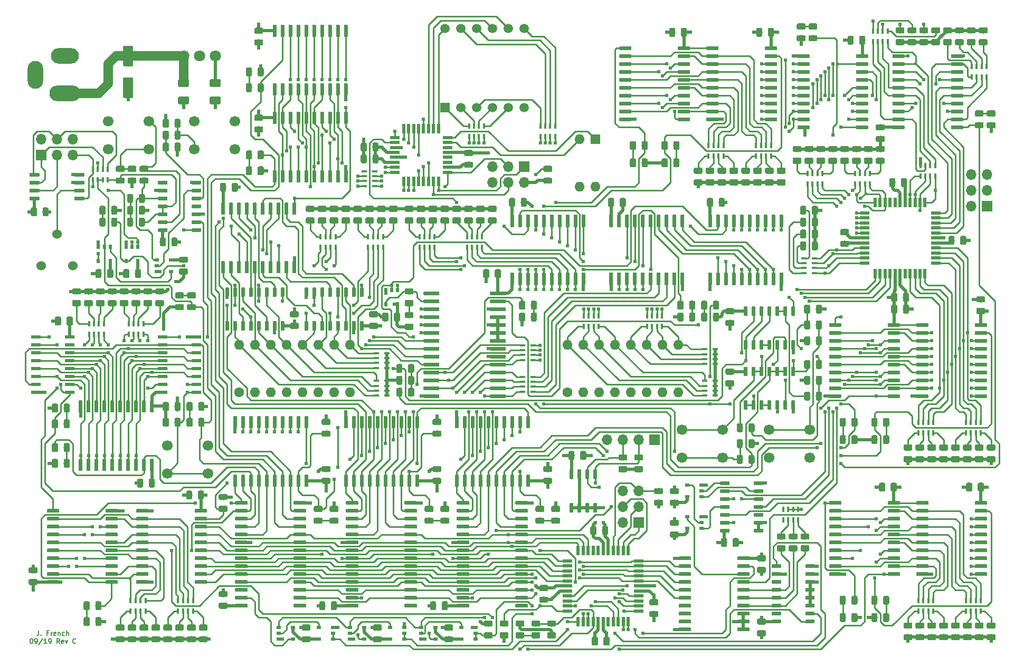
<source format=gtl>
G04 #@! TF.GenerationSoftware,KiCad,Pcbnew,5.1.4+dfsg1-1~bpo10+1*
G04 #@! TF.CreationDate,2019-09-20T11:34:29+08:00*
G04 #@! TF.ProjectId,8-Bit CPU,382d4269-7420-4435-9055-2e6b69636164,rev?*
G04 #@! TF.SameCoordinates,Original*
G04 #@! TF.FileFunction,Copper,L1,Top*
G04 #@! TF.FilePolarity,Positive*
%FSLAX46Y46*%
G04 Gerber Fmt 4.6, Leading zero omitted, Abs format (unit mm)*
G04 Created by KiCad (PCBNEW 5.1.4+dfsg1-1~bpo10+1) date 2019-09-20 11:34:29*
%MOMM*%
%LPD*%
G04 APERTURE LIST*
%ADD10C,0.150000*%
%ADD11C,0.100000*%
%ADD12C,0.600000*%
%ADD13C,0.975000*%
%ADD14R,0.550000X1.500000*%
%ADD15R,1.500000X0.550000*%
%ADD16O,2.500000X4.500000*%
%ADD17O,5.000000X2.500000*%
%ADD18O,4.500000X2.500000*%
%ADD19C,1.800000*%
%ADD20R,1.700000X1.700000*%
%ADD21O,1.700000X1.700000*%
%ADD22R,0.700000X0.510000*%
%ADD23C,1.500000*%
%ADD24R,1.500000X1.500000*%
%ADD25R,0.550000X1.600000*%
%ADD26R,1.600000X0.550000*%
%ADD27R,0.400000X0.900000*%
%ADD28R,0.900000X0.400000*%
%ADD29C,1.600000*%
%ADD30O,1.600000X1.600000*%
%ADD31C,1.700000*%
%ADD32R,1.500000X0.600000*%
%ADD33R,0.510000X0.700000*%
%ADD34R,1.600000X1.600000*%
%ADD35C,1.250000*%
%ADD36C,1.524000*%
%ADD37C,0.609600*%
%ADD38C,0.508000*%
%ADD39C,0.254000*%
%ADD40C,0.250000*%
%ADD41C,1.524000*%
G04 APERTURE END LIST*
D10*
X41547142Y-154511214D02*
X41547142Y-155055500D01*
X41510857Y-155164357D01*
X41438285Y-155236928D01*
X41329428Y-155273214D01*
X41256857Y-155273214D01*
X41910000Y-155200642D02*
X41946285Y-155236928D01*
X41910000Y-155273214D01*
X41873714Y-155236928D01*
X41910000Y-155200642D01*
X41910000Y-155273214D01*
X43107428Y-154874071D02*
X42853428Y-154874071D01*
X42853428Y-155273214D02*
X42853428Y-154511214D01*
X43216285Y-154511214D01*
X43506571Y-155273214D02*
X43506571Y-154765214D01*
X43506571Y-154910357D02*
X43542857Y-154837785D01*
X43579142Y-154801500D01*
X43651714Y-154765214D01*
X43724285Y-154765214D01*
X44268571Y-155236928D02*
X44196000Y-155273214D01*
X44050857Y-155273214D01*
X43978285Y-155236928D01*
X43942000Y-155164357D01*
X43942000Y-154874071D01*
X43978285Y-154801500D01*
X44050857Y-154765214D01*
X44196000Y-154765214D01*
X44268571Y-154801500D01*
X44304857Y-154874071D01*
X44304857Y-154946642D01*
X43942000Y-155019214D01*
X44631428Y-154765214D02*
X44631428Y-155273214D01*
X44631428Y-154837785D02*
X44667714Y-154801500D01*
X44740285Y-154765214D01*
X44849142Y-154765214D01*
X44921714Y-154801500D01*
X44958000Y-154874071D01*
X44958000Y-155273214D01*
X45647428Y-155236928D02*
X45574857Y-155273214D01*
X45429714Y-155273214D01*
X45357142Y-155236928D01*
X45320857Y-155200642D01*
X45284571Y-155128071D01*
X45284571Y-154910357D01*
X45320857Y-154837785D01*
X45357142Y-154801500D01*
X45429714Y-154765214D01*
X45574857Y-154765214D01*
X45647428Y-154801500D01*
X45974000Y-155273214D02*
X45974000Y-154511214D01*
X46300571Y-155273214D02*
X46300571Y-154874071D01*
X46264285Y-154801500D01*
X46191714Y-154765214D01*
X46082857Y-154765214D01*
X46010285Y-154801500D01*
X45974000Y-154837785D01*
X40331571Y-155804214D02*
X40404142Y-155804214D01*
X40476714Y-155840500D01*
X40513000Y-155876785D01*
X40549285Y-155949357D01*
X40585571Y-156094500D01*
X40585571Y-156275928D01*
X40549285Y-156421071D01*
X40513000Y-156493642D01*
X40476714Y-156529928D01*
X40404142Y-156566214D01*
X40331571Y-156566214D01*
X40259000Y-156529928D01*
X40222714Y-156493642D01*
X40186428Y-156421071D01*
X40150142Y-156275928D01*
X40150142Y-156094500D01*
X40186428Y-155949357D01*
X40222714Y-155876785D01*
X40259000Y-155840500D01*
X40331571Y-155804214D01*
X40948428Y-156566214D02*
X41093571Y-156566214D01*
X41166142Y-156529928D01*
X41202428Y-156493642D01*
X41275000Y-156384785D01*
X41311285Y-156239642D01*
X41311285Y-155949357D01*
X41275000Y-155876785D01*
X41238714Y-155840500D01*
X41166142Y-155804214D01*
X41021000Y-155804214D01*
X40948428Y-155840500D01*
X40912142Y-155876785D01*
X40875857Y-155949357D01*
X40875857Y-156130785D01*
X40912142Y-156203357D01*
X40948428Y-156239642D01*
X41021000Y-156275928D01*
X41166142Y-156275928D01*
X41238714Y-156239642D01*
X41275000Y-156203357D01*
X41311285Y-156130785D01*
X42182142Y-155767928D02*
X41529000Y-156747642D01*
X42835285Y-156566214D02*
X42399857Y-156566214D01*
X42617571Y-156566214D02*
X42617571Y-155804214D01*
X42545000Y-155913071D01*
X42472428Y-155985642D01*
X42399857Y-156021928D01*
X43198142Y-156566214D02*
X43343285Y-156566214D01*
X43415857Y-156529928D01*
X43452142Y-156493642D01*
X43524714Y-156384785D01*
X43561000Y-156239642D01*
X43561000Y-155949357D01*
X43524714Y-155876785D01*
X43488428Y-155840500D01*
X43415857Y-155804214D01*
X43270714Y-155804214D01*
X43198142Y-155840500D01*
X43161857Y-155876785D01*
X43125571Y-155949357D01*
X43125571Y-156130785D01*
X43161857Y-156203357D01*
X43198142Y-156239642D01*
X43270714Y-156275928D01*
X43415857Y-156275928D01*
X43488428Y-156239642D01*
X43524714Y-156203357D01*
X43561000Y-156130785D01*
X44903571Y-156566214D02*
X44649571Y-156203357D01*
X44468142Y-156566214D02*
X44468142Y-155804214D01*
X44758428Y-155804214D01*
X44831000Y-155840500D01*
X44867285Y-155876785D01*
X44903571Y-155949357D01*
X44903571Y-156058214D01*
X44867285Y-156130785D01*
X44831000Y-156167071D01*
X44758428Y-156203357D01*
X44468142Y-156203357D01*
X45520428Y-156529928D02*
X45447857Y-156566214D01*
X45302714Y-156566214D01*
X45230142Y-156529928D01*
X45193857Y-156457357D01*
X45193857Y-156167071D01*
X45230142Y-156094500D01*
X45302714Y-156058214D01*
X45447857Y-156058214D01*
X45520428Y-156094500D01*
X45556714Y-156167071D01*
X45556714Y-156239642D01*
X45193857Y-156312214D01*
X45810714Y-156058214D02*
X45992142Y-156566214D01*
X46173571Y-156058214D01*
X47479857Y-156493642D02*
X47443571Y-156529928D01*
X47334714Y-156566214D01*
X47262142Y-156566214D01*
X47153285Y-156529928D01*
X47080714Y-156457357D01*
X47044428Y-156384785D01*
X47008142Y-156239642D01*
X47008142Y-156130785D01*
X47044428Y-155985642D01*
X47080714Y-155913071D01*
X47153285Y-155840500D01*
X47262142Y-155804214D01*
X47334714Y-155804214D01*
X47443571Y-155840500D01*
X47479857Y-155876785D01*
D11*
G36*
X145999703Y-142575722D02*
G01*
X146014264Y-142577882D01*
X146028543Y-142581459D01*
X146042403Y-142586418D01*
X146055710Y-142592712D01*
X146068336Y-142600280D01*
X146080159Y-142609048D01*
X146091066Y-142618934D01*
X146100952Y-142629841D01*
X146109720Y-142641664D01*
X146117288Y-142654290D01*
X146123582Y-142667597D01*
X146128541Y-142681457D01*
X146132118Y-142695736D01*
X146134278Y-142710297D01*
X146135000Y-142725000D01*
X146135000Y-143025000D01*
X146134278Y-143039703D01*
X146132118Y-143054264D01*
X146128541Y-143068543D01*
X146123582Y-143082403D01*
X146117288Y-143095710D01*
X146109720Y-143108336D01*
X146100952Y-143120159D01*
X146091066Y-143131066D01*
X146080159Y-143140952D01*
X146068336Y-143149720D01*
X146055710Y-143157288D01*
X146042403Y-143163582D01*
X146028543Y-143168541D01*
X146014264Y-143172118D01*
X145999703Y-143174278D01*
X145985000Y-143175000D01*
X144335000Y-143175000D01*
X144320297Y-143174278D01*
X144305736Y-143172118D01*
X144291457Y-143168541D01*
X144277597Y-143163582D01*
X144264290Y-143157288D01*
X144251664Y-143149720D01*
X144239841Y-143140952D01*
X144228934Y-143131066D01*
X144219048Y-143120159D01*
X144210280Y-143108336D01*
X144202712Y-143095710D01*
X144196418Y-143082403D01*
X144191459Y-143068543D01*
X144187882Y-143054264D01*
X144185722Y-143039703D01*
X144185000Y-143025000D01*
X144185000Y-142725000D01*
X144185722Y-142710297D01*
X144187882Y-142695736D01*
X144191459Y-142681457D01*
X144196418Y-142667597D01*
X144202712Y-142654290D01*
X144210280Y-142641664D01*
X144219048Y-142629841D01*
X144228934Y-142618934D01*
X144239841Y-142609048D01*
X144251664Y-142600280D01*
X144264290Y-142592712D01*
X144277597Y-142586418D01*
X144291457Y-142581459D01*
X144305736Y-142577882D01*
X144320297Y-142575722D01*
X144335000Y-142575000D01*
X145985000Y-142575000D01*
X145999703Y-142575722D01*
X145999703Y-142575722D01*
G37*
D12*
X145160000Y-142875000D03*
D11*
G36*
X145999703Y-143845722D02*
G01*
X146014264Y-143847882D01*
X146028543Y-143851459D01*
X146042403Y-143856418D01*
X146055710Y-143862712D01*
X146068336Y-143870280D01*
X146080159Y-143879048D01*
X146091066Y-143888934D01*
X146100952Y-143899841D01*
X146109720Y-143911664D01*
X146117288Y-143924290D01*
X146123582Y-143937597D01*
X146128541Y-143951457D01*
X146132118Y-143965736D01*
X146134278Y-143980297D01*
X146135000Y-143995000D01*
X146135000Y-144295000D01*
X146134278Y-144309703D01*
X146132118Y-144324264D01*
X146128541Y-144338543D01*
X146123582Y-144352403D01*
X146117288Y-144365710D01*
X146109720Y-144378336D01*
X146100952Y-144390159D01*
X146091066Y-144401066D01*
X146080159Y-144410952D01*
X146068336Y-144419720D01*
X146055710Y-144427288D01*
X146042403Y-144433582D01*
X146028543Y-144438541D01*
X146014264Y-144442118D01*
X145999703Y-144444278D01*
X145985000Y-144445000D01*
X144335000Y-144445000D01*
X144320297Y-144444278D01*
X144305736Y-144442118D01*
X144291457Y-144438541D01*
X144277597Y-144433582D01*
X144264290Y-144427288D01*
X144251664Y-144419720D01*
X144239841Y-144410952D01*
X144228934Y-144401066D01*
X144219048Y-144390159D01*
X144210280Y-144378336D01*
X144202712Y-144365710D01*
X144196418Y-144352403D01*
X144191459Y-144338543D01*
X144187882Y-144324264D01*
X144185722Y-144309703D01*
X144185000Y-144295000D01*
X144185000Y-143995000D01*
X144185722Y-143980297D01*
X144187882Y-143965736D01*
X144191459Y-143951457D01*
X144196418Y-143937597D01*
X144202712Y-143924290D01*
X144210280Y-143911664D01*
X144219048Y-143899841D01*
X144228934Y-143888934D01*
X144239841Y-143879048D01*
X144251664Y-143870280D01*
X144264290Y-143862712D01*
X144277597Y-143856418D01*
X144291457Y-143851459D01*
X144305736Y-143847882D01*
X144320297Y-143845722D01*
X144335000Y-143845000D01*
X145985000Y-143845000D01*
X145999703Y-143845722D01*
X145999703Y-143845722D01*
G37*
D12*
X145160000Y-144145000D03*
D11*
G36*
X145999703Y-145115722D02*
G01*
X146014264Y-145117882D01*
X146028543Y-145121459D01*
X146042403Y-145126418D01*
X146055710Y-145132712D01*
X146068336Y-145140280D01*
X146080159Y-145149048D01*
X146091066Y-145158934D01*
X146100952Y-145169841D01*
X146109720Y-145181664D01*
X146117288Y-145194290D01*
X146123582Y-145207597D01*
X146128541Y-145221457D01*
X146132118Y-145235736D01*
X146134278Y-145250297D01*
X146135000Y-145265000D01*
X146135000Y-145565000D01*
X146134278Y-145579703D01*
X146132118Y-145594264D01*
X146128541Y-145608543D01*
X146123582Y-145622403D01*
X146117288Y-145635710D01*
X146109720Y-145648336D01*
X146100952Y-145660159D01*
X146091066Y-145671066D01*
X146080159Y-145680952D01*
X146068336Y-145689720D01*
X146055710Y-145697288D01*
X146042403Y-145703582D01*
X146028543Y-145708541D01*
X146014264Y-145712118D01*
X145999703Y-145714278D01*
X145985000Y-145715000D01*
X144335000Y-145715000D01*
X144320297Y-145714278D01*
X144305736Y-145712118D01*
X144291457Y-145708541D01*
X144277597Y-145703582D01*
X144264290Y-145697288D01*
X144251664Y-145689720D01*
X144239841Y-145680952D01*
X144228934Y-145671066D01*
X144219048Y-145660159D01*
X144210280Y-145648336D01*
X144202712Y-145635710D01*
X144196418Y-145622403D01*
X144191459Y-145608543D01*
X144187882Y-145594264D01*
X144185722Y-145579703D01*
X144185000Y-145565000D01*
X144185000Y-145265000D01*
X144185722Y-145250297D01*
X144187882Y-145235736D01*
X144191459Y-145221457D01*
X144196418Y-145207597D01*
X144202712Y-145194290D01*
X144210280Y-145181664D01*
X144219048Y-145169841D01*
X144228934Y-145158934D01*
X144239841Y-145149048D01*
X144251664Y-145140280D01*
X144264290Y-145132712D01*
X144277597Y-145126418D01*
X144291457Y-145121459D01*
X144305736Y-145117882D01*
X144320297Y-145115722D01*
X144335000Y-145115000D01*
X145985000Y-145115000D01*
X145999703Y-145115722D01*
X145999703Y-145115722D01*
G37*
D12*
X145160000Y-145415000D03*
D11*
G36*
X145999703Y-146385722D02*
G01*
X146014264Y-146387882D01*
X146028543Y-146391459D01*
X146042403Y-146396418D01*
X146055710Y-146402712D01*
X146068336Y-146410280D01*
X146080159Y-146419048D01*
X146091066Y-146428934D01*
X146100952Y-146439841D01*
X146109720Y-146451664D01*
X146117288Y-146464290D01*
X146123582Y-146477597D01*
X146128541Y-146491457D01*
X146132118Y-146505736D01*
X146134278Y-146520297D01*
X146135000Y-146535000D01*
X146135000Y-146835000D01*
X146134278Y-146849703D01*
X146132118Y-146864264D01*
X146128541Y-146878543D01*
X146123582Y-146892403D01*
X146117288Y-146905710D01*
X146109720Y-146918336D01*
X146100952Y-146930159D01*
X146091066Y-146941066D01*
X146080159Y-146950952D01*
X146068336Y-146959720D01*
X146055710Y-146967288D01*
X146042403Y-146973582D01*
X146028543Y-146978541D01*
X146014264Y-146982118D01*
X145999703Y-146984278D01*
X145985000Y-146985000D01*
X144335000Y-146985000D01*
X144320297Y-146984278D01*
X144305736Y-146982118D01*
X144291457Y-146978541D01*
X144277597Y-146973582D01*
X144264290Y-146967288D01*
X144251664Y-146959720D01*
X144239841Y-146950952D01*
X144228934Y-146941066D01*
X144219048Y-146930159D01*
X144210280Y-146918336D01*
X144202712Y-146905710D01*
X144196418Y-146892403D01*
X144191459Y-146878543D01*
X144187882Y-146864264D01*
X144185722Y-146849703D01*
X144185000Y-146835000D01*
X144185000Y-146535000D01*
X144185722Y-146520297D01*
X144187882Y-146505736D01*
X144191459Y-146491457D01*
X144196418Y-146477597D01*
X144202712Y-146464290D01*
X144210280Y-146451664D01*
X144219048Y-146439841D01*
X144228934Y-146428934D01*
X144239841Y-146419048D01*
X144251664Y-146410280D01*
X144264290Y-146402712D01*
X144277597Y-146396418D01*
X144291457Y-146391459D01*
X144305736Y-146387882D01*
X144320297Y-146385722D01*
X144335000Y-146385000D01*
X145985000Y-146385000D01*
X145999703Y-146385722D01*
X145999703Y-146385722D01*
G37*
D12*
X145160000Y-146685000D03*
D11*
G36*
X145999703Y-147655722D02*
G01*
X146014264Y-147657882D01*
X146028543Y-147661459D01*
X146042403Y-147666418D01*
X146055710Y-147672712D01*
X146068336Y-147680280D01*
X146080159Y-147689048D01*
X146091066Y-147698934D01*
X146100952Y-147709841D01*
X146109720Y-147721664D01*
X146117288Y-147734290D01*
X146123582Y-147747597D01*
X146128541Y-147761457D01*
X146132118Y-147775736D01*
X146134278Y-147790297D01*
X146135000Y-147805000D01*
X146135000Y-148105000D01*
X146134278Y-148119703D01*
X146132118Y-148134264D01*
X146128541Y-148148543D01*
X146123582Y-148162403D01*
X146117288Y-148175710D01*
X146109720Y-148188336D01*
X146100952Y-148200159D01*
X146091066Y-148211066D01*
X146080159Y-148220952D01*
X146068336Y-148229720D01*
X146055710Y-148237288D01*
X146042403Y-148243582D01*
X146028543Y-148248541D01*
X146014264Y-148252118D01*
X145999703Y-148254278D01*
X145985000Y-148255000D01*
X144335000Y-148255000D01*
X144320297Y-148254278D01*
X144305736Y-148252118D01*
X144291457Y-148248541D01*
X144277597Y-148243582D01*
X144264290Y-148237288D01*
X144251664Y-148229720D01*
X144239841Y-148220952D01*
X144228934Y-148211066D01*
X144219048Y-148200159D01*
X144210280Y-148188336D01*
X144202712Y-148175710D01*
X144196418Y-148162403D01*
X144191459Y-148148543D01*
X144187882Y-148134264D01*
X144185722Y-148119703D01*
X144185000Y-148105000D01*
X144185000Y-147805000D01*
X144185722Y-147790297D01*
X144187882Y-147775736D01*
X144191459Y-147761457D01*
X144196418Y-147747597D01*
X144202712Y-147734290D01*
X144210280Y-147721664D01*
X144219048Y-147709841D01*
X144228934Y-147698934D01*
X144239841Y-147689048D01*
X144251664Y-147680280D01*
X144264290Y-147672712D01*
X144277597Y-147666418D01*
X144291457Y-147661459D01*
X144305736Y-147657882D01*
X144320297Y-147655722D01*
X144335000Y-147655000D01*
X145985000Y-147655000D01*
X145999703Y-147655722D01*
X145999703Y-147655722D01*
G37*
D12*
X145160000Y-147955000D03*
D11*
G36*
X145999703Y-148925722D02*
G01*
X146014264Y-148927882D01*
X146028543Y-148931459D01*
X146042403Y-148936418D01*
X146055710Y-148942712D01*
X146068336Y-148950280D01*
X146080159Y-148959048D01*
X146091066Y-148968934D01*
X146100952Y-148979841D01*
X146109720Y-148991664D01*
X146117288Y-149004290D01*
X146123582Y-149017597D01*
X146128541Y-149031457D01*
X146132118Y-149045736D01*
X146134278Y-149060297D01*
X146135000Y-149075000D01*
X146135000Y-149375000D01*
X146134278Y-149389703D01*
X146132118Y-149404264D01*
X146128541Y-149418543D01*
X146123582Y-149432403D01*
X146117288Y-149445710D01*
X146109720Y-149458336D01*
X146100952Y-149470159D01*
X146091066Y-149481066D01*
X146080159Y-149490952D01*
X146068336Y-149499720D01*
X146055710Y-149507288D01*
X146042403Y-149513582D01*
X146028543Y-149518541D01*
X146014264Y-149522118D01*
X145999703Y-149524278D01*
X145985000Y-149525000D01*
X144335000Y-149525000D01*
X144320297Y-149524278D01*
X144305736Y-149522118D01*
X144291457Y-149518541D01*
X144277597Y-149513582D01*
X144264290Y-149507288D01*
X144251664Y-149499720D01*
X144239841Y-149490952D01*
X144228934Y-149481066D01*
X144219048Y-149470159D01*
X144210280Y-149458336D01*
X144202712Y-149445710D01*
X144196418Y-149432403D01*
X144191459Y-149418543D01*
X144187882Y-149404264D01*
X144185722Y-149389703D01*
X144185000Y-149375000D01*
X144185000Y-149075000D01*
X144185722Y-149060297D01*
X144187882Y-149045736D01*
X144191459Y-149031457D01*
X144196418Y-149017597D01*
X144202712Y-149004290D01*
X144210280Y-148991664D01*
X144219048Y-148979841D01*
X144228934Y-148968934D01*
X144239841Y-148959048D01*
X144251664Y-148950280D01*
X144264290Y-148942712D01*
X144277597Y-148936418D01*
X144291457Y-148931459D01*
X144305736Y-148927882D01*
X144320297Y-148925722D01*
X144335000Y-148925000D01*
X145985000Y-148925000D01*
X145999703Y-148925722D01*
X145999703Y-148925722D01*
G37*
D12*
X145160000Y-149225000D03*
D11*
G36*
X145999703Y-150195722D02*
G01*
X146014264Y-150197882D01*
X146028543Y-150201459D01*
X146042403Y-150206418D01*
X146055710Y-150212712D01*
X146068336Y-150220280D01*
X146080159Y-150229048D01*
X146091066Y-150238934D01*
X146100952Y-150249841D01*
X146109720Y-150261664D01*
X146117288Y-150274290D01*
X146123582Y-150287597D01*
X146128541Y-150301457D01*
X146132118Y-150315736D01*
X146134278Y-150330297D01*
X146135000Y-150345000D01*
X146135000Y-150645000D01*
X146134278Y-150659703D01*
X146132118Y-150674264D01*
X146128541Y-150688543D01*
X146123582Y-150702403D01*
X146117288Y-150715710D01*
X146109720Y-150728336D01*
X146100952Y-150740159D01*
X146091066Y-150751066D01*
X146080159Y-150760952D01*
X146068336Y-150769720D01*
X146055710Y-150777288D01*
X146042403Y-150783582D01*
X146028543Y-150788541D01*
X146014264Y-150792118D01*
X145999703Y-150794278D01*
X145985000Y-150795000D01*
X144335000Y-150795000D01*
X144320297Y-150794278D01*
X144305736Y-150792118D01*
X144291457Y-150788541D01*
X144277597Y-150783582D01*
X144264290Y-150777288D01*
X144251664Y-150769720D01*
X144239841Y-150760952D01*
X144228934Y-150751066D01*
X144219048Y-150740159D01*
X144210280Y-150728336D01*
X144202712Y-150715710D01*
X144196418Y-150702403D01*
X144191459Y-150688543D01*
X144187882Y-150674264D01*
X144185722Y-150659703D01*
X144185000Y-150645000D01*
X144185000Y-150345000D01*
X144185722Y-150330297D01*
X144187882Y-150315736D01*
X144191459Y-150301457D01*
X144196418Y-150287597D01*
X144202712Y-150274290D01*
X144210280Y-150261664D01*
X144219048Y-150249841D01*
X144228934Y-150238934D01*
X144239841Y-150229048D01*
X144251664Y-150220280D01*
X144264290Y-150212712D01*
X144277597Y-150206418D01*
X144291457Y-150201459D01*
X144305736Y-150197882D01*
X144320297Y-150195722D01*
X144335000Y-150195000D01*
X145985000Y-150195000D01*
X145999703Y-150195722D01*
X145999703Y-150195722D01*
G37*
D12*
X145160000Y-150495000D03*
D11*
G36*
X145999703Y-151465722D02*
G01*
X146014264Y-151467882D01*
X146028543Y-151471459D01*
X146042403Y-151476418D01*
X146055710Y-151482712D01*
X146068336Y-151490280D01*
X146080159Y-151499048D01*
X146091066Y-151508934D01*
X146100952Y-151519841D01*
X146109720Y-151531664D01*
X146117288Y-151544290D01*
X146123582Y-151557597D01*
X146128541Y-151571457D01*
X146132118Y-151585736D01*
X146134278Y-151600297D01*
X146135000Y-151615000D01*
X146135000Y-151915000D01*
X146134278Y-151929703D01*
X146132118Y-151944264D01*
X146128541Y-151958543D01*
X146123582Y-151972403D01*
X146117288Y-151985710D01*
X146109720Y-151998336D01*
X146100952Y-152010159D01*
X146091066Y-152021066D01*
X146080159Y-152030952D01*
X146068336Y-152039720D01*
X146055710Y-152047288D01*
X146042403Y-152053582D01*
X146028543Y-152058541D01*
X146014264Y-152062118D01*
X145999703Y-152064278D01*
X145985000Y-152065000D01*
X144335000Y-152065000D01*
X144320297Y-152064278D01*
X144305736Y-152062118D01*
X144291457Y-152058541D01*
X144277597Y-152053582D01*
X144264290Y-152047288D01*
X144251664Y-152039720D01*
X144239841Y-152030952D01*
X144228934Y-152021066D01*
X144219048Y-152010159D01*
X144210280Y-151998336D01*
X144202712Y-151985710D01*
X144196418Y-151972403D01*
X144191459Y-151958543D01*
X144187882Y-151944264D01*
X144185722Y-151929703D01*
X144185000Y-151915000D01*
X144185000Y-151615000D01*
X144185722Y-151600297D01*
X144187882Y-151585736D01*
X144191459Y-151571457D01*
X144196418Y-151557597D01*
X144202712Y-151544290D01*
X144210280Y-151531664D01*
X144219048Y-151519841D01*
X144228934Y-151508934D01*
X144239841Y-151499048D01*
X144251664Y-151490280D01*
X144264290Y-151482712D01*
X144277597Y-151476418D01*
X144291457Y-151471459D01*
X144305736Y-151467882D01*
X144320297Y-151465722D01*
X144335000Y-151465000D01*
X145985000Y-151465000D01*
X145999703Y-151465722D01*
X145999703Y-151465722D01*
G37*
D12*
X145160000Y-151765000D03*
D11*
G36*
X145999703Y-152735722D02*
G01*
X146014264Y-152737882D01*
X146028543Y-152741459D01*
X146042403Y-152746418D01*
X146055710Y-152752712D01*
X146068336Y-152760280D01*
X146080159Y-152769048D01*
X146091066Y-152778934D01*
X146100952Y-152789841D01*
X146109720Y-152801664D01*
X146117288Y-152814290D01*
X146123582Y-152827597D01*
X146128541Y-152841457D01*
X146132118Y-152855736D01*
X146134278Y-152870297D01*
X146135000Y-152885000D01*
X146135000Y-153185000D01*
X146134278Y-153199703D01*
X146132118Y-153214264D01*
X146128541Y-153228543D01*
X146123582Y-153242403D01*
X146117288Y-153255710D01*
X146109720Y-153268336D01*
X146100952Y-153280159D01*
X146091066Y-153291066D01*
X146080159Y-153300952D01*
X146068336Y-153309720D01*
X146055710Y-153317288D01*
X146042403Y-153323582D01*
X146028543Y-153328541D01*
X146014264Y-153332118D01*
X145999703Y-153334278D01*
X145985000Y-153335000D01*
X144335000Y-153335000D01*
X144320297Y-153334278D01*
X144305736Y-153332118D01*
X144291457Y-153328541D01*
X144277597Y-153323582D01*
X144264290Y-153317288D01*
X144251664Y-153309720D01*
X144239841Y-153300952D01*
X144228934Y-153291066D01*
X144219048Y-153280159D01*
X144210280Y-153268336D01*
X144202712Y-153255710D01*
X144196418Y-153242403D01*
X144191459Y-153228543D01*
X144187882Y-153214264D01*
X144185722Y-153199703D01*
X144185000Y-153185000D01*
X144185000Y-152885000D01*
X144185722Y-152870297D01*
X144187882Y-152855736D01*
X144191459Y-152841457D01*
X144196418Y-152827597D01*
X144202712Y-152814290D01*
X144210280Y-152801664D01*
X144219048Y-152789841D01*
X144228934Y-152778934D01*
X144239841Y-152769048D01*
X144251664Y-152760280D01*
X144264290Y-152752712D01*
X144277597Y-152746418D01*
X144291457Y-152741459D01*
X144305736Y-152737882D01*
X144320297Y-152735722D01*
X144335000Y-152735000D01*
X145985000Y-152735000D01*
X145999703Y-152735722D01*
X145999703Y-152735722D01*
G37*
D12*
X145160000Y-153035000D03*
D11*
G36*
X145999703Y-154005722D02*
G01*
X146014264Y-154007882D01*
X146028543Y-154011459D01*
X146042403Y-154016418D01*
X146055710Y-154022712D01*
X146068336Y-154030280D01*
X146080159Y-154039048D01*
X146091066Y-154048934D01*
X146100952Y-154059841D01*
X146109720Y-154071664D01*
X146117288Y-154084290D01*
X146123582Y-154097597D01*
X146128541Y-154111457D01*
X146132118Y-154125736D01*
X146134278Y-154140297D01*
X146135000Y-154155000D01*
X146135000Y-154455000D01*
X146134278Y-154469703D01*
X146132118Y-154484264D01*
X146128541Y-154498543D01*
X146123582Y-154512403D01*
X146117288Y-154525710D01*
X146109720Y-154538336D01*
X146100952Y-154550159D01*
X146091066Y-154561066D01*
X146080159Y-154570952D01*
X146068336Y-154579720D01*
X146055710Y-154587288D01*
X146042403Y-154593582D01*
X146028543Y-154598541D01*
X146014264Y-154602118D01*
X145999703Y-154604278D01*
X145985000Y-154605000D01*
X144335000Y-154605000D01*
X144320297Y-154604278D01*
X144305736Y-154602118D01*
X144291457Y-154598541D01*
X144277597Y-154593582D01*
X144264290Y-154587288D01*
X144251664Y-154579720D01*
X144239841Y-154570952D01*
X144228934Y-154561066D01*
X144219048Y-154550159D01*
X144210280Y-154538336D01*
X144202712Y-154525710D01*
X144196418Y-154512403D01*
X144191459Y-154498543D01*
X144187882Y-154484264D01*
X144185722Y-154469703D01*
X144185000Y-154455000D01*
X144185000Y-154155000D01*
X144185722Y-154140297D01*
X144187882Y-154125736D01*
X144191459Y-154111457D01*
X144196418Y-154097597D01*
X144202712Y-154084290D01*
X144210280Y-154071664D01*
X144219048Y-154059841D01*
X144228934Y-154048934D01*
X144239841Y-154039048D01*
X144251664Y-154030280D01*
X144264290Y-154022712D01*
X144277597Y-154016418D01*
X144291457Y-154011459D01*
X144305736Y-154007882D01*
X144320297Y-154005722D01*
X144335000Y-154005000D01*
X145985000Y-154005000D01*
X145999703Y-154005722D01*
X145999703Y-154005722D01*
G37*
D12*
X145160000Y-154305000D03*
D11*
G36*
X155399703Y-154005722D02*
G01*
X155414264Y-154007882D01*
X155428543Y-154011459D01*
X155442403Y-154016418D01*
X155455710Y-154022712D01*
X155468336Y-154030280D01*
X155480159Y-154039048D01*
X155491066Y-154048934D01*
X155500952Y-154059841D01*
X155509720Y-154071664D01*
X155517288Y-154084290D01*
X155523582Y-154097597D01*
X155528541Y-154111457D01*
X155532118Y-154125736D01*
X155534278Y-154140297D01*
X155535000Y-154155000D01*
X155535000Y-154455000D01*
X155534278Y-154469703D01*
X155532118Y-154484264D01*
X155528541Y-154498543D01*
X155523582Y-154512403D01*
X155517288Y-154525710D01*
X155509720Y-154538336D01*
X155500952Y-154550159D01*
X155491066Y-154561066D01*
X155480159Y-154570952D01*
X155468336Y-154579720D01*
X155455710Y-154587288D01*
X155442403Y-154593582D01*
X155428543Y-154598541D01*
X155414264Y-154602118D01*
X155399703Y-154604278D01*
X155385000Y-154605000D01*
X153735000Y-154605000D01*
X153720297Y-154604278D01*
X153705736Y-154602118D01*
X153691457Y-154598541D01*
X153677597Y-154593582D01*
X153664290Y-154587288D01*
X153651664Y-154579720D01*
X153639841Y-154570952D01*
X153628934Y-154561066D01*
X153619048Y-154550159D01*
X153610280Y-154538336D01*
X153602712Y-154525710D01*
X153596418Y-154512403D01*
X153591459Y-154498543D01*
X153587882Y-154484264D01*
X153585722Y-154469703D01*
X153585000Y-154455000D01*
X153585000Y-154155000D01*
X153585722Y-154140297D01*
X153587882Y-154125736D01*
X153591459Y-154111457D01*
X153596418Y-154097597D01*
X153602712Y-154084290D01*
X153610280Y-154071664D01*
X153619048Y-154059841D01*
X153628934Y-154048934D01*
X153639841Y-154039048D01*
X153651664Y-154030280D01*
X153664290Y-154022712D01*
X153677597Y-154016418D01*
X153691457Y-154011459D01*
X153705736Y-154007882D01*
X153720297Y-154005722D01*
X153735000Y-154005000D01*
X155385000Y-154005000D01*
X155399703Y-154005722D01*
X155399703Y-154005722D01*
G37*
D12*
X154560000Y-154305000D03*
D11*
G36*
X155399703Y-152735722D02*
G01*
X155414264Y-152737882D01*
X155428543Y-152741459D01*
X155442403Y-152746418D01*
X155455710Y-152752712D01*
X155468336Y-152760280D01*
X155480159Y-152769048D01*
X155491066Y-152778934D01*
X155500952Y-152789841D01*
X155509720Y-152801664D01*
X155517288Y-152814290D01*
X155523582Y-152827597D01*
X155528541Y-152841457D01*
X155532118Y-152855736D01*
X155534278Y-152870297D01*
X155535000Y-152885000D01*
X155535000Y-153185000D01*
X155534278Y-153199703D01*
X155532118Y-153214264D01*
X155528541Y-153228543D01*
X155523582Y-153242403D01*
X155517288Y-153255710D01*
X155509720Y-153268336D01*
X155500952Y-153280159D01*
X155491066Y-153291066D01*
X155480159Y-153300952D01*
X155468336Y-153309720D01*
X155455710Y-153317288D01*
X155442403Y-153323582D01*
X155428543Y-153328541D01*
X155414264Y-153332118D01*
X155399703Y-153334278D01*
X155385000Y-153335000D01*
X153735000Y-153335000D01*
X153720297Y-153334278D01*
X153705736Y-153332118D01*
X153691457Y-153328541D01*
X153677597Y-153323582D01*
X153664290Y-153317288D01*
X153651664Y-153309720D01*
X153639841Y-153300952D01*
X153628934Y-153291066D01*
X153619048Y-153280159D01*
X153610280Y-153268336D01*
X153602712Y-153255710D01*
X153596418Y-153242403D01*
X153591459Y-153228543D01*
X153587882Y-153214264D01*
X153585722Y-153199703D01*
X153585000Y-153185000D01*
X153585000Y-152885000D01*
X153585722Y-152870297D01*
X153587882Y-152855736D01*
X153591459Y-152841457D01*
X153596418Y-152827597D01*
X153602712Y-152814290D01*
X153610280Y-152801664D01*
X153619048Y-152789841D01*
X153628934Y-152778934D01*
X153639841Y-152769048D01*
X153651664Y-152760280D01*
X153664290Y-152752712D01*
X153677597Y-152746418D01*
X153691457Y-152741459D01*
X153705736Y-152737882D01*
X153720297Y-152735722D01*
X153735000Y-152735000D01*
X155385000Y-152735000D01*
X155399703Y-152735722D01*
X155399703Y-152735722D01*
G37*
D12*
X154560000Y-153035000D03*
D11*
G36*
X155399703Y-151465722D02*
G01*
X155414264Y-151467882D01*
X155428543Y-151471459D01*
X155442403Y-151476418D01*
X155455710Y-151482712D01*
X155468336Y-151490280D01*
X155480159Y-151499048D01*
X155491066Y-151508934D01*
X155500952Y-151519841D01*
X155509720Y-151531664D01*
X155517288Y-151544290D01*
X155523582Y-151557597D01*
X155528541Y-151571457D01*
X155532118Y-151585736D01*
X155534278Y-151600297D01*
X155535000Y-151615000D01*
X155535000Y-151915000D01*
X155534278Y-151929703D01*
X155532118Y-151944264D01*
X155528541Y-151958543D01*
X155523582Y-151972403D01*
X155517288Y-151985710D01*
X155509720Y-151998336D01*
X155500952Y-152010159D01*
X155491066Y-152021066D01*
X155480159Y-152030952D01*
X155468336Y-152039720D01*
X155455710Y-152047288D01*
X155442403Y-152053582D01*
X155428543Y-152058541D01*
X155414264Y-152062118D01*
X155399703Y-152064278D01*
X155385000Y-152065000D01*
X153735000Y-152065000D01*
X153720297Y-152064278D01*
X153705736Y-152062118D01*
X153691457Y-152058541D01*
X153677597Y-152053582D01*
X153664290Y-152047288D01*
X153651664Y-152039720D01*
X153639841Y-152030952D01*
X153628934Y-152021066D01*
X153619048Y-152010159D01*
X153610280Y-151998336D01*
X153602712Y-151985710D01*
X153596418Y-151972403D01*
X153591459Y-151958543D01*
X153587882Y-151944264D01*
X153585722Y-151929703D01*
X153585000Y-151915000D01*
X153585000Y-151615000D01*
X153585722Y-151600297D01*
X153587882Y-151585736D01*
X153591459Y-151571457D01*
X153596418Y-151557597D01*
X153602712Y-151544290D01*
X153610280Y-151531664D01*
X153619048Y-151519841D01*
X153628934Y-151508934D01*
X153639841Y-151499048D01*
X153651664Y-151490280D01*
X153664290Y-151482712D01*
X153677597Y-151476418D01*
X153691457Y-151471459D01*
X153705736Y-151467882D01*
X153720297Y-151465722D01*
X153735000Y-151465000D01*
X155385000Y-151465000D01*
X155399703Y-151465722D01*
X155399703Y-151465722D01*
G37*
D12*
X154560000Y-151765000D03*
D11*
G36*
X155399703Y-150195722D02*
G01*
X155414264Y-150197882D01*
X155428543Y-150201459D01*
X155442403Y-150206418D01*
X155455710Y-150212712D01*
X155468336Y-150220280D01*
X155480159Y-150229048D01*
X155491066Y-150238934D01*
X155500952Y-150249841D01*
X155509720Y-150261664D01*
X155517288Y-150274290D01*
X155523582Y-150287597D01*
X155528541Y-150301457D01*
X155532118Y-150315736D01*
X155534278Y-150330297D01*
X155535000Y-150345000D01*
X155535000Y-150645000D01*
X155534278Y-150659703D01*
X155532118Y-150674264D01*
X155528541Y-150688543D01*
X155523582Y-150702403D01*
X155517288Y-150715710D01*
X155509720Y-150728336D01*
X155500952Y-150740159D01*
X155491066Y-150751066D01*
X155480159Y-150760952D01*
X155468336Y-150769720D01*
X155455710Y-150777288D01*
X155442403Y-150783582D01*
X155428543Y-150788541D01*
X155414264Y-150792118D01*
X155399703Y-150794278D01*
X155385000Y-150795000D01*
X153735000Y-150795000D01*
X153720297Y-150794278D01*
X153705736Y-150792118D01*
X153691457Y-150788541D01*
X153677597Y-150783582D01*
X153664290Y-150777288D01*
X153651664Y-150769720D01*
X153639841Y-150760952D01*
X153628934Y-150751066D01*
X153619048Y-150740159D01*
X153610280Y-150728336D01*
X153602712Y-150715710D01*
X153596418Y-150702403D01*
X153591459Y-150688543D01*
X153587882Y-150674264D01*
X153585722Y-150659703D01*
X153585000Y-150645000D01*
X153585000Y-150345000D01*
X153585722Y-150330297D01*
X153587882Y-150315736D01*
X153591459Y-150301457D01*
X153596418Y-150287597D01*
X153602712Y-150274290D01*
X153610280Y-150261664D01*
X153619048Y-150249841D01*
X153628934Y-150238934D01*
X153639841Y-150229048D01*
X153651664Y-150220280D01*
X153664290Y-150212712D01*
X153677597Y-150206418D01*
X153691457Y-150201459D01*
X153705736Y-150197882D01*
X153720297Y-150195722D01*
X153735000Y-150195000D01*
X155385000Y-150195000D01*
X155399703Y-150195722D01*
X155399703Y-150195722D01*
G37*
D12*
X154560000Y-150495000D03*
D11*
G36*
X155399703Y-148925722D02*
G01*
X155414264Y-148927882D01*
X155428543Y-148931459D01*
X155442403Y-148936418D01*
X155455710Y-148942712D01*
X155468336Y-148950280D01*
X155480159Y-148959048D01*
X155491066Y-148968934D01*
X155500952Y-148979841D01*
X155509720Y-148991664D01*
X155517288Y-149004290D01*
X155523582Y-149017597D01*
X155528541Y-149031457D01*
X155532118Y-149045736D01*
X155534278Y-149060297D01*
X155535000Y-149075000D01*
X155535000Y-149375000D01*
X155534278Y-149389703D01*
X155532118Y-149404264D01*
X155528541Y-149418543D01*
X155523582Y-149432403D01*
X155517288Y-149445710D01*
X155509720Y-149458336D01*
X155500952Y-149470159D01*
X155491066Y-149481066D01*
X155480159Y-149490952D01*
X155468336Y-149499720D01*
X155455710Y-149507288D01*
X155442403Y-149513582D01*
X155428543Y-149518541D01*
X155414264Y-149522118D01*
X155399703Y-149524278D01*
X155385000Y-149525000D01*
X153735000Y-149525000D01*
X153720297Y-149524278D01*
X153705736Y-149522118D01*
X153691457Y-149518541D01*
X153677597Y-149513582D01*
X153664290Y-149507288D01*
X153651664Y-149499720D01*
X153639841Y-149490952D01*
X153628934Y-149481066D01*
X153619048Y-149470159D01*
X153610280Y-149458336D01*
X153602712Y-149445710D01*
X153596418Y-149432403D01*
X153591459Y-149418543D01*
X153587882Y-149404264D01*
X153585722Y-149389703D01*
X153585000Y-149375000D01*
X153585000Y-149075000D01*
X153585722Y-149060297D01*
X153587882Y-149045736D01*
X153591459Y-149031457D01*
X153596418Y-149017597D01*
X153602712Y-149004290D01*
X153610280Y-148991664D01*
X153619048Y-148979841D01*
X153628934Y-148968934D01*
X153639841Y-148959048D01*
X153651664Y-148950280D01*
X153664290Y-148942712D01*
X153677597Y-148936418D01*
X153691457Y-148931459D01*
X153705736Y-148927882D01*
X153720297Y-148925722D01*
X153735000Y-148925000D01*
X155385000Y-148925000D01*
X155399703Y-148925722D01*
X155399703Y-148925722D01*
G37*
D12*
X154560000Y-149225000D03*
D11*
G36*
X155399703Y-147655722D02*
G01*
X155414264Y-147657882D01*
X155428543Y-147661459D01*
X155442403Y-147666418D01*
X155455710Y-147672712D01*
X155468336Y-147680280D01*
X155480159Y-147689048D01*
X155491066Y-147698934D01*
X155500952Y-147709841D01*
X155509720Y-147721664D01*
X155517288Y-147734290D01*
X155523582Y-147747597D01*
X155528541Y-147761457D01*
X155532118Y-147775736D01*
X155534278Y-147790297D01*
X155535000Y-147805000D01*
X155535000Y-148105000D01*
X155534278Y-148119703D01*
X155532118Y-148134264D01*
X155528541Y-148148543D01*
X155523582Y-148162403D01*
X155517288Y-148175710D01*
X155509720Y-148188336D01*
X155500952Y-148200159D01*
X155491066Y-148211066D01*
X155480159Y-148220952D01*
X155468336Y-148229720D01*
X155455710Y-148237288D01*
X155442403Y-148243582D01*
X155428543Y-148248541D01*
X155414264Y-148252118D01*
X155399703Y-148254278D01*
X155385000Y-148255000D01*
X153735000Y-148255000D01*
X153720297Y-148254278D01*
X153705736Y-148252118D01*
X153691457Y-148248541D01*
X153677597Y-148243582D01*
X153664290Y-148237288D01*
X153651664Y-148229720D01*
X153639841Y-148220952D01*
X153628934Y-148211066D01*
X153619048Y-148200159D01*
X153610280Y-148188336D01*
X153602712Y-148175710D01*
X153596418Y-148162403D01*
X153591459Y-148148543D01*
X153587882Y-148134264D01*
X153585722Y-148119703D01*
X153585000Y-148105000D01*
X153585000Y-147805000D01*
X153585722Y-147790297D01*
X153587882Y-147775736D01*
X153591459Y-147761457D01*
X153596418Y-147747597D01*
X153602712Y-147734290D01*
X153610280Y-147721664D01*
X153619048Y-147709841D01*
X153628934Y-147698934D01*
X153639841Y-147689048D01*
X153651664Y-147680280D01*
X153664290Y-147672712D01*
X153677597Y-147666418D01*
X153691457Y-147661459D01*
X153705736Y-147657882D01*
X153720297Y-147655722D01*
X153735000Y-147655000D01*
X155385000Y-147655000D01*
X155399703Y-147655722D01*
X155399703Y-147655722D01*
G37*
D12*
X154560000Y-147955000D03*
D11*
G36*
X155399703Y-146385722D02*
G01*
X155414264Y-146387882D01*
X155428543Y-146391459D01*
X155442403Y-146396418D01*
X155455710Y-146402712D01*
X155468336Y-146410280D01*
X155480159Y-146419048D01*
X155491066Y-146428934D01*
X155500952Y-146439841D01*
X155509720Y-146451664D01*
X155517288Y-146464290D01*
X155523582Y-146477597D01*
X155528541Y-146491457D01*
X155532118Y-146505736D01*
X155534278Y-146520297D01*
X155535000Y-146535000D01*
X155535000Y-146835000D01*
X155534278Y-146849703D01*
X155532118Y-146864264D01*
X155528541Y-146878543D01*
X155523582Y-146892403D01*
X155517288Y-146905710D01*
X155509720Y-146918336D01*
X155500952Y-146930159D01*
X155491066Y-146941066D01*
X155480159Y-146950952D01*
X155468336Y-146959720D01*
X155455710Y-146967288D01*
X155442403Y-146973582D01*
X155428543Y-146978541D01*
X155414264Y-146982118D01*
X155399703Y-146984278D01*
X155385000Y-146985000D01*
X153735000Y-146985000D01*
X153720297Y-146984278D01*
X153705736Y-146982118D01*
X153691457Y-146978541D01*
X153677597Y-146973582D01*
X153664290Y-146967288D01*
X153651664Y-146959720D01*
X153639841Y-146950952D01*
X153628934Y-146941066D01*
X153619048Y-146930159D01*
X153610280Y-146918336D01*
X153602712Y-146905710D01*
X153596418Y-146892403D01*
X153591459Y-146878543D01*
X153587882Y-146864264D01*
X153585722Y-146849703D01*
X153585000Y-146835000D01*
X153585000Y-146535000D01*
X153585722Y-146520297D01*
X153587882Y-146505736D01*
X153591459Y-146491457D01*
X153596418Y-146477597D01*
X153602712Y-146464290D01*
X153610280Y-146451664D01*
X153619048Y-146439841D01*
X153628934Y-146428934D01*
X153639841Y-146419048D01*
X153651664Y-146410280D01*
X153664290Y-146402712D01*
X153677597Y-146396418D01*
X153691457Y-146391459D01*
X153705736Y-146387882D01*
X153720297Y-146385722D01*
X153735000Y-146385000D01*
X155385000Y-146385000D01*
X155399703Y-146385722D01*
X155399703Y-146385722D01*
G37*
D12*
X154560000Y-146685000D03*
D11*
G36*
X155399703Y-145115722D02*
G01*
X155414264Y-145117882D01*
X155428543Y-145121459D01*
X155442403Y-145126418D01*
X155455710Y-145132712D01*
X155468336Y-145140280D01*
X155480159Y-145149048D01*
X155491066Y-145158934D01*
X155500952Y-145169841D01*
X155509720Y-145181664D01*
X155517288Y-145194290D01*
X155523582Y-145207597D01*
X155528541Y-145221457D01*
X155532118Y-145235736D01*
X155534278Y-145250297D01*
X155535000Y-145265000D01*
X155535000Y-145565000D01*
X155534278Y-145579703D01*
X155532118Y-145594264D01*
X155528541Y-145608543D01*
X155523582Y-145622403D01*
X155517288Y-145635710D01*
X155509720Y-145648336D01*
X155500952Y-145660159D01*
X155491066Y-145671066D01*
X155480159Y-145680952D01*
X155468336Y-145689720D01*
X155455710Y-145697288D01*
X155442403Y-145703582D01*
X155428543Y-145708541D01*
X155414264Y-145712118D01*
X155399703Y-145714278D01*
X155385000Y-145715000D01*
X153735000Y-145715000D01*
X153720297Y-145714278D01*
X153705736Y-145712118D01*
X153691457Y-145708541D01*
X153677597Y-145703582D01*
X153664290Y-145697288D01*
X153651664Y-145689720D01*
X153639841Y-145680952D01*
X153628934Y-145671066D01*
X153619048Y-145660159D01*
X153610280Y-145648336D01*
X153602712Y-145635710D01*
X153596418Y-145622403D01*
X153591459Y-145608543D01*
X153587882Y-145594264D01*
X153585722Y-145579703D01*
X153585000Y-145565000D01*
X153585000Y-145265000D01*
X153585722Y-145250297D01*
X153587882Y-145235736D01*
X153591459Y-145221457D01*
X153596418Y-145207597D01*
X153602712Y-145194290D01*
X153610280Y-145181664D01*
X153619048Y-145169841D01*
X153628934Y-145158934D01*
X153639841Y-145149048D01*
X153651664Y-145140280D01*
X153664290Y-145132712D01*
X153677597Y-145126418D01*
X153691457Y-145121459D01*
X153705736Y-145117882D01*
X153720297Y-145115722D01*
X153735000Y-145115000D01*
X155385000Y-145115000D01*
X155399703Y-145115722D01*
X155399703Y-145115722D01*
G37*
D12*
X154560000Y-145415000D03*
D11*
G36*
X155399703Y-143845722D02*
G01*
X155414264Y-143847882D01*
X155428543Y-143851459D01*
X155442403Y-143856418D01*
X155455710Y-143862712D01*
X155468336Y-143870280D01*
X155480159Y-143879048D01*
X155491066Y-143888934D01*
X155500952Y-143899841D01*
X155509720Y-143911664D01*
X155517288Y-143924290D01*
X155523582Y-143937597D01*
X155528541Y-143951457D01*
X155532118Y-143965736D01*
X155534278Y-143980297D01*
X155535000Y-143995000D01*
X155535000Y-144295000D01*
X155534278Y-144309703D01*
X155532118Y-144324264D01*
X155528541Y-144338543D01*
X155523582Y-144352403D01*
X155517288Y-144365710D01*
X155509720Y-144378336D01*
X155500952Y-144390159D01*
X155491066Y-144401066D01*
X155480159Y-144410952D01*
X155468336Y-144419720D01*
X155455710Y-144427288D01*
X155442403Y-144433582D01*
X155428543Y-144438541D01*
X155414264Y-144442118D01*
X155399703Y-144444278D01*
X155385000Y-144445000D01*
X153735000Y-144445000D01*
X153720297Y-144444278D01*
X153705736Y-144442118D01*
X153691457Y-144438541D01*
X153677597Y-144433582D01*
X153664290Y-144427288D01*
X153651664Y-144419720D01*
X153639841Y-144410952D01*
X153628934Y-144401066D01*
X153619048Y-144390159D01*
X153610280Y-144378336D01*
X153602712Y-144365710D01*
X153596418Y-144352403D01*
X153591459Y-144338543D01*
X153587882Y-144324264D01*
X153585722Y-144309703D01*
X153585000Y-144295000D01*
X153585000Y-143995000D01*
X153585722Y-143980297D01*
X153587882Y-143965736D01*
X153591459Y-143951457D01*
X153596418Y-143937597D01*
X153602712Y-143924290D01*
X153610280Y-143911664D01*
X153619048Y-143899841D01*
X153628934Y-143888934D01*
X153639841Y-143879048D01*
X153651664Y-143870280D01*
X153664290Y-143862712D01*
X153677597Y-143856418D01*
X153691457Y-143851459D01*
X153705736Y-143847882D01*
X153720297Y-143845722D01*
X153735000Y-143845000D01*
X155385000Y-143845000D01*
X155399703Y-143845722D01*
X155399703Y-143845722D01*
G37*
D12*
X154560000Y-144145000D03*
D11*
G36*
X155399703Y-142575722D02*
G01*
X155414264Y-142577882D01*
X155428543Y-142581459D01*
X155442403Y-142586418D01*
X155455710Y-142592712D01*
X155468336Y-142600280D01*
X155480159Y-142609048D01*
X155491066Y-142618934D01*
X155500952Y-142629841D01*
X155509720Y-142641664D01*
X155517288Y-142654290D01*
X155523582Y-142667597D01*
X155528541Y-142681457D01*
X155532118Y-142695736D01*
X155534278Y-142710297D01*
X155535000Y-142725000D01*
X155535000Y-143025000D01*
X155534278Y-143039703D01*
X155532118Y-143054264D01*
X155528541Y-143068543D01*
X155523582Y-143082403D01*
X155517288Y-143095710D01*
X155509720Y-143108336D01*
X155500952Y-143120159D01*
X155491066Y-143131066D01*
X155480159Y-143140952D01*
X155468336Y-143149720D01*
X155455710Y-143157288D01*
X155442403Y-143163582D01*
X155428543Y-143168541D01*
X155414264Y-143172118D01*
X155399703Y-143174278D01*
X155385000Y-143175000D01*
X153735000Y-143175000D01*
X153720297Y-143174278D01*
X153705736Y-143172118D01*
X153691457Y-143168541D01*
X153677597Y-143163582D01*
X153664290Y-143157288D01*
X153651664Y-143149720D01*
X153639841Y-143140952D01*
X153628934Y-143131066D01*
X153619048Y-143120159D01*
X153610280Y-143108336D01*
X153602712Y-143095710D01*
X153596418Y-143082403D01*
X153591459Y-143068543D01*
X153587882Y-143054264D01*
X153585722Y-143039703D01*
X153585000Y-143025000D01*
X153585000Y-142725000D01*
X153585722Y-142710297D01*
X153587882Y-142695736D01*
X153591459Y-142681457D01*
X153596418Y-142667597D01*
X153602712Y-142654290D01*
X153610280Y-142641664D01*
X153619048Y-142629841D01*
X153628934Y-142618934D01*
X153639841Y-142609048D01*
X153651664Y-142600280D01*
X153664290Y-142592712D01*
X153677597Y-142586418D01*
X153691457Y-142581459D01*
X153705736Y-142577882D01*
X153720297Y-142575722D01*
X153735000Y-142575000D01*
X155385000Y-142575000D01*
X155399703Y-142575722D01*
X155399703Y-142575722D01*
G37*
D12*
X154560000Y-142875000D03*
D11*
G36*
X151730142Y-139636174D02*
G01*
X151753803Y-139639684D01*
X151777007Y-139645496D01*
X151799529Y-139653554D01*
X151821153Y-139663782D01*
X151841670Y-139676079D01*
X151860883Y-139690329D01*
X151878607Y-139706393D01*
X151894671Y-139724117D01*
X151908921Y-139743330D01*
X151921218Y-139763847D01*
X151931446Y-139785471D01*
X151939504Y-139807993D01*
X151945316Y-139831197D01*
X151948826Y-139854858D01*
X151950000Y-139878750D01*
X151950000Y-140791250D01*
X151948826Y-140815142D01*
X151945316Y-140838803D01*
X151939504Y-140862007D01*
X151931446Y-140884529D01*
X151921218Y-140906153D01*
X151908921Y-140926670D01*
X151894671Y-140945883D01*
X151878607Y-140963607D01*
X151860883Y-140979671D01*
X151841670Y-140993921D01*
X151821153Y-141006218D01*
X151799529Y-141016446D01*
X151777007Y-141024504D01*
X151753803Y-141030316D01*
X151730142Y-141033826D01*
X151706250Y-141035000D01*
X151218750Y-141035000D01*
X151194858Y-141033826D01*
X151171197Y-141030316D01*
X151147993Y-141024504D01*
X151125471Y-141016446D01*
X151103847Y-141006218D01*
X151083330Y-140993921D01*
X151064117Y-140979671D01*
X151046393Y-140963607D01*
X151030329Y-140945883D01*
X151016079Y-140926670D01*
X151003782Y-140906153D01*
X150993554Y-140884529D01*
X150985496Y-140862007D01*
X150979684Y-140838803D01*
X150976174Y-140815142D01*
X150975000Y-140791250D01*
X150975000Y-139878750D01*
X150976174Y-139854858D01*
X150979684Y-139831197D01*
X150985496Y-139807993D01*
X150993554Y-139785471D01*
X151003782Y-139763847D01*
X151016079Y-139743330D01*
X151030329Y-139724117D01*
X151046393Y-139706393D01*
X151064117Y-139690329D01*
X151083330Y-139676079D01*
X151103847Y-139663782D01*
X151125471Y-139653554D01*
X151147993Y-139645496D01*
X151171197Y-139639684D01*
X151194858Y-139636174D01*
X151218750Y-139635000D01*
X151706250Y-139635000D01*
X151730142Y-139636174D01*
X151730142Y-139636174D01*
G37*
D13*
X151462500Y-140335000D03*
D11*
G36*
X153605142Y-139636174D02*
G01*
X153628803Y-139639684D01*
X153652007Y-139645496D01*
X153674529Y-139653554D01*
X153696153Y-139663782D01*
X153716670Y-139676079D01*
X153735883Y-139690329D01*
X153753607Y-139706393D01*
X153769671Y-139724117D01*
X153783921Y-139743330D01*
X153796218Y-139763847D01*
X153806446Y-139785471D01*
X153814504Y-139807993D01*
X153820316Y-139831197D01*
X153823826Y-139854858D01*
X153825000Y-139878750D01*
X153825000Y-140791250D01*
X153823826Y-140815142D01*
X153820316Y-140838803D01*
X153814504Y-140862007D01*
X153806446Y-140884529D01*
X153796218Y-140906153D01*
X153783921Y-140926670D01*
X153769671Y-140945883D01*
X153753607Y-140963607D01*
X153735883Y-140979671D01*
X153716670Y-140993921D01*
X153696153Y-141006218D01*
X153674529Y-141016446D01*
X153652007Y-141024504D01*
X153628803Y-141030316D01*
X153605142Y-141033826D01*
X153581250Y-141035000D01*
X153093750Y-141035000D01*
X153069858Y-141033826D01*
X153046197Y-141030316D01*
X153022993Y-141024504D01*
X153000471Y-141016446D01*
X152978847Y-141006218D01*
X152958330Y-140993921D01*
X152939117Y-140979671D01*
X152921393Y-140963607D01*
X152905329Y-140945883D01*
X152891079Y-140926670D01*
X152878782Y-140906153D01*
X152868554Y-140884529D01*
X152860496Y-140862007D01*
X152854684Y-140838803D01*
X152851174Y-140815142D01*
X152850000Y-140791250D01*
X152850000Y-139878750D01*
X152851174Y-139854858D01*
X152854684Y-139831197D01*
X152860496Y-139807993D01*
X152868554Y-139785471D01*
X152878782Y-139763847D01*
X152891079Y-139743330D01*
X152905329Y-139724117D01*
X152921393Y-139706393D01*
X152939117Y-139690329D01*
X152958330Y-139676079D01*
X152978847Y-139663782D01*
X153000471Y-139653554D01*
X153022993Y-139645496D01*
X153046197Y-139639684D01*
X153069858Y-139636174D01*
X153093750Y-139635000D01*
X153581250Y-139635000D01*
X153605142Y-139636174D01*
X153605142Y-139636174D01*
G37*
D13*
X153337500Y-140335000D03*
D11*
G36*
X49495142Y-152336174D02*
G01*
X49518803Y-152339684D01*
X49542007Y-152345496D01*
X49564529Y-152353554D01*
X49586153Y-152363782D01*
X49606670Y-152376079D01*
X49625883Y-152390329D01*
X49643607Y-152406393D01*
X49659671Y-152424117D01*
X49673921Y-152443330D01*
X49686218Y-152463847D01*
X49696446Y-152485471D01*
X49704504Y-152507993D01*
X49710316Y-152531197D01*
X49713826Y-152554858D01*
X49715000Y-152578750D01*
X49715000Y-153491250D01*
X49713826Y-153515142D01*
X49710316Y-153538803D01*
X49704504Y-153562007D01*
X49696446Y-153584529D01*
X49686218Y-153606153D01*
X49673921Y-153626670D01*
X49659671Y-153645883D01*
X49643607Y-153663607D01*
X49625883Y-153679671D01*
X49606670Y-153693921D01*
X49586153Y-153706218D01*
X49564529Y-153716446D01*
X49542007Y-153724504D01*
X49518803Y-153730316D01*
X49495142Y-153733826D01*
X49471250Y-153735000D01*
X48983750Y-153735000D01*
X48959858Y-153733826D01*
X48936197Y-153730316D01*
X48912993Y-153724504D01*
X48890471Y-153716446D01*
X48868847Y-153706218D01*
X48848330Y-153693921D01*
X48829117Y-153679671D01*
X48811393Y-153663607D01*
X48795329Y-153645883D01*
X48781079Y-153626670D01*
X48768782Y-153606153D01*
X48758554Y-153584529D01*
X48750496Y-153562007D01*
X48744684Y-153538803D01*
X48741174Y-153515142D01*
X48740000Y-153491250D01*
X48740000Y-152578750D01*
X48741174Y-152554858D01*
X48744684Y-152531197D01*
X48750496Y-152507993D01*
X48758554Y-152485471D01*
X48768782Y-152463847D01*
X48781079Y-152443330D01*
X48795329Y-152424117D01*
X48811393Y-152406393D01*
X48829117Y-152390329D01*
X48848330Y-152376079D01*
X48868847Y-152363782D01*
X48890471Y-152353554D01*
X48912993Y-152345496D01*
X48936197Y-152339684D01*
X48959858Y-152336174D01*
X48983750Y-152335000D01*
X49471250Y-152335000D01*
X49495142Y-152336174D01*
X49495142Y-152336174D01*
G37*
D13*
X49227500Y-153035000D03*
D11*
G36*
X51370142Y-152336174D02*
G01*
X51393803Y-152339684D01*
X51417007Y-152345496D01*
X51439529Y-152353554D01*
X51461153Y-152363782D01*
X51481670Y-152376079D01*
X51500883Y-152390329D01*
X51518607Y-152406393D01*
X51534671Y-152424117D01*
X51548921Y-152443330D01*
X51561218Y-152463847D01*
X51571446Y-152485471D01*
X51579504Y-152507993D01*
X51585316Y-152531197D01*
X51588826Y-152554858D01*
X51590000Y-152578750D01*
X51590000Y-153491250D01*
X51588826Y-153515142D01*
X51585316Y-153538803D01*
X51579504Y-153562007D01*
X51571446Y-153584529D01*
X51561218Y-153606153D01*
X51548921Y-153626670D01*
X51534671Y-153645883D01*
X51518607Y-153663607D01*
X51500883Y-153679671D01*
X51481670Y-153693921D01*
X51461153Y-153706218D01*
X51439529Y-153716446D01*
X51417007Y-153724504D01*
X51393803Y-153730316D01*
X51370142Y-153733826D01*
X51346250Y-153735000D01*
X50858750Y-153735000D01*
X50834858Y-153733826D01*
X50811197Y-153730316D01*
X50787993Y-153724504D01*
X50765471Y-153716446D01*
X50743847Y-153706218D01*
X50723330Y-153693921D01*
X50704117Y-153679671D01*
X50686393Y-153663607D01*
X50670329Y-153645883D01*
X50656079Y-153626670D01*
X50643782Y-153606153D01*
X50633554Y-153584529D01*
X50625496Y-153562007D01*
X50619684Y-153538803D01*
X50616174Y-153515142D01*
X50615000Y-153491250D01*
X50615000Y-152578750D01*
X50616174Y-152554858D01*
X50619684Y-152531197D01*
X50625496Y-152507993D01*
X50633554Y-152485471D01*
X50643782Y-152463847D01*
X50656079Y-152443330D01*
X50670329Y-152424117D01*
X50686393Y-152406393D01*
X50704117Y-152390329D01*
X50723330Y-152376079D01*
X50743847Y-152363782D01*
X50765471Y-152353554D01*
X50787993Y-152345496D01*
X50811197Y-152339684D01*
X50834858Y-152336174D01*
X50858750Y-152335000D01*
X51346250Y-152335000D01*
X51370142Y-152336174D01*
X51370142Y-152336174D01*
G37*
D13*
X51102500Y-153035000D03*
D11*
G36*
X44654703Y-146385722D02*
G01*
X44669264Y-146387882D01*
X44683543Y-146391459D01*
X44697403Y-146396418D01*
X44710710Y-146402712D01*
X44723336Y-146410280D01*
X44735159Y-146419048D01*
X44746066Y-146428934D01*
X44755952Y-146439841D01*
X44764720Y-146451664D01*
X44772288Y-146464290D01*
X44778582Y-146477597D01*
X44783541Y-146491457D01*
X44787118Y-146505736D01*
X44789278Y-146520297D01*
X44790000Y-146535000D01*
X44790000Y-146835000D01*
X44789278Y-146849703D01*
X44787118Y-146864264D01*
X44783541Y-146878543D01*
X44778582Y-146892403D01*
X44772288Y-146905710D01*
X44764720Y-146918336D01*
X44755952Y-146930159D01*
X44746066Y-146941066D01*
X44735159Y-146950952D01*
X44723336Y-146959720D01*
X44710710Y-146967288D01*
X44697403Y-146973582D01*
X44683543Y-146978541D01*
X44669264Y-146982118D01*
X44654703Y-146984278D01*
X44640000Y-146985000D01*
X42990000Y-146985000D01*
X42975297Y-146984278D01*
X42960736Y-146982118D01*
X42946457Y-146978541D01*
X42932597Y-146973582D01*
X42919290Y-146967288D01*
X42906664Y-146959720D01*
X42894841Y-146950952D01*
X42883934Y-146941066D01*
X42874048Y-146930159D01*
X42865280Y-146918336D01*
X42857712Y-146905710D01*
X42851418Y-146892403D01*
X42846459Y-146878543D01*
X42842882Y-146864264D01*
X42840722Y-146849703D01*
X42840000Y-146835000D01*
X42840000Y-146535000D01*
X42840722Y-146520297D01*
X42842882Y-146505736D01*
X42846459Y-146491457D01*
X42851418Y-146477597D01*
X42857712Y-146464290D01*
X42865280Y-146451664D01*
X42874048Y-146439841D01*
X42883934Y-146428934D01*
X42894841Y-146419048D01*
X42906664Y-146410280D01*
X42919290Y-146402712D01*
X42932597Y-146396418D01*
X42946457Y-146391459D01*
X42960736Y-146387882D01*
X42975297Y-146385722D01*
X42990000Y-146385000D01*
X44640000Y-146385000D01*
X44654703Y-146385722D01*
X44654703Y-146385722D01*
G37*
D12*
X43815000Y-146685000D03*
D11*
G36*
X44654703Y-145115722D02*
G01*
X44669264Y-145117882D01*
X44683543Y-145121459D01*
X44697403Y-145126418D01*
X44710710Y-145132712D01*
X44723336Y-145140280D01*
X44735159Y-145149048D01*
X44746066Y-145158934D01*
X44755952Y-145169841D01*
X44764720Y-145181664D01*
X44772288Y-145194290D01*
X44778582Y-145207597D01*
X44783541Y-145221457D01*
X44787118Y-145235736D01*
X44789278Y-145250297D01*
X44790000Y-145265000D01*
X44790000Y-145565000D01*
X44789278Y-145579703D01*
X44787118Y-145594264D01*
X44783541Y-145608543D01*
X44778582Y-145622403D01*
X44772288Y-145635710D01*
X44764720Y-145648336D01*
X44755952Y-145660159D01*
X44746066Y-145671066D01*
X44735159Y-145680952D01*
X44723336Y-145689720D01*
X44710710Y-145697288D01*
X44697403Y-145703582D01*
X44683543Y-145708541D01*
X44669264Y-145712118D01*
X44654703Y-145714278D01*
X44640000Y-145715000D01*
X42990000Y-145715000D01*
X42975297Y-145714278D01*
X42960736Y-145712118D01*
X42946457Y-145708541D01*
X42932597Y-145703582D01*
X42919290Y-145697288D01*
X42906664Y-145689720D01*
X42894841Y-145680952D01*
X42883934Y-145671066D01*
X42874048Y-145660159D01*
X42865280Y-145648336D01*
X42857712Y-145635710D01*
X42851418Y-145622403D01*
X42846459Y-145608543D01*
X42842882Y-145594264D01*
X42840722Y-145579703D01*
X42840000Y-145565000D01*
X42840000Y-145265000D01*
X42840722Y-145250297D01*
X42842882Y-145235736D01*
X42846459Y-145221457D01*
X42851418Y-145207597D01*
X42857712Y-145194290D01*
X42865280Y-145181664D01*
X42874048Y-145169841D01*
X42883934Y-145158934D01*
X42894841Y-145149048D01*
X42906664Y-145140280D01*
X42919290Y-145132712D01*
X42932597Y-145126418D01*
X42946457Y-145121459D01*
X42960736Y-145117882D01*
X42975297Y-145115722D01*
X42990000Y-145115000D01*
X44640000Y-145115000D01*
X44654703Y-145115722D01*
X44654703Y-145115722D01*
G37*
D12*
X43815000Y-145415000D03*
D11*
G36*
X44654703Y-143845722D02*
G01*
X44669264Y-143847882D01*
X44683543Y-143851459D01*
X44697403Y-143856418D01*
X44710710Y-143862712D01*
X44723336Y-143870280D01*
X44735159Y-143879048D01*
X44746066Y-143888934D01*
X44755952Y-143899841D01*
X44764720Y-143911664D01*
X44772288Y-143924290D01*
X44778582Y-143937597D01*
X44783541Y-143951457D01*
X44787118Y-143965736D01*
X44789278Y-143980297D01*
X44790000Y-143995000D01*
X44790000Y-144295000D01*
X44789278Y-144309703D01*
X44787118Y-144324264D01*
X44783541Y-144338543D01*
X44778582Y-144352403D01*
X44772288Y-144365710D01*
X44764720Y-144378336D01*
X44755952Y-144390159D01*
X44746066Y-144401066D01*
X44735159Y-144410952D01*
X44723336Y-144419720D01*
X44710710Y-144427288D01*
X44697403Y-144433582D01*
X44683543Y-144438541D01*
X44669264Y-144442118D01*
X44654703Y-144444278D01*
X44640000Y-144445000D01*
X42990000Y-144445000D01*
X42975297Y-144444278D01*
X42960736Y-144442118D01*
X42946457Y-144438541D01*
X42932597Y-144433582D01*
X42919290Y-144427288D01*
X42906664Y-144419720D01*
X42894841Y-144410952D01*
X42883934Y-144401066D01*
X42874048Y-144390159D01*
X42865280Y-144378336D01*
X42857712Y-144365710D01*
X42851418Y-144352403D01*
X42846459Y-144338543D01*
X42842882Y-144324264D01*
X42840722Y-144309703D01*
X42840000Y-144295000D01*
X42840000Y-143995000D01*
X42840722Y-143980297D01*
X42842882Y-143965736D01*
X42846459Y-143951457D01*
X42851418Y-143937597D01*
X42857712Y-143924290D01*
X42865280Y-143911664D01*
X42874048Y-143899841D01*
X42883934Y-143888934D01*
X42894841Y-143879048D01*
X42906664Y-143870280D01*
X42919290Y-143862712D01*
X42932597Y-143856418D01*
X42946457Y-143851459D01*
X42960736Y-143847882D01*
X42975297Y-143845722D01*
X42990000Y-143845000D01*
X44640000Y-143845000D01*
X44654703Y-143845722D01*
X44654703Y-143845722D01*
G37*
D12*
X43815000Y-144145000D03*
D11*
G36*
X44654703Y-142575722D02*
G01*
X44669264Y-142577882D01*
X44683543Y-142581459D01*
X44697403Y-142586418D01*
X44710710Y-142592712D01*
X44723336Y-142600280D01*
X44735159Y-142609048D01*
X44746066Y-142618934D01*
X44755952Y-142629841D01*
X44764720Y-142641664D01*
X44772288Y-142654290D01*
X44778582Y-142667597D01*
X44783541Y-142681457D01*
X44787118Y-142695736D01*
X44789278Y-142710297D01*
X44790000Y-142725000D01*
X44790000Y-143025000D01*
X44789278Y-143039703D01*
X44787118Y-143054264D01*
X44783541Y-143068543D01*
X44778582Y-143082403D01*
X44772288Y-143095710D01*
X44764720Y-143108336D01*
X44755952Y-143120159D01*
X44746066Y-143131066D01*
X44735159Y-143140952D01*
X44723336Y-143149720D01*
X44710710Y-143157288D01*
X44697403Y-143163582D01*
X44683543Y-143168541D01*
X44669264Y-143172118D01*
X44654703Y-143174278D01*
X44640000Y-143175000D01*
X42990000Y-143175000D01*
X42975297Y-143174278D01*
X42960736Y-143172118D01*
X42946457Y-143168541D01*
X42932597Y-143163582D01*
X42919290Y-143157288D01*
X42906664Y-143149720D01*
X42894841Y-143140952D01*
X42883934Y-143131066D01*
X42874048Y-143120159D01*
X42865280Y-143108336D01*
X42857712Y-143095710D01*
X42851418Y-143082403D01*
X42846459Y-143068543D01*
X42842882Y-143054264D01*
X42840722Y-143039703D01*
X42840000Y-143025000D01*
X42840000Y-142725000D01*
X42840722Y-142710297D01*
X42842882Y-142695736D01*
X42846459Y-142681457D01*
X42851418Y-142667597D01*
X42857712Y-142654290D01*
X42865280Y-142641664D01*
X42874048Y-142629841D01*
X42883934Y-142618934D01*
X42894841Y-142609048D01*
X42906664Y-142600280D01*
X42919290Y-142592712D01*
X42932597Y-142586418D01*
X42946457Y-142581459D01*
X42960736Y-142577882D01*
X42975297Y-142575722D01*
X42990000Y-142575000D01*
X44640000Y-142575000D01*
X44654703Y-142575722D01*
X44654703Y-142575722D01*
G37*
D12*
X43815000Y-142875000D03*
D11*
G36*
X44654703Y-141305722D02*
G01*
X44669264Y-141307882D01*
X44683543Y-141311459D01*
X44697403Y-141316418D01*
X44710710Y-141322712D01*
X44723336Y-141330280D01*
X44735159Y-141339048D01*
X44746066Y-141348934D01*
X44755952Y-141359841D01*
X44764720Y-141371664D01*
X44772288Y-141384290D01*
X44778582Y-141397597D01*
X44783541Y-141411457D01*
X44787118Y-141425736D01*
X44789278Y-141440297D01*
X44790000Y-141455000D01*
X44790000Y-141755000D01*
X44789278Y-141769703D01*
X44787118Y-141784264D01*
X44783541Y-141798543D01*
X44778582Y-141812403D01*
X44772288Y-141825710D01*
X44764720Y-141838336D01*
X44755952Y-141850159D01*
X44746066Y-141861066D01*
X44735159Y-141870952D01*
X44723336Y-141879720D01*
X44710710Y-141887288D01*
X44697403Y-141893582D01*
X44683543Y-141898541D01*
X44669264Y-141902118D01*
X44654703Y-141904278D01*
X44640000Y-141905000D01*
X42990000Y-141905000D01*
X42975297Y-141904278D01*
X42960736Y-141902118D01*
X42946457Y-141898541D01*
X42932597Y-141893582D01*
X42919290Y-141887288D01*
X42906664Y-141879720D01*
X42894841Y-141870952D01*
X42883934Y-141861066D01*
X42874048Y-141850159D01*
X42865280Y-141838336D01*
X42857712Y-141825710D01*
X42851418Y-141812403D01*
X42846459Y-141798543D01*
X42842882Y-141784264D01*
X42840722Y-141769703D01*
X42840000Y-141755000D01*
X42840000Y-141455000D01*
X42840722Y-141440297D01*
X42842882Y-141425736D01*
X42846459Y-141411457D01*
X42851418Y-141397597D01*
X42857712Y-141384290D01*
X42865280Y-141371664D01*
X42874048Y-141359841D01*
X42883934Y-141348934D01*
X42894841Y-141339048D01*
X42906664Y-141330280D01*
X42919290Y-141322712D01*
X42932597Y-141316418D01*
X42946457Y-141311459D01*
X42960736Y-141307882D01*
X42975297Y-141305722D01*
X42990000Y-141305000D01*
X44640000Y-141305000D01*
X44654703Y-141305722D01*
X44654703Y-141305722D01*
G37*
D12*
X43815000Y-141605000D03*
D11*
G36*
X44654703Y-140035722D02*
G01*
X44669264Y-140037882D01*
X44683543Y-140041459D01*
X44697403Y-140046418D01*
X44710710Y-140052712D01*
X44723336Y-140060280D01*
X44735159Y-140069048D01*
X44746066Y-140078934D01*
X44755952Y-140089841D01*
X44764720Y-140101664D01*
X44772288Y-140114290D01*
X44778582Y-140127597D01*
X44783541Y-140141457D01*
X44787118Y-140155736D01*
X44789278Y-140170297D01*
X44790000Y-140185000D01*
X44790000Y-140485000D01*
X44789278Y-140499703D01*
X44787118Y-140514264D01*
X44783541Y-140528543D01*
X44778582Y-140542403D01*
X44772288Y-140555710D01*
X44764720Y-140568336D01*
X44755952Y-140580159D01*
X44746066Y-140591066D01*
X44735159Y-140600952D01*
X44723336Y-140609720D01*
X44710710Y-140617288D01*
X44697403Y-140623582D01*
X44683543Y-140628541D01*
X44669264Y-140632118D01*
X44654703Y-140634278D01*
X44640000Y-140635000D01*
X42990000Y-140635000D01*
X42975297Y-140634278D01*
X42960736Y-140632118D01*
X42946457Y-140628541D01*
X42932597Y-140623582D01*
X42919290Y-140617288D01*
X42906664Y-140609720D01*
X42894841Y-140600952D01*
X42883934Y-140591066D01*
X42874048Y-140580159D01*
X42865280Y-140568336D01*
X42857712Y-140555710D01*
X42851418Y-140542403D01*
X42846459Y-140528543D01*
X42842882Y-140514264D01*
X42840722Y-140499703D01*
X42840000Y-140485000D01*
X42840000Y-140185000D01*
X42840722Y-140170297D01*
X42842882Y-140155736D01*
X42846459Y-140141457D01*
X42851418Y-140127597D01*
X42857712Y-140114290D01*
X42865280Y-140101664D01*
X42874048Y-140089841D01*
X42883934Y-140078934D01*
X42894841Y-140069048D01*
X42906664Y-140060280D01*
X42919290Y-140052712D01*
X42932597Y-140046418D01*
X42946457Y-140041459D01*
X42960736Y-140037882D01*
X42975297Y-140035722D01*
X42990000Y-140035000D01*
X44640000Y-140035000D01*
X44654703Y-140035722D01*
X44654703Y-140035722D01*
G37*
D12*
X43815000Y-140335000D03*
D11*
G36*
X44654703Y-138765722D02*
G01*
X44669264Y-138767882D01*
X44683543Y-138771459D01*
X44697403Y-138776418D01*
X44710710Y-138782712D01*
X44723336Y-138790280D01*
X44735159Y-138799048D01*
X44746066Y-138808934D01*
X44755952Y-138819841D01*
X44764720Y-138831664D01*
X44772288Y-138844290D01*
X44778582Y-138857597D01*
X44783541Y-138871457D01*
X44787118Y-138885736D01*
X44789278Y-138900297D01*
X44790000Y-138915000D01*
X44790000Y-139215000D01*
X44789278Y-139229703D01*
X44787118Y-139244264D01*
X44783541Y-139258543D01*
X44778582Y-139272403D01*
X44772288Y-139285710D01*
X44764720Y-139298336D01*
X44755952Y-139310159D01*
X44746066Y-139321066D01*
X44735159Y-139330952D01*
X44723336Y-139339720D01*
X44710710Y-139347288D01*
X44697403Y-139353582D01*
X44683543Y-139358541D01*
X44669264Y-139362118D01*
X44654703Y-139364278D01*
X44640000Y-139365000D01*
X42990000Y-139365000D01*
X42975297Y-139364278D01*
X42960736Y-139362118D01*
X42946457Y-139358541D01*
X42932597Y-139353582D01*
X42919290Y-139347288D01*
X42906664Y-139339720D01*
X42894841Y-139330952D01*
X42883934Y-139321066D01*
X42874048Y-139310159D01*
X42865280Y-139298336D01*
X42857712Y-139285710D01*
X42851418Y-139272403D01*
X42846459Y-139258543D01*
X42842882Y-139244264D01*
X42840722Y-139229703D01*
X42840000Y-139215000D01*
X42840000Y-138915000D01*
X42840722Y-138900297D01*
X42842882Y-138885736D01*
X42846459Y-138871457D01*
X42851418Y-138857597D01*
X42857712Y-138844290D01*
X42865280Y-138831664D01*
X42874048Y-138819841D01*
X42883934Y-138808934D01*
X42894841Y-138799048D01*
X42906664Y-138790280D01*
X42919290Y-138782712D01*
X42932597Y-138776418D01*
X42946457Y-138771459D01*
X42960736Y-138767882D01*
X42975297Y-138765722D01*
X42990000Y-138765000D01*
X44640000Y-138765000D01*
X44654703Y-138765722D01*
X44654703Y-138765722D01*
G37*
D12*
X43815000Y-139065000D03*
D11*
G36*
X44654703Y-137495722D02*
G01*
X44669264Y-137497882D01*
X44683543Y-137501459D01*
X44697403Y-137506418D01*
X44710710Y-137512712D01*
X44723336Y-137520280D01*
X44735159Y-137529048D01*
X44746066Y-137538934D01*
X44755952Y-137549841D01*
X44764720Y-137561664D01*
X44772288Y-137574290D01*
X44778582Y-137587597D01*
X44783541Y-137601457D01*
X44787118Y-137615736D01*
X44789278Y-137630297D01*
X44790000Y-137645000D01*
X44790000Y-137945000D01*
X44789278Y-137959703D01*
X44787118Y-137974264D01*
X44783541Y-137988543D01*
X44778582Y-138002403D01*
X44772288Y-138015710D01*
X44764720Y-138028336D01*
X44755952Y-138040159D01*
X44746066Y-138051066D01*
X44735159Y-138060952D01*
X44723336Y-138069720D01*
X44710710Y-138077288D01*
X44697403Y-138083582D01*
X44683543Y-138088541D01*
X44669264Y-138092118D01*
X44654703Y-138094278D01*
X44640000Y-138095000D01*
X42990000Y-138095000D01*
X42975297Y-138094278D01*
X42960736Y-138092118D01*
X42946457Y-138088541D01*
X42932597Y-138083582D01*
X42919290Y-138077288D01*
X42906664Y-138069720D01*
X42894841Y-138060952D01*
X42883934Y-138051066D01*
X42874048Y-138040159D01*
X42865280Y-138028336D01*
X42857712Y-138015710D01*
X42851418Y-138002403D01*
X42846459Y-137988543D01*
X42842882Y-137974264D01*
X42840722Y-137959703D01*
X42840000Y-137945000D01*
X42840000Y-137645000D01*
X42840722Y-137630297D01*
X42842882Y-137615736D01*
X42846459Y-137601457D01*
X42851418Y-137587597D01*
X42857712Y-137574290D01*
X42865280Y-137561664D01*
X42874048Y-137549841D01*
X42883934Y-137538934D01*
X42894841Y-137529048D01*
X42906664Y-137520280D01*
X42919290Y-137512712D01*
X42932597Y-137506418D01*
X42946457Y-137501459D01*
X42960736Y-137497882D01*
X42975297Y-137495722D01*
X42990000Y-137495000D01*
X44640000Y-137495000D01*
X44654703Y-137495722D01*
X44654703Y-137495722D01*
G37*
D12*
X43815000Y-137795000D03*
D11*
G36*
X44654703Y-136225722D02*
G01*
X44669264Y-136227882D01*
X44683543Y-136231459D01*
X44697403Y-136236418D01*
X44710710Y-136242712D01*
X44723336Y-136250280D01*
X44735159Y-136259048D01*
X44746066Y-136268934D01*
X44755952Y-136279841D01*
X44764720Y-136291664D01*
X44772288Y-136304290D01*
X44778582Y-136317597D01*
X44783541Y-136331457D01*
X44787118Y-136345736D01*
X44789278Y-136360297D01*
X44790000Y-136375000D01*
X44790000Y-136675000D01*
X44789278Y-136689703D01*
X44787118Y-136704264D01*
X44783541Y-136718543D01*
X44778582Y-136732403D01*
X44772288Y-136745710D01*
X44764720Y-136758336D01*
X44755952Y-136770159D01*
X44746066Y-136781066D01*
X44735159Y-136790952D01*
X44723336Y-136799720D01*
X44710710Y-136807288D01*
X44697403Y-136813582D01*
X44683543Y-136818541D01*
X44669264Y-136822118D01*
X44654703Y-136824278D01*
X44640000Y-136825000D01*
X42990000Y-136825000D01*
X42975297Y-136824278D01*
X42960736Y-136822118D01*
X42946457Y-136818541D01*
X42932597Y-136813582D01*
X42919290Y-136807288D01*
X42906664Y-136799720D01*
X42894841Y-136790952D01*
X42883934Y-136781066D01*
X42874048Y-136770159D01*
X42865280Y-136758336D01*
X42857712Y-136745710D01*
X42851418Y-136732403D01*
X42846459Y-136718543D01*
X42842882Y-136704264D01*
X42840722Y-136689703D01*
X42840000Y-136675000D01*
X42840000Y-136375000D01*
X42840722Y-136360297D01*
X42842882Y-136345736D01*
X42846459Y-136331457D01*
X42851418Y-136317597D01*
X42857712Y-136304290D01*
X42865280Y-136291664D01*
X42874048Y-136279841D01*
X42883934Y-136268934D01*
X42894841Y-136259048D01*
X42906664Y-136250280D01*
X42919290Y-136242712D01*
X42932597Y-136236418D01*
X42946457Y-136231459D01*
X42960736Y-136227882D01*
X42975297Y-136225722D01*
X42990000Y-136225000D01*
X44640000Y-136225000D01*
X44654703Y-136225722D01*
X44654703Y-136225722D01*
G37*
D12*
X43815000Y-136525000D03*
D11*
G36*
X44654703Y-134955722D02*
G01*
X44669264Y-134957882D01*
X44683543Y-134961459D01*
X44697403Y-134966418D01*
X44710710Y-134972712D01*
X44723336Y-134980280D01*
X44735159Y-134989048D01*
X44746066Y-134998934D01*
X44755952Y-135009841D01*
X44764720Y-135021664D01*
X44772288Y-135034290D01*
X44778582Y-135047597D01*
X44783541Y-135061457D01*
X44787118Y-135075736D01*
X44789278Y-135090297D01*
X44790000Y-135105000D01*
X44790000Y-135405000D01*
X44789278Y-135419703D01*
X44787118Y-135434264D01*
X44783541Y-135448543D01*
X44778582Y-135462403D01*
X44772288Y-135475710D01*
X44764720Y-135488336D01*
X44755952Y-135500159D01*
X44746066Y-135511066D01*
X44735159Y-135520952D01*
X44723336Y-135529720D01*
X44710710Y-135537288D01*
X44697403Y-135543582D01*
X44683543Y-135548541D01*
X44669264Y-135552118D01*
X44654703Y-135554278D01*
X44640000Y-135555000D01*
X42990000Y-135555000D01*
X42975297Y-135554278D01*
X42960736Y-135552118D01*
X42946457Y-135548541D01*
X42932597Y-135543582D01*
X42919290Y-135537288D01*
X42906664Y-135529720D01*
X42894841Y-135520952D01*
X42883934Y-135511066D01*
X42874048Y-135500159D01*
X42865280Y-135488336D01*
X42857712Y-135475710D01*
X42851418Y-135462403D01*
X42846459Y-135448543D01*
X42842882Y-135434264D01*
X42840722Y-135419703D01*
X42840000Y-135405000D01*
X42840000Y-135105000D01*
X42840722Y-135090297D01*
X42842882Y-135075736D01*
X42846459Y-135061457D01*
X42851418Y-135047597D01*
X42857712Y-135034290D01*
X42865280Y-135021664D01*
X42874048Y-135009841D01*
X42883934Y-134998934D01*
X42894841Y-134989048D01*
X42906664Y-134980280D01*
X42919290Y-134972712D01*
X42932597Y-134966418D01*
X42946457Y-134961459D01*
X42960736Y-134957882D01*
X42975297Y-134955722D01*
X42990000Y-134955000D01*
X44640000Y-134955000D01*
X44654703Y-134955722D01*
X44654703Y-134955722D01*
G37*
D12*
X43815000Y-135255000D03*
D11*
G36*
X54054703Y-134955722D02*
G01*
X54069264Y-134957882D01*
X54083543Y-134961459D01*
X54097403Y-134966418D01*
X54110710Y-134972712D01*
X54123336Y-134980280D01*
X54135159Y-134989048D01*
X54146066Y-134998934D01*
X54155952Y-135009841D01*
X54164720Y-135021664D01*
X54172288Y-135034290D01*
X54178582Y-135047597D01*
X54183541Y-135061457D01*
X54187118Y-135075736D01*
X54189278Y-135090297D01*
X54190000Y-135105000D01*
X54190000Y-135405000D01*
X54189278Y-135419703D01*
X54187118Y-135434264D01*
X54183541Y-135448543D01*
X54178582Y-135462403D01*
X54172288Y-135475710D01*
X54164720Y-135488336D01*
X54155952Y-135500159D01*
X54146066Y-135511066D01*
X54135159Y-135520952D01*
X54123336Y-135529720D01*
X54110710Y-135537288D01*
X54097403Y-135543582D01*
X54083543Y-135548541D01*
X54069264Y-135552118D01*
X54054703Y-135554278D01*
X54040000Y-135555000D01*
X52390000Y-135555000D01*
X52375297Y-135554278D01*
X52360736Y-135552118D01*
X52346457Y-135548541D01*
X52332597Y-135543582D01*
X52319290Y-135537288D01*
X52306664Y-135529720D01*
X52294841Y-135520952D01*
X52283934Y-135511066D01*
X52274048Y-135500159D01*
X52265280Y-135488336D01*
X52257712Y-135475710D01*
X52251418Y-135462403D01*
X52246459Y-135448543D01*
X52242882Y-135434264D01*
X52240722Y-135419703D01*
X52240000Y-135405000D01*
X52240000Y-135105000D01*
X52240722Y-135090297D01*
X52242882Y-135075736D01*
X52246459Y-135061457D01*
X52251418Y-135047597D01*
X52257712Y-135034290D01*
X52265280Y-135021664D01*
X52274048Y-135009841D01*
X52283934Y-134998934D01*
X52294841Y-134989048D01*
X52306664Y-134980280D01*
X52319290Y-134972712D01*
X52332597Y-134966418D01*
X52346457Y-134961459D01*
X52360736Y-134957882D01*
X52375297Y-134955722D01*
X52390000Y-134955000D01*
X54040000Y-134955000D01*
X54054703Y-134955722D01*
X54054703Y-134955722D01*
G37*
D12*
X53215000Y-135255000D03*
D11*
G36*
X54054703Y-136225722D02*
G01*
X54069264Y-136227882D01*
X54083543Y-136231459D01*
X54097403Y-136236418D01*
X54110710Y-136242712D01*
X54123336Y-136250280D01*
X54135159Y-136259048D01*
X54146066Y-136268934D01*
X54155952Y-136279841D01*
X54164720Y-136291664D01*
X54172288Y-136304290D01*
X54178582Y-136317597D01*
X54183541Y-136331457D01*
X54187118Y-136345736D01*
X54189278Y-136360297D01*
X54190000Y-136375000D01*
X54190000Y-136675000D01*
X54189278Y-136689703D01*
X54187118Y-136704264D01*
X54183541Y-136718543D01*
X54178582Y-136732403D01*
X54172288Y-136745710D01*
X54164720Y-136758336D01*
X54155952Y-136770159D01*
X54146066Y-136781066D01*
X54135159Y-136790952D01*
X54123336Y-136799720D01*
X54110710Y-136807288D01*
X54097403Y-136813582D01*
X54083543Y-136818541D01*
X54069264Y-136822118D01*
X54054703Y-136824278D01*
X54040000Y-136825000D01*
X52390000Y-136825000D01*
X52375297Y-136824278D01*
X52360736Y-136822118D01*
X52346457Y-136818541D01*
X52332597Y-136813582D01*
X52319290Y-136807288D01*
X52306664Y-136799720D01*
X52294841Y-136790952D01*
X52283934Y-136781066D01*
X52274048Y-136770159D01*
X52265280Y-136758336D01*
X52257712Y-136745710D01*
X52251418Y-136732403D01*
X52246459Y-136718543D01*
X52242882Y-136704264D01*
X52240722Y-136689703D01*
X52240000Y-136675000D01*
X52240000Y-136375000D01*
X52240722Y-136360297D01*
X52242882Y-136345736D01*
X52246459Y-136331457D01*
X52251418Y-136317597D01*
X52257712Y-136304290D01*
X52265280Y-136291664D01*
X52274048Y-136279841D01*
X52283934Y-136268934D01*
X52294841Y-136259048D01*
X52306664Y-136250280D01*
X52319290Y-136242712D01*
X52332597Y-136236418D01*
X52346457Y-136231459D01*
X52360736Y-136227882D01*
X52375297Y-136225722D01*
X52390000Y-136225000D01*
X54040000Y-136225000D01*
X54054703Y-136225722D01*
X54054703Y-136225722D01*
G37*
D12*
X53215000Y-136525000D03*
D11*
G36*
X54054703Y-137495722D02*
G01*
X54069264Y-137497882D01*
X54083543Y-137501459D01*
X54097403Y-137506418D01*
X54110710Y-137512712D01*
X54123336Y-137520280D01*
X54135159Y-137529048D01*
X54146066Y-137538934D01*
X54155952Y-137549841D01*
X54164720Y-137561664D01*
X54172288Y-137574290D01*
X54178582Y-137587597D01*
X54183541Y-137601457D01*
X54187118Y-137615736D01*
X54189278Y-137630297D01*
X54190000Y-137645000D01*
X54190000Y-137945000D01*
X54189278Y-137959703D01*
X54187118Y-137974264D01*
X54183541Y-137988543D01*
X54178582Y-138002403D01*
X54172288Y-138015710D01*
X54164720Y-138028336D01*
X54155952Y-138040159D01*
X54146066Y-138051066D01*
X54135159Y-138060952D01*
X54123336Y-138069720D01*
X54110710Y-138077288D01*
X54097403Y-138083582D01*
X54083543Y-138088541D01*
X54069264Y-138092118D01*
X54054703Y-138094278D01*
X54040000Y-138095000D01*
X52390000Y-138095000D01*
X52375297Y-138094278D01*
X52360736Y-138092118D01*
X52346457Y-138088541D01*
X52332597Y-138083582D01*
X52319290Y-138077288D01*
X52306664Y-138069720D01*
X52294841Y-138060952D01*
X52283934Y-138051066D01*
X52274048Y-138040159D01*
X52265280Y-138028336D01*
X52257712Y-138015710D01*
X52251418Y-138002403D01*
X52246459Y-137988543D01*
X52242882Y-137974264D01*
X52240722Y-137959703D01*
X52240000Y-137945000D01*
X52240000Y-137645000D01*
X52240722Y-137630297D01*
X52242882Y-137615736D01*
X52246459Y-137601457D01*
X52251418Y-137587597D01*
X52257712Y-137574290D01*
X52265280Y-137561664D01*
X52274048Y-137549841D01*
X52283934Y-137538934D01*
X52294841Y-137529048D01*
X52306664Y-137520280D01*
X52319290Y-137512712D01*
X52332597Y-137506418D01*
X52346457Y-137501459D01*
X52360736Y-137497882D01*
X52375297Y-137495722D01*
X52390000Y-137495000D01*
X54040000Y-137495000D01*
X54054703Y-137495722D01*
X54054703Y-137495722D01*
G37*
D12*
X53215000Y-137795000D03*
D11*
G36*
X54054703Y-138765722D02*
G01*
X54069264Y-138767882D01*
X54083543Y-138771459D01*
X54097403Y-138776418D01*
X54110710Y-138782712D01*
X54123336Y-138790280D01*
X54135159Y-138799048D01*
X54146066Y-138808934D01*
X54155952Y-138819841D01*
X54164720Y-138831664D01*
X54172288Y-138844290D01*
X54178582Y-138857597D01*
X54183541Y-138871457D01*
X54187118Y-138885736D01*
X54189278Y-138900297D01*
X54190000Y-138915000D01*
X54190000Y-139215000D01*
X54189278Y-139229703D01*
X54187118Y-139244264D01*
X54183541Y-139258543D01*
X54178582Y-139272403D01*
X54172288Y-139285710D01*
X54164720Y-139298336D01*
X54155952Y-139310159D01*
X54146066Y-139321066D01*
X54135159Y-139330952D01*
X54123336Y-139339720D01*
X54110710Y-139347288D01*
X54097403Y-139353582D01*
X54083543Y-139358541D01*
X54069264Y-139362118D01*
X54054703Y-139364278D01*
X54040000Y-139365000D01*
X52390000Y-139365000D01*
X52375297Y-139364278D01*
X52360736Y-139362118D01*
X52346457Y-139358541D01*
X52332597Y-139353582D01*
X52319290Y-139347288D01*
X52306664Y-139339720D01*
X52294841Y-139330952D01*
X52283934Y-139321066D01*
X52274048Y-139310159D01*
X52265280Y-139298336D01*
X52257712Y-139285710D01*
X52251418Y-139272403D01*
X52246459Y-139258543D01*
X52242882Y-139244264D01*
X52240722Y-139229703D01*
X52240000Y-139215000D01*
X52240000Y-138915000D01*
X52240722Y-138900297D01*
X52242882Y-138885736D01*
X52246459Y-138871457D01*
X52251418Y-138857597D01*
X52257712Y-138844290D01*
X52265280Y-138831664D01*
X52274048Y-138819841D01*
X52283934Y-138808934D01*
X52294841Y-138799048D01*
X52306664Y-138790280D01*
X52319290Y-138782712D01*
X52332597Y-138776418D01*
X52346457Y-138771459D01*
X52360736Y-138767882D01*
X52375297Y-138765722D01*
X52390000Y-138765000D01*
X54040000Y-138765000D01*
X54054703Y-138765722D01*
X54054703Y-138765722D01*
G37*
D12*
X53215000Y-139065000D03*
D11*
G36*
X54054703Y-140035722D02*
G01*
X54069264Y-140037882D01*
X54083543Y-140041459D01*
X54097403Y-140046418D01*
X54110710Y-140052712D01*
X54123336Y-140060280D01*
X54135159Y-140069048D01*
X54146066Y-140078934D01*
X54155952Y-140089841D01*
X54164720Y-140101664D01*
X54172288Y-140114290D01*
X54178582Y-140127597D01*
X54183541Y-140141457D01*
X54187118Y-140155736D01*
X54189278Y-140170297D01*
X54190000Y-140185000D01*
X54190000Y-140485000D01*
X54189278Y-140499703D01*
X54187118Y-140514264D01*
X54183541Y-140528543D01*
X54178582Y-140542403D01*
X54172288Y-140555710D01*
X54164720Y-140568336D01*
X54155952Y-140580159D01*
X54146066Y-140591066D01*
X54135159Y-140600952D01*
X54123336Y-140609720D01*
X54110710Y-140617288D01*
X54097403Y-140623582D01*
X54083543Y-140628541D01*
X54069264Y-140632118D01*
X54054703Y-140634278D01*
X54040000Y-140635000D01*
X52390000Y-140635000D01*
X52375297Y-140634278D01*
X52360736Y-140632118D01*
X52346457Y-140628541D01*
X52332597Y-140623582D01*
X52319290Y-140617288D01*
X52306664Y-140609720D01*
X52294841Y-140600952D01*
X52283934Y-140591066D01*
X52274048Y-140580159D01*
X52265280Y-140568336D01*
X52257712Y-140555710D01*
X52251418Y-140542403D01*
X52246459Y-140528543D01*
X52242882Y-140514264D01*
X52240722Y-140499703D01*
X52240000Y-140485000D01*
X52240000Y-140185000D01*
X52240722Y-140170297D01*
X52242882Y-140155736D01*
X52246459Y-140141457D01*
X52251418Y-140127597D01*
X52257712Y-140114290D01*
X52265280Y-140101664D01*
X52274048Y-140089841D01*
X52283934Y-140078934D01*
X52294841Y-140069048D01*
X52306664Y-140060280D01*
X52319290Y-140052712D01*
X52332597Y-140046418D01*
X52346457Y-140041459D01*
X52360736Y-140037882D01*
X52375297Y-140035722D01*
X52390000Y-140035000D01*
X54040000Y-140035000D01*
X54054703Y-140035722D01*
X54054703Y-140035722D01*
G37*
D12*
X53215000Y-140335000D03*
D11*
G36*
X54054703Y-141305722D02*
G01*
X54069264Y-141307882D01*
X54083543Y-141311459D01*
X54097403Y-141316418D01*
X54110710Y-141322712D01*
X54123336Y-141330280D01*
X54135159Y-141339048D01*
X54146066Y-141348934D01*
X54155952Y-141359841D01*
X54164720Y-141371664D01*
X54172288Y-141384290D01*
X54178582Y-141397597D01*
X54183541Y-141411457D01*
X54187118Y-141425736D01*
X54189278Y-141440297D01*
X54190000Y-141455000D01*
X54190000Y-141755000D01*
X54189278Y-141769703D01*
X54187118Y-141784264D01*
X54183541Y-141798543D01*
X54178582Y-141812403D01*
X54172288Y-141825710D01*
X54164720Y-141838336D01*
X54155952Y-141850159D01*
X54146066Y-141861066D01*
X54135159Y-141870952D01*
X54123336Y-141879720D01*
X54110710Y-141887288D01*
X54097403Y-141893582D01*
X54083543Y-141898541D01*
X54069264Y-141902118D01*
X54054703Y-141904278D01*
X54040000Y-141905000D01*
X52390000Y-141905000D01*
X52375297Y-141904278D01*
X52360736Y-141902118D01*
X52346457Y-141898541D01*
X52332597Y-141893582D01*
X52319290Y-141887288D01*
X52306664Y-141879720D01*
X52294841Y-141870952D01*
X52283934Y-141861066D01*
X52274048Y-141850159D01*
X52265280Y-141838336D01*
X52257712Y-141825710D01*
X52251418Y-141812403D01*
X52246459Y-141798543D01*
X52242882Y-141784264D01*
X52240722Y-141769703D01*
X52240000Y-141755000D01*
X52240000Y-141455000D01*
X52240722Y-141440297D01*
X52242882Y-141425736D01*
X52246459Y-141411457D01*
X52251418Y-141397597D01*
X52257712Y-141384290D01*
X52265280Y-141371664D01*
X52274048Y-141359841D01*
X52283934Y-141348934D01*
X52294841Y-141339048D01*
X52306664Y-141330280D01*
X52319290Y-141322712D01*
X52332597Y-141316418D01*
X52346457Y-141311459D01*
X52360736Y-141307882D01*
X52375297Y-141305722D01*
X52390000Y-141305000D01*
X54040000Y-141305000D01*
X54054703Y-141305722D01*
X54054703Y-141305722D01*
G37*
D12*
X53215000Y-141605000D03*
D11*
G36*
X54054703Y-142575722D02*
G01*
X54069264Y-142577882D01*
X54083543Y-142581459D01*
X54097403Y-142586418D01*
X54110710Y-142592712D01*
X54123336Y-142600280D01*
X54135159Y-142609048D01*
X54146066Y-142618934D01*
X54155952Y-142629841D01*
X54164720Y-142641664D01*
X54172288Y-142654290D01*
X54178582Y-142667597D01*
X54183541Y-142681457D01*
X54187118Y-142695736D01*
X54189278Y-142710297D01*
X54190000Y-142725000D01*
X54190000Y-143025000D01*
X54189278Y-143039703D01*
X54187118Y-143054264D01*
X54183541Y-143068543D01*
X54178582Y-143082403D01*
X54172288Y-143095710D01*
X54164720Y-143108336D01*
X54155952Y-143120159D01*
X54146066Y-143131066D01*
X54135159Y-143140952D01*
X54123336Y-143149720D01*
X54110710Y-143157288D01*
X54097403Y-143163582D01*
X54083543Y-143168541D01*
X54069264Y-143172118D01*
X54054703Y-143174278D01*
X54040000Y-143175000D01*
X52390000Y-143175000D01*
X52375297Y-143174278D01*
X52360736Y-143172118D01*
X52346457Y-143168541D01*
X52332597Y-143163582D01*
X52319290Y-143157288D01*
X52306664Y-143149720D01*
X52294841Y-143140952D01*
X52283934Y-143131066D01*
X52274048Y-143120159D01*
X52265280Y-143108336D01*
X52257712Y-143095710D01*
X52251418Y-143082403D01*
X52246459Y-143068543D01*
X52242882Y-143054264D01*
X52240722Y-143039703D01*
X52240000Y-143025000D01*
X52240000Y-142725000D01*
X52240722Y-142710297D01*
X52242882Y-142695736D01*
X52246459Y-142681457D01*
X52251418Y-142667597D01*
X52257712Y-142654290D01*
X52265280Y-142641664D01*
X52274048Y-142629841D01*
X52283934Y-142618934D01*
X52294841Y-142609048D01*
X52306664Y-142600280D01*
X52319290Y-142592712D01*
X52332597Y-142586418D01*
X52346457Y-142581459D01*
X52360736Y-142577882D01*
X52375297Y-142575722D01*
X52390000Y-142575000D01*
X54040000Y-142575000D01*
X54054703Y-142575722D01*
X54054703Y-142575722D01*
G37*
D12*
X53215000Y-142875000D03*
D11*
G36*
X54054703Y-143845722D02*
G01*
X54069264Y-143847882D01*
X54083543Y-143851459D01*
X54097403Y-143856418D01*
X54110710Y-143862712D01*
X54123336Y-143870280D01*
X54135159Y-143879048D01*
X54146066Y-143888934D01*
X54155952Y-143899841D01*
X54164720Y-143911664D01*
X54172288Y-143924290D01*
X54178582Y-143937597D01*
X54183541Y-143951457D01*
X54187118Y-143965736D01*
X54189278Y-143980297D01*
X54190000Y-143995000D01*
X54190000Y-144295000D01*
X54189278Y-144309703D01*
X54187118Y-144324264D01*
X54183541Y-144338543D01*
X54178582Y-144352403D01*
X54172288Y-144365710D01*
X54164720Y-144378336D01*
X54155952Y-144390159D01*
X54146066Y-144401066D01*
X54135159Y-144410952D01*
X54123336Y-144419720D01*
X54110710Y-144427288D01*
X54097403Y-144433582D01*
X54083543Y-144438541D01*
X54069264Y-144442118D01*
X54054703Y-144444278D01*
X54040000Y-144445000D01*
X52390000Y-144445000D01*
X52375297Y-144444278D01*
X52360736Y-144442118D01*
X52346457Y-144438541D01*
X52332597Y-144433582D01*
X52319290Y-144427288D01*
X52306664Y-144419720D01*
X52294841Y-144410952D01*
X52283934Y-144401066D01*
X52274048Y-144390159D01*
X52265280Y-144378336D01*
X52257712Y-144365710D01*
X52251418Y-144352403D01*
X52246459Y-144338543D01*
X52242882Y-144324264D01*
X52240722Y-144309703D01*
X52240000Y-144295000D01*
X52240000Y-143995000D01*
X52240722Y-143980297D01*
X52242882Y-143965736D01*
X52246459Y-143951457D01*
X52251418Y-143937597D01*
X52257712Y-143924290D01*
X52265280Y-143911664D01*
X52274048Y-143899841D01*
X52283934Y-143888934D01*
X52294841Y-143879048D01*
X52306664Y-143870280D01*
X52319290Y-143862712D01*
X52332597Y-143856418D01*
X52346457Y-143851459D01*
X52360736Y-143847882D01*
X52375297Y-143845722D01*
X52390000Y-143845000D01*
X54040000Y-143845000D01*
X54054703Y-143845722D01*
X54054703Y-143845722D01*
G37*
D12*
X53215000Y-144145000D03*
D11*
G36*
X54054703Y-145115722D02*
G01*
X54069264Y-145117882D01*
X54083543Y-145121459D01*
X54097403Y-145126418D01*
X54110710Y-145132712D01*
X54123336Y-145140280D01*
X54135159Y-145149048D01*
X54146066Y-145158934D01*
X54155952Y-145169841D01*
X54164720Y-145181664D01*
X54172288Y-145194290D01*
X54178582Y-145207597D01*
X54183541Y-145221457D01*
X54187118Y-145235736D01*
X54189278Y-145250297D01*
X54190000Y-145265000D01*
X54190000Y-145565000D01*
X54189278Y-145579703D01*
X54187118Y-145594264D01*
X54183541Y-145608543D01*
X54178582Y-145622403D01*
X54172288Y-145635710D01*
X54164720Y-145648336D01*
X54155952Y-145660159D01*
X54146066Y-145671066D01*
X54135159Y-145680952D01*
X54123336Y-145689720D01*
X54110710Y-145697288D01*
X54097403Y-145703582D01*
X54083543Y-145708541D01*
X54069264Y-145712118D01*
X54054703Y-145714278D01*
X54040000Y-145715000D01*
X52390000Y-145715000D01*
X52375297Y-145714278D01*
X52360736Y-145712118D01*
X52346457Y-145708541D01*
X52332597Y-145703582D01*
X52319290Y-145697288D01*
X52306664Y-145689720D01*
X52294841Y-145680952D01*
X52283934Y-145671066D01*
X52274048Y-145660159D01*
X52265280Y-145648336D01*
X52257712Y-145635710D01*
X52251418Y-145622403D01*
X52246459Y-145608543D01*
X52242882Y-145594264D01*
X52240722Y-145579703D01*
X52240000Y-145565000D01*
X52240000Y-145265000D01*
X52240722Y-145250297D01*
X52242882Y-145235736D01*
X52246459Y-145221457D01*
X52251418Y-145207597D01*
X52257712Y-145194290D01*
X52265280Y-145181664D01*
X52274048Y-145169841D01*
X52283934Y-145158934D01*
X52294841Y-145149048D01*
X52306664Y-145140280D01*
X52319290Y-145132712D01*
X52332597Y-145126418D01*
X52346457Y-145121459D01*
X52360736Y-145117882D01*
X52375297Y-145115722D01*
X52390000Y-145115000D01*
X54040000Y-145115000D01*
X54054703Y-145115722D01*
X54054703Y-145115722D01*
G37*
D12*
X53215000Y-145415000D03*
D11*
G36*
X54054703Y-146385722D02*
G01*
X54069264Y-146387882D01*
X54083543Y-146391459D01*
X54097403Y-146396418D01*
X54110710Y-146402712D01*
X54123336Y-146410280D01*
X54135159Y-146419048D01*
X54146066Y-146428934D01*
X54155952Y-146439841D01*
X54164720Y-146451664D01*
X54172288Y-146464290D01*
X54178582Y-146477597D01*
X54183541Y-146491457D01*
X54187118Y-146505736D01*
X54189278Y-146520297D01*
X54190000Y-146535000D01*
X54190000Y-146835000D01*
X54189278Y-146849703D01*
X54187118Y-146864264D01*
X54183541Y-146878543D01*
X54178582Y-146892403D01*
X54172288Y-146905710D01*
X54164720Y-146918336D01*
X54155952Y-146930159D01*
X54146066Y-146941066D01*
X54135159Y-146950952D01*
X54123336Y-146959720D01*
X54110710Y-146967288D01*
X54097403Y-146973582D01*
X54083543Y-146978541D01*
X54069264Y-146982118D01*
X54054703Y-146984278D01*
X54040000Y-146985000D01*
X52390000Y-146985000D01*
X52375297Y-146984278D01*
X52360736Y-146982118D01*
X52346457Y-146978541D01*
X52332597Y-146973582D01*
X52319290Y-146967288D01*
X52306664Y-146959720D01*
X52294841Y-146950952D01*
X52283934Y-146941066D01*
X52274048Y-146930159D01*
X52265280Y-146918336D01*
X52257712Y-146905710D01*
X52251418Y-146892403D01*
X52246459Y-146878543D01*
X52242882Y-146864264D01*
X52240722Y-146849703D01*
X52240000Y-146835000D01*
X52240000Y-146535000D01*
X52240722Y-146520297D01*
X52242882Y-146505736D01*
X52246459Y-146491457D01*
X52251418Y-146477597D01*
X52257712Y-146464290D01*
X52265280Y-146451664D01*
X52274048Y-146439841D01*
X52283934Y-146428934D01*
X52294841Y-146419048D01*
X52306664Y-146410280D01*
X52319290Y-146402712D01*
X52332597Y-146396418D01*
X52346457Y-146391459D01*
X52360736Y-146387882D01*
X52375297Y-146385722D01*
X52390000Y-146385000D01*
X54040000Y-146385000D01*
X54054703Y-146385722D01*
X54054703Y-146385722D01*
G37*
D12*
X53215000Y-146685000D03*
D11*
G36*
X119864703Y-150195722D02*
G01*
X119879264Y-150197882D01*
X119893543Y-150201459D01*
X119907403Y-150206418D01*
X119920710Y-150212712D01*
X119933336Y-150220280D01*
X119945159Y-150229048D01*
X119956066Y-150238934D01*
X119965952Y-150249841D01*
X119974720Y-150261664D01*
X119982288Y-150274290D01*
X119988582Y-150287597D01*
X119993541Y-150301457D01*
X119997118Y-150315736D01*
X119999278Y-150330297D01*
X120000000Y-150345000D01*
X120000000Y-150645000D01*
X119999278Y-150659703D01*
X119997118Y-150674264D01*
X119993541Y-150688543D01*
X119988582Y-150702403D01*
X119982288Y-150715710D01*
X119974720Y-150728336D01*
X119965952Y-150740159D01*
X119956066Y-150751066D01*
X119945159Y-150760952D01*
X119933336Y-150769720D01*
X119920710Y-150777288D01*
X119907403Y-150783582D01*
X119893543Y-150788541D01*
X119879264Y-150792118D01*
X119864703Y-150794278D01*
X119850000Y-150795000D01*
X118150000Y-150795000D01*
X118135297Y-150794278D01*
X118120736Y-150792118D01*
X118106457Y-150788541D01*
X118092597Y-150783582D01*
X118079290Y-150777288D01*
X118066664Y-150769720D01*
X118054841Y-150760952D01*
X118043934Y-150751066D01*
X118034048Y-150740159D01*
X118025280Y-150728336D01*
X118017712Y-150715710D01*
X118011418Y-150702403D01*
X118006459Y-150688543D01*
X118002882Y-150674264D01*
X118000722Y-150659703D01*
X118000000Y-150645000D01*
X118000000Y-150345000D01*
X118000722Y-150330297D01*
X118002882Y-150315736D01*
X118006459Y-150301457D01*
X118011418Y-150287597D01*
X118017712Y-150274290D01*
X118025280Y-150261664D01*
X118034048Y-150249841D01*
X118043934Y-150238934D01*
X118054841Y-150229048D01*
X118066664Y-150220280D01*
X118079290Y-150212712D01*
X118092597Y-150206418D01*
X118106457Y-150201459D01*
X118120736Y-150197882D01*
X118135297Y-150195722D01*
X118150000Y-150195000D01*
X119850000Y-150195000D01*
X119864703Y-150195722D01*
X119864703Y-150195722D01*
G37*
D12*
X119000000Y-150495000D03*
D11*
G36*
X119864703Y-148925722D02*
G01*
X119879264Y-148927882D01*
X119893543Y-148931459D01*
X119907403Y-148936418D01*
X119920710Y-148942712D01*
X119933336Y-148950280D01*
X119945159Y-148959048D01*
X119956066Y-148968934D01*
X119965952Y-148979841D01*
X119974720Y-148991664D01*
X119982288Y-149004290D01*
X119988582Y-149017597D01*
X119993541Y-149031457D01*
X119997118Y-149045736D01*
X119999278Y-149060297D01*
X120000000Y-149075000D01*
X120000000Y-149375000D01*
X119999278Y-149389703D01*
X119997118Y-149404264D01*
X119993541Y-149418543D01*
X119988582Y-149432403D01*
X119982288Y-149445710D01*
X119974720Y-149458336D01*
X119965952Y-149470159D01*
X119956066Y-149481066D01*
X119945159Y-149490952D01*
X119933336Y-149499720D01*
X119920710Y-149507288D01*
X119907403Y-149513582D01*
X119893543Y-149518541D01*
X119879264Y-149522118D01*
X119864703Y-149524278D01*
X119850000Y-149525000D01*
X118150000Y-149525000D01*
X118135297Y-149524278D01*
X118120736Y-149522118D01*
X118106457Y-149518541D01*
X118092597Y-149513582D01*
X118079290Y-149507288D01*
X118066664Y-149499720D01*
X118054841Y-149490952D01*
X118043934Y-149481066D01*
X118034048Y-149470159D01*
X118025280Y-149458336D01*
X118017712Y-149445710D01*
X118011418Y-149432403D01*
X118006459Y-149418543D01*
X118002882Y-149404264D01*
X118000722Y-149389703D01*
X118000000Y-149375000D01*
X118000000Y-149075000D01*
X118000722Y-149060297D01*
X118002882Y-149045736D01*
X118006459Y-149031457D01*
X118011418Y-149017597D01*
X118017712Y-149004290D01*
X118025280Y-148991664D01*
X118034048Y-148979841D01*
X118043934Y-148968934D01*
X118054841Y-148959048D01*
X118066664Y-148950280D01*
X118079290Y-148942712D01*
X118092597Y-148936418D01*
X118106457Y-148931459D01*
X118120736Y-148927882D01*
X118135297Y-148925722D01*
X118150000Y-148925000D01*
X119850000Y-148925000D01*
X119864703Y-148925722D01*
X119864703Y-148925722D01*
G37*
D12*
X119000000Y-149225000D03*
D11*
G36*
X119864703Y-147655722D02*
G01*
X119879264Y-147657882D01*
X119893543Y-147661459D01*
X119907403Y-147666418D01*
X119920710Y-147672712D01*
X119933336Y-147680280D01*
X119945159Y-147689048D01*
X119956066Y-147698934D01*
X119965952Y-147709841D01*
X119974720Y-147721664D01*
X119982288Y-147734290D01*
X119988582Y-147747597D01*
X119993541Y-147761457D01*
X119997118Y-147775736D01*
X119999278Y-147790297D01*
X120000000Y-147805000D01*
X120000000Y-148105000D01*
X119999278Y-148119703D01*
X119997118Y-148134264D01*
X119993541Y-148148543D01*
X119988582Y-148162403D01*
X119982288Y-148175710D01*
X119974720Y-148188336D01*
X119965952Y-148200159D01*
X119956066Y-148211066D01*
X119945159Y-148220952D01*
X119933336Y-148229720D01*
X119920710Y-148237288D01*
X119907403Y-148243582D01*
X119893543Y-148248541D01*
X119879264Y-148252118D01*
X119864703Y-148254278D01*
X119850000Y-148255000D01*
X118150000Y-148255000D01*
X118135297Y-148254278D01*
X118120736Y-148252118D01*
X118106457Y-148248541D01*
X118092597Y-148243582D01*
X118079290Y-148237288D01*
X118066664Y-148229720D01*
X118054841Y-148220952D01*
X118043934Y-148211066D01*
X118034048Y-148200159D01*
X118025280Y-148188336D01*
X118017712Y-148175710D01*
X118011418Y-148162403D01*
X118006459Y-148148543D01*
X118002882Y-148134264D01*
X118000722Y-148119703D01*
X118000000Y-148105000D01*
X118000000Y-147805000D01*
X118000722Y-147790297D01*
X118002882Y-147775736D01*
X118006459Y-147761457D01*
X118011418Y-147747597D01*
X118017712Y-147734290D01*
X118025280Y-147721664D01*
X118034048Y-147709841D01*
X118043934Y-147698934D01*
X118054841Y-147689048D01*
X118066664Y-147680280D01*
X118079290Y-147672712D01*
X118092597Y-147666418D01*
X118106457Y-147661459D01*
X118120736Y-147657882D01*
X118135297Y-147655722D01*
X118150000Y-147655000D01*
X119850000Y-147655000D01*
X119864703Y-147655722D01*
X119864703Y-147655722D01*
G37*
D12*
X119000000Y-147955000D03*
D11*
G36*
X119864703Y-146385722D02*
G01*
X119879264Y-146387882D01*
X119893543Y-146391459D01*
X119907403Y-146396418D01*
X119920710Y-146402712D01*
X119933336Y-146410280D01*
X119945159Y-146419048D01*
X119956066Y-146428934D01*
X119965952Y-146439841D01*
X119974720Y-146451664D01*
X119982288Y-146464290D01*
X119988582Y-146477597D01*
X119993541Y-146491457D01*
X119997118Y-146505736D01*
X119999278Y-146520297D01*
X120000000Y-146535000D01*
X120000000Y-146835000D01*
X119999278Y-146849703D01*
X119997118Y-146864264D01*
X119993541Y-146878543D01*
X119988582Y-146892403D01*
X119982288Y-146905710D01*
X119974720Y-146918336D01*
X119965952Y-146930159D01*
X119956066Y-146941066D01*
X119945159Y-146950952D01*
X119933336Y-146959720D01*
X119920710Y-146967288D01*
X119907403Y-146973582D01*
X119893543Y-146978541D01*
X119879264Y-146982118D01*
X119864703Y-146984278D01*
X119850000Y-146985000D01*
X118150000Y-146985000D01*
X118135297Y-146984278D01*
X118120736Y-146982118D01*
X118106457Y-146978541D01*
X118092597Y-146973582D01*
X118079290Y-146967288D01*
X118066664Y-146959720D01*
X118054841Y-146950952D01*
X118043934Y-146941066D01*
X118034048Y-146930159D01*
X118025280Y-146918336D01*
X118017712Y-146905710D01*
X118011418Y-146892403D01*
X118006459Y-146878543D01*
X118002882Y-146864264D01*
X118000722Y-146849703D01*
X118000000Y-146835000D01*
X118000000Y-146535000D01*
X118000722Y-146520297D01*
X118002882Y-146505736D01*
X118006459Y-146491457D01*
X118011418Y-146477597D01*
X118017712Y-146464290D01*
X118025280Y-146451664D01*
X118034048Y-146439841D01*
X118043934Y-146428934D01*
X118054841Y-146419048D01*
X118066664Y-146410280D01*
X118079290Y-146402712D01*
X118092597Y-146396418D01*
X118106457Y-146391459D01*
X118120736Y-146387882D01*
X118135297Y-146385722D01*
X118150000Y-146385000D01*
X119850000Y-146385000D01*
X119864703Y-146385722D01*
X119864703Y-146385722D01*
G37*
D12*
X119000000Y-146685000D03*
D11*
G36*
X119864703Y-145115722D02*
G01*
X119879264Y-145117882D01*
X119893543Y-145121459D01*
X119907403Y-145126418D01*
X119920710Y-145132712D01*
X119933336Y-145140280D01*
X119945159Y-145149048D01*
X119956066Y-145158934D01*
X119965952Y-145169841D01*
X119974720Y-145181664D01*
X119982288Y-145194290D01*
X119988582Y-145207597D01*
X119993541Y-145221457D01*
X119997118Y-145235736D01*
X119999278Y-145250297D01*
X120000000Y-145265000D01*
X120000000Y-145565000D01*
X119999278Y-145579703D01*
X119997118Y-145594264D01*
X119993541Y-145608543D01*
X119988582Y-145622403D01*
X119982288Y-145635710D01*
X119974720Y-145648336D01*
X119965952Y-145660159D01*
X119956066Y-145671066D01*
X119945159Y-145680952D01*
X119933336Y-145689720D01*
X119920710Y-145697288D01*
X119907403Y-145703582D01*
X119893543Y-145708541D01*
X119879264Y-145712118D01*
X119864703Y-145714278D01*
X119850000Y-145715000D01*
X118150000Y-145715000D01*
X118135297Y-145714278D01*
X118120736Y-145712118D01*
X118106457Y-145708541D01*
X118092597Y-145703582D01*
X118079290Y-145697288D01*
X118066664Y-145689720D01*
X118054841Y-145680952D01*
X118043934Y-145671066D01*
X118034048Y-145660159D01*
X118025280Y-145648336D01*
X118017712Y-145635710D01*
X118011418Y-145622403D01*
X118006459Y-145608543D01*
X118002882Y-145594264D01*
X118000722Y-145579703D01*
X118000000Y-145565000D01*
X118000000Y-145265000D01*
X118000722Y-145250297D01*
X118002882Y-145235736D01*
X118006459Y-145221457D01*
X118011418Y-145207597D01*
X118017712Y-145194290D01*
X118025280Y-145181664D01*
X118034048Y-145169841D01*
X118043934Y-145158934D01*
X118054841Y-145149048D01*
X118066664Y-145140280D01*
X118079290Y-145132712D01*
X118092597Y-145126418D01*
X118106457Y-145121459D01*
X118120736Y-145117882D01*
X118135297Y-145115722D01*
X118150000Y-145115000D01*
X119850000Y-145115000D01*
X119864703Y-145115722D01*
X119864703Y-145115722D01*
G37*
D12*
X119000000Y-145415000D03*
D11*
G36*
X119864703Y-143845722D02*
G01*
X119879264Y-143847882D01*
X119893543Y-143851459D01*
X119907403Y-143856418D01*
X119920710Y-143862712D01*
X119933336Y-143870280D01*
X119945159Y-143879048D01*
X119956066Y-143888934D01*
X119965952Y-143899841D01*
X119974720Y-143911664D01*
X119982288Y-143924290D01*
X119988582Y-143937597D01*
X119993541Y-143951457D01*
X119997118Y-143965736D01*
X119999278Y-143980297D01*
X120000000Y-143995000D01*
X120000000Y-144295000D01*
X119999278Y-144309703D01*
X119997118Y-144324264D01*
X119993541Y-144338543D01*
X119988582Y-144352403D01*
X119982288Y-144365710D01*
X119974720Y-144378336D01*
X119965952Y-144390159D01*
X119956066Y-144401066D01*
X119945159Y-144410952D01*
X119933336Y-144419720D01*
X119920710Y-144427288D01*
X119907403Y-144433582D01*
X119893543Y-144438541D01*
X119879264Y-144442118D01*
X119864703Y-144444278D01*
X119850000Y-144445000D01*
X118150000Y-144445000D01*
X118135297Y-144444278D01*
X118120736Y-144442118D01*
X118106457Y-144438541D01*
X118092597Y-144433582D01*
X118079290Y-144427288D01*
X118066664Y-144419720D01*
X118054841Y-144410952D01*
X118043934Y-144401066D01*
X118034048Y-144390159D01*
X118025280Y-144378336D01*
X118017712Y-144365710D01*
X118011418Y-144352403D01*
X118006459Y-144338543D01*
X118002882Y-144324264D01*
X118000722Y-144309703D01*
X118000000Y-144295000D01*
X118000000Y-143995000D01*
X118000722Y-143980297D01*
X118002882Y-143965736D01*
X118006459Y-143951457D01*
X118011418Y-143937597D01*
X118017712Y-143924290D01*
X118025280Y-143911664D01*
X118034048Y-143899841D01*
X118043934Y-143888934D01*
X118054841Y-143879048D01*
X118066664Y-143870280D01*
X118079290Y-143862712D01*
X118092597Y-143856418D01*
X118106457Y-143851459D01*
X118120736Y-143847882D01*
X118135297Y-143845722D01*
X118150000Y-143845000D01*
X119850000Y-143845000D01*
X119864703Y-143845722D01*
X119864703Y-143845722D01*
G37*
D12*
X119000000Y-144145000D03*
D11*
G36*
X119864703Y-142575722D02*
G01*
X119879264Y-142577882D01*
X119893543Y-142581459D01*
X119907403Y-142586418D01*
X119920710Y-142592712D01*
X119933336Y-142600280D01*
X119945159Y-142609048D01*
X119956066Y-142618934D01*
X119965952Y-142629841D01*
X119974720Y-142641664D01*
X119982288Y-142654290D01*
X119988582Y-142667597D01*
X119993541Y-142681457D01*
X119997118Y-142695736D01*
X119999278Y-142710297D01*
X120000000Y-142725000D01*
X120000000Y-143025000D01*
X119999278Y-143039703D01*
X119997118Y-143054264D01*
X119993541Y-143068543D01*
X119988582Y-143082403D01*
X119982288Y-143095710D01*
X119974720Y-143108336D01*
X119965952Y-143120159D01*
X119956066Y-143131066D01*
X119945159Y-143140952D01*
X119933336Y-143149720D01*
X119920710Y-143157288D01*
X119907403Y-143163582D01*
X119893543Y-143168541D01*
X119879264Y-143172118D01*
X119864703Y-143174278D01*
X119850000Y-143175000D01*
X118150000Y-143175000D01*
X118135297Y-143174278D01*
X118120736Y-143172118D01*
X118106457Y-143168541D01*
X118092597Y-143163582D01*
X118079290Y-143157288D01*
X118066664Y-143149720D01*
X118054841Y-143140952D01*
X118043934Y-143131066D01*
X118034048Y-143120159D01*
X118025280Y-143108336D01*
X118017712Y-143095710D01*
X118011418Y-143082403D01*
X118006459Y-143068543D01*
X118002882Y-143054264D01*
X118000722Y-143039703D01*
X118000000Y-143025000D01*
X118000000Y-142725000D01*
X118000722Y-142710297D01*
X118002882Y-142695736D01*
X118006459Y-142681457D01*
X118011418Y-142667597D01*
X118017712Y-142654290D01*
X118025280Y-142641664D01*
X118034048Y-142629841D01*
X118043934Y-142618934D01*
X118054841Y-142609048D01*
X118066664Y-142600280D01*
X118079290Y-142592712D01*
X118092597Y-142586418D01*
X118106457Y-142581459D01*
X118120736Y-142577882D01*
X118135297Y-142575722D01*
X118150000Y-142575000D01*
X119850000Y-142575000D01*
X119864703Y-142575722D01*
X119864703Y-142575722D01*
G37*
D12*
X119000000Y-142875000D03*
D11*
G36*
X119864703Y-141305722D02*
G01*
X119879264Y-141307882D01*
X119893543Y-141311459D01*
X119907403Y-141316418D01*
X119920710Y-141322712D01*
X119933336Y-141330280D01*
X119945159Y-141339048D01*
X119956066Y-141348934D01*
X119965952Y-141359841D01*
X119974720Y-141371664D01*
X119982288Y-141384290D01*
X119988582Y-141397597D01*
X119993541Y-141411457D01*
X119997118Y-141425736D01*
X119999278Y-141440297D01*
X120000000Y-141455000D01*
X120000000Y-141755000D01*
X119999278Y-141769703D01*
X119997118Y-141784264D01*
X119993541Y-141798543D01*
X119988582Y-141812403D01*
X119982288Y-141825710D01*
X119974720Y-141838336D01*
X119965952Y-141850159D01*
X119956066Y-141861066D01*
X119945159Y-141870952D01*
X119933336Y-141879720D01*
X119920710Y-141887288D01*
X119907403Y-141893582D01*
X119893543Y-141898541D01*
X119879264Y-141902118D01*
X119864703Y-141904278D01*
X119850000Y-141905000D01*
X118150000Y-141905000D01*
X118135297Y-141904278D01*
X118120736Y-141902118D01*
X118106457Y-141898541D01*
X118092597Y-141893582D01*
X118079290Y-141887288D01*
X118066664Y-141879720D01*
X118054841Y-141870952D01*
X118043934Y-141861066D01*
X118034048Y-141850159D01*
X118025280Y-141838336D01*
X118017712Y-141825710D01*
X118011418Y-141812403D01*
X118006459Y-141798543D01*
X118002882Y-141784264D01*
X118000722Y-141769703D01*
X118000000Y-141755000D01*
X118000000Y-141455000D01*
X118000722Y-141440297D01*
X118002882Y-141425736D01*
X118006459Y-141411457D01*
X118011418Y-141397597D01*
X118017712Y-141384290D01*
X118025280Y-141371664D01*
X118034048Y-141359841D01*
X118043934Y-141348934D01*
X118054841Y-141339048D01*
X118066664Y-141330280D01*
X118079290Y-141322712D01*
X118092597Y-141316418D01*
X118106457Y-141311459D01*
X118120736Y-141307882D01*
X118135297Y-141305722D01*
X118150000Y-141305000D01*
X119850000Y-141305000D01*
X119864703Y-141305722D01*
X119864703Y-141305722D01*
G37*
D12*
X119000000Y-141605000D03*
D11*
G36*
X119864703Y-140035722D02*
G01*
X119879264Y-140037882D01*
X119893543Y-140041459D01*
X119907403Y-140046418D01*
X119920710Y-140052712D01*
X119933336Y-140060280D01*
X119945159Y-140069048D01*
X119956066Y-140078934D01*
X119965952Y-140089841D01*
X119974720Y-140101664D01*
X119982288Y-140114290D01*
X119988582Y-140127597D01*
X119993541Y-140141457D01*
X119997118Y-140155736D01*
X119999278Y-140170297D01*
X120000000Y-140185000D01*
X120000000Y-140485000D01*
X119999278Y-140499703D01*
X119997118Y-140514264D01*
X119993541Y-140528543D01*
X119988582Y-140542403D01*
X119982288Y-140555710D01*
X119974720Y-140568336D01*
X119965952Y-140580159D01*
X119956066Y-140591066D01*
X119945159Y-140600952D01*
X119933336Y-140609720D01*
X119920710Y-140617288D01*
X119907403Y-140623582D01*
X119893543Y-140628541D01*
X119879264Y-140632118D01*
X119864703Y-140634278D01*
X119850000Y-140635000D01*
X118150000Y-140635000D01*
X118135297Y-140634278D01*
X118120736Y-140632118D01*
X118106457Y-140628541D01*
X118092597Y-140623582D01*
X118079290Y-140617288D01*
X118066664Y-140609720D01*
X118054841Y-140600952D01*
X118043934Y-140591066D01*
X118034048Y-140580159D01*
X118025280Y-140568336D01*
X118017712Y-140555710D01*
X118011418Y-140542403D01*
X118006459Y-140528543D01*
X118002882Y-140514264D01*
X118000722Y-140499703D01*
X118000000Y-140485000D01*
X118000000Y-140185000D01*
X118000722Y-140170297D01*
X118002882Y-140155736D01*
X118006459Y-140141457D01*
X118011418Y-140127597D01*
X118017712Y-140114290D01*
X118025280Y-140101664D01*
X118034048Y-140089841D01*
X118043934Y-140078934D01*
X118054841Y-140069048D01*
X118066664Y-140060280D01*
X118079290Y-140052712D01*
X118092597Y-140046418D01*
X118106457Y-140041459D01*
X118120736Y-140037882D01*
X118135297Y-140035722D01*
X118150000Y-140035000D01*
X119850000Y-140035000D01*
X119864703Y-140035722D01*
X119864703Y-140035722D01*
G37*
D12*
X119000000Y-140335000D03*
D11*
G36*
X119864703Y-138765722D02*
G01*
X119879264Y-138767882D01*
X119893543Y-138771459D01*
X119907403Y-138776418D01*
X119920710Y-138782712D01*
X119933336Y-138790280D01*
X119945159Y-138799048D01*
X119956066Y-138808934D01*
X119965952Y-138819841D01*
X119974720Y-138831664D01*
X119982288Y-138844290D01*
X119988582Y-138857597D01*
X119993541Y-138871457D01*
X119997118Y-138885736D01*
X119999278Y-138900297D01*
X120000000Y-138915000D01*
X120000000Y-139215000D01*
X119999278Y-139229703D01*
X119997118Y-139244264D01*
X119993541Y-139258543D01*
X119988582Y-139272403D01*
X119982288Y-139285710D01*
X119974720Y-139298336D01*
X119965952Y-139310159D01*
X119956066Y-139321066D01*
X119945159Y-139330952D01*
X119933336Y-139339720D01*
X119920710Y-139347288D01*
X119907403Y-139353582D01*
X119893543Y-139358541D01*
X119879264Y-139362118D01*
X119864703Y-139364278D01*
X119850000Y-139365000D01*
X118150000Y-139365000D01*
X118135297Y-139364278D01*
X118120736Y-139362118D01*
X118106457Y-139358541D01*
X118092597Y-139353582D01*
X118079290Y-139347288D01*
X118066664Y-139339720D01*
X118054841Y-139330952D01*
X118043934Y-139321066D01*
X118034048Y-139310159D01*
X118025280Y-139298336D01*
X118017712Y-139285710D01*
X118011418Y-139272403D01*
X118006459Y-139258543D01*
X118002882Y-139244264D01*
X118000722Y-139229703D01*
X118000000Y-139215000D01*
X118000000Y-138915000D01*
X118000722Y-138900297D01*
X118002882Y-138885736D01*
X118006459Y-138871457D01*
X118011418Y-138857597D01*
X118017712Y-138844290D01*
X118025280Y-138831664D01*
X118034048Y-138819841D01*
X118043934Y-138808934D01*
X118054841Y-138799048D01*
X118066664Y-138790280D01*
X118079290Y-138782712D01*
X118092597Y-138776418D01*
X118106457Y-138771459D01*
X118120736Y-138767882D01*
X118135297Y-138765722D01*
X118150000Y-138765000D01*
X119850000Y-138765000D01*
X119864703Y-138765722D01*
X119864703Y-138765722D01*
G37*
D12*
X119000000Y-139065000D03*
D11*
G36*
X119864703Y-137495722D02*
G01*
X119879264Y-137497882D01*
X119893543Y-137501459D01*
X119907403Y-137506418D01*
X119920710Y-137512712D01*
X119933336Y-137520280D01*
X119945159Y-137529048D01*
X119956066Y-137538934D01*
X119965952Y-137549841D01*
X119974720Y-137561664D01*
X119982288Y-137574290D01*
X119988582Y-137587597D01*
X119993541Y-137601457D01*
X119997118Y-137615736D01*
X119999278Y-137630297D01*
X120000000Y-137645000D01*
X120000000Y-137945000D01*
X119999278Y-137959703D01*
X119997118Y-137974264D01*
X119993541Y-137988543D01*
X119988582Y-138002403D01*
X119982288Y-138015710D01*
X119974720Y-138028336D01*
X119965952Y-138040159D01*
X119956066Y-138051066D01*
X119945159Y-138060952D01*
X119933336Y-138069720D01*
X119920710Y-138077288D01*
X119907403Y-138083582D01*
X119893543Y-138088541D01*
X119879264Y-138092118D01*
X119864703Y-138094278D01*
X119850000Y-138095000D01*
X118150000Y-138095000D01*
X118135297Y-138094278D01*
X118120736Y-138092118D01*
X118106457Y-138088541D01*
X118092597Y-138083582D01*
X118079290Y-138077288D01*
X118066664Y-138069720D01*
X118054841Y-138060952D01*
X118043934Y-138051066D01*
X118034048Y-138040159D01*
X118025280Y-138028336D01*
X118017712Y-138015710D01*
X118011418Y-138002403D01*
X118006459Y-137988543D01*
X118002882Y-137974264D01*
X118000722Y-137959703D01*
X118000000Y-137945000D01*
X118000000Y-137645000D01*
X118000722Y-137630297D01*
X118002882Y-137615736D01*
X118006459Y-137601457D01*
X118011418Y-137587597D01*
X118017712Y-137574290D01*
X118025280Y-137561664D01*
X118034048Y-137549841D01*
X118043934Y-137538934D01*
X118054841Y-137529048D01*
X118066664Y-137520280D01*
X118079290Y-137512712D01*
X118092597Y-137506418D01*
X118106457Y-137501459D01*
X118120736Y-137497882D01*
X118135297Y-137495722D01*
X118150000Y-137495000D01*
X119850000Y-137495000D01*
X119864703Y-137495722D01*
X119864703Y-137495722D01*
G37*
D12*
X119000000Y-137795000D03*
D11*
G36*
X119864703Y-136225722D02*
G01*
X119879264Y-136227882D01*
X119893543Y-136231459D01*
X119907403Y-136236418D01*
X119920710Y-136242712D01*
X119933336Y-136250280D01*
X119945159Y-136259048D01*
X119956066Y-136268934D01*
X119965952Y-136279841D01*
X119974720Y-136291664D01*
X119982288Y-136304290D01*
X119988582Y-136317597D01*
X119993541Y-136331457D01*
X119997118Y-136345736D01*
X119999278Y-136360297D01*
X120000000Y-136375000D01*
X120000000Y-136675000D01*
X119999278Y-136689703D01*
X119997118Y-136704264D01*
X119993541Y-136718543D01*
X119988582Y-136732403D01*
X119982288Y-136745710D01*
X119974720Y-136758336D01*
X119965952Y-136770159D01*
X119956066Y-136781066D01*
X119945159Y-136790952D01*
X119933336Y-136799720D01*
X119920710Y-136807288D01*
X119907403Y-136813582D01*
X119893543Y-136818541D01*
X119879264Y-136822118D01*
X119864703Y-136824278D01*
X119850000Y-136825000D01*
X118150000Y-136825000D01*
X118135297Y-136824278D01*
X118120736Y-136822118D01*
X118106457Y-136818541D01*
X118092597Y-136813582D01*
X118079290Y-136807288D01*
X118066664Y-136799720D01*
X118054841Y-136790952D01*
X118043934Y-136781066D01*
X118034048Y-136770159D01*
X118025280Y-136758336D01*
X118017712Y-136745710D01*
X118011418Y-136732403D01*
X118006459Y-136718543D01*
X118002882Y-136704264D01*
X118000722Y-136689703D01*
X118000000Y-136675000D01*
X118000000Y-136375000D01*
X118000722Y-136360297D01*
X118002882Y-136345736D01*
X118006459Y-136331457D01*
X118011418Y-136317597D01*
X118017712Y-136304290D01*
X118025280Y-136291664D01*
X118034048Y-136279841D01*
X118043934Y-136268934D01*
X118054841Y-136259048D01*
X118066664Y-136250280D01*
X118079290Y-136242712D01*
X118092597Y-136236418D01*
X118106457Y-136231459D01*
X118120736Y-136227882D01*
X118135297Y-136225722D01*
X118150000Y-136225000D01*
X119850000Y-136225000D01*
X119864703Y-136225722D01*
X119864703Y-136225722D01*
G37*
D12*
X119000000Y-136525000D03*
D11*
G36*
X119864703Y-134955722D02*
G01*
X119879264Y-134957882D01*
X119893543Y-134961459D01*
X119907403Y-134966418D01*
X119920710Y-134972712D01*
X119933336Y-134980280D01*
X119945159Y-134989048D01*
X119956066Y-134998934D01*
X119965952Y-135009841D01*
X119974720Y-135021664D01*
X119982288Y-135034290D01*
X119988582Y-135047597D01*
X119993541Y-135061457D01*
X119997118Y-135075736D01*
X119999278Y-135090297D01*
X120000000Y-135105000D01*
X120000000Y-135405000D01*
X119999278Y-135419703D01*
X119997118Y-135434264D01*
X119993541Y-135448543D01*
X119988582Y-135462403D01*
X119982288Y-135475710D01*
X119974720Y-135488336D01*
X119965952Y-135500159D01*
X119956066Y-135511066D01*
X119945159Y-135520952D01*
X119933336Y-135529720D01*
X119920710Y-135537288D01*
X119907403Y-135543582D01*
X119893543Y-135548541D01*
X119879264Y-135552118D01*
X119864703Y-135554278D01*
X119850000Y-135555000D01*
X118150000Y-135555000D01*
X118135297Y-135554278D01*
X118120736Y-135552118D01*
X118106457Y-135548541D01*
X118092597Y-135543582D01*
X118079290Y-135537288D01*
X118066664Y-135529720D01*
X118054841Y-135520952D01*
X118043934Y-135511066D01*
X118034048Y-135500159D01*
X118025280Y-135488336D01*
X118017712Y-135475710D01*
X118011418Y-135462403D01*
X118006459Y-135448543D01*
X118002882Y-135434264D01*
X118000722Y-135419703D01*
X118000000Y-135405000D01*
X118000000Y-135105000D01*
X118000722Y-135090297D01*
X118002882Y-135075736D01*
X118006459Y-135061457D01*
X118011418Y-135047597D01*
X118017712Y-135034290D01*
X118025280Y-135021664D01*
X118034048Y-135009841D01*
X118043934Y-134998934D01*
X118054841Y-134989048D01*
X118066664Y-134980280D01*
X118079290Y-134972712D01*
X118092597Y-134966418D01*
X118106457Y-134961459D01*
X118120736Y-134957882D01*
X118135297Y-134955722D01*
X118150000Y-134955000D01*
X119850000Y-134955000D01*
X119864703Y-134955722D01*
X119864703Y-134955722D01*
G37*
D12*
X119000000Y-135255000D03*
D11*
G36*
X119864703Y-133685722D02*
G01*
X119879264Y-133687882D01*
X119893543Y-133691459D01*
X119907403Y-133696418D01*
X119920710Y-133702712D01*
X119933336Y-133710280D01*
X119945159Y-133719048D01*
X119956066Y-133728934D01*
X119965952Y-133739841D01*
X119974720Y-133751664D01*
X119982288Y-133764290D01*
X119988582Y-133777597D01*
X119993541Y-133791457D01*
X119997118Y-133805736D01*
X119999278Y-133820297D01*
X120000000Y-133835000D01*
X120000000Y-134135000D01*
X119999278Y-134149703D01*
X119997118Y-134164264D01*
X119993541Y-134178543D01*
X119988582Y-134192403D01*
X119982288Y-134205710D01*
X119974720Y-134218336D01*
X119965952Y-134230159D01*
X119956066Y-134241066D01*
X119945159Y-134250952D01*
X119933336Y-134259720D01*
X119920710Y-134267288D01*
X119907403Y-134273582D01*
X119893543Y-134278541D01*
X119879264Y-134282118D01*
X119864703Y-134284278D01*
X119850000Y-134285000D01*
X118150000Y-134285000D01*
X118135297Y-134284278D01*
X118120736Y-134282118D01*
X118106457Y-134278541D01*
X118092597Y-134273582D01*
X118079290Y-134267288D01*
X118066664Y-134259720D01*
X118054841Y-134250952D01*
X118043934Y-134241066D01*
X118034048Y-134230159D01*
X118025280Y-134218336D01*
X118017712Y-134205710D01*
X118011418Y-134192403D01*
X118006459Y-134178543D01*
X118002882Y-134164264D01*
X118000722Y-134149703D01*
X118000000Y-134135000D01*
X118000000Y-133835000D01*
X118000722Y-133820297D01*
X118002882Y-133805736D01*
X118006459Y-133791457D01*
X118011418Y-133777597D01*
X118017712Y-133764290D01*
X118025280Y-133751664D01*
X118034048Y-133739841D01*
X118043934Y-133728934D01*
X118054841Y-133719048D01*
X118066664Y-133710280D01*
X118079290Y-133702712D01*
X118092597Y-133696418D01*
X118106457Y-133691459D01*
X118120736Y-133687882D01*
X118135297Y-133685722D01*
X118150000Y-133685000D01*
X119850000Y-133685000D01*
X119864703Y-133685722D01*
X119864703Y-133685722D01*
G37*
D12*
X119000000Y-133985000D03*
D11*
G36*
X110464703Y-133685722D02*
G01*
X110479264Y-133687882D01*
X110493543Y-133691459D01*
X110507403Y-133696418D01*
X110520710Y-133702712D01*
X110533336Y-133710280D01*
X110545159Y-133719048D01*
X110556066Y-133728934D01*
X110565952Y-133739841D01*
X110574720Y-133751664D01*
X110582288Y-133764290D01*
X110588582Y-133777597D01*
X110593541Y-133791457D01*
X110597118Y-133805736D01*
X110599278Y-133820297D01*
X110600000Y-133835000D01*
X110600000Y-134135000D01*
X110599278Y-134149703D01*
X110597118Y-134164264D01*
X110593541Y-134178543D01*
X110588582Y-134192403D01*
X110582288Y-134205710D01*
X110574720Y-134218336D01*
X110565952Y-134230159D01*
X110556066Y-134241066D01*
X110545159Y-134250952D01*
X110533336Y-134259720D01*
X110520710Y-134267288D01*
X110507403Y-134273582D01*
X110493543Y-134278541D01*
X110479264Y-134282118D01*
X110464703Y-134284278D01*
X110450000Y-134285000D01*
X108750000Y-134285000D01*
X108735297Y-134284278D01*
X108720736Y-134282118D01*
X108706457Y-134278541D01*
X108692597Y-134273582D01*
X108679290Y-134267288D01*
X108666664Y-134259720D01*
X108654841Y-134250952D01*
X108643934Y-134241066D01*
X108634048Y-134230159D01*
X108625280Y-134218336D01*
X108617712Y-134205710D01*
X108611418Y-134192403D01*
X108606459Y-134178543D01*
X108602882Y-134164264D01*
X108600722Y-134149703D01*
X108600000Y-134135000D01*
X108600000Y-133835000D01*
X108600722Y-133820297D01*
X108602882Y-133805736D01*
X108606459Y-133791457D01*
X108611418Y-133777597D01*
X108617712Y-133764290D01*
X108625280Y-133751664D01*
X108634048Y-133739841D01*
X108643934Y-133728934D01*
X108654841Y-133719048D01*
X108666664Y-133710280D01*
X108679290Y-133702712D01*
X108692597Y-133696418D01*
X108706457Y-133691459D01*
X108720736Y-133687882D01*
X108735297Y-133685722D01*
X108750000Y-133685000D01*
X110450000Y-133685000D01*
X110464703Y-133685722D01*
X110464703Y-133685722D01*
G37*
D12*
X109600000Y-133985000D03*
D11*
G36*
X110464703Y-134955722D02*
G01*
X110479264Y-134957882D01*
X110493543Y-134961459D01*
X110507403Y-134966418D01*
X110520710Y-134972712D01*
X110533336Y-134980280D01*
X110545159Y-134989048D01*
X110556066Y-134998934D01*
X110565952Y-135009841D01*
X110574720Y-135021664D01*
X110582288Y-135034290D01*
X110588582Y-135047597D01*
X110593541Y-135061457D01*
X110597118Y-135075736D01*
X110599278Y-135090297D01*
X110600000Y-135105000D01*
X110600000Y-135405000D01*
X110599278Y-135419703D01*
X110597118Y-135434264D01*
X110593541Y-135448543D01*
X110588582Y-135462403D01*
X110582288Y-135475710D01*
X110574720Y-135488336D01*
X110565952Y-135500159D01*
X110556066Y-135511066D01*
X110545159Y-135520952D01*
X110533336Y-135529720D01*
X110520710Y-135537288D01*
X110507403Y-135543582D01*
X110493543Y-135548541D01*
X110479264Y-135552118D01*
X110464703Y-135554278D01*
X110450000Y-135555000D01*
X108750000Y-135555000D01*
X108735297Y-135554278D01*
X108720736Y-135552118D01*
X108706457Y-135548541D01*
X108692597Y-135543582D01*
X108679290Y-135537288D01*
X108666664Y-135529720D01*
X108654841Y-135520952D01*
X108643934Y-135511066D01*
X108634048Y-135500159D01*
X108625280Y-135488336D01*
X108617712Y-135475710D01*
X108611418Y-135462403D01*
X108606459Y-135448543D01*
X108602882Y-135434264D01*
X108600722Y-135419703D01*
X108600000Y-135405000D01*
X108600000Y-135105000D01*
X108600722Y-135090297D01*
X108602882Y-135075736D01*
X108606459Y-135061457D01*
X108611418Y-135047597D01*
X108617712Y-135034290D01*
X108625280Y-135021664D01*
X108634048Y-135009841D01*
X108643934Y-134998934D01*
X108654841Y-134989048D01*
X108666664Y-134980280D01*
X108679290Y-134972712D01*
X108692597Y-134966418D01*
X108706457Y-134961459D01*
X108720736Y-134957882D01*
X108735297Y-134955722D01*
X108750000Y-134955000D01*
X110450000Y-134955000D01*
X110464703Y-134955722D01*
X110464703Y-134955722D01*
G37*
D12*
X109600000Y-135255000D03*
D11*
G36*
X110464703Y-136225722D02*
G01*
X110479264Y-136227882D01*
X110493543Y-136231459D01*
X110507403Y-136236418D01*
X110520710Y-136242712D01*
X110533336Y-136250280D01*
X110545159Y-136259048D01*
X110556066Y-136268934D01*
X110565952Y-136279841D01*
X110574720Y-136291664D01*
X110582288Y-136304290D01*
X110588582Y-136317597D01*
X110593541Y-136331457D01*
X110597118Y-136345736D01*
X110599278Y-136360297D01*
X110600000Y-136375000D01*
X110600000Y-136675000D01*
X110599278Y-136689703D01*
X110597118Y-136704264D01*
X110593541Y-136718543D01*
X110588582Y-136732403D01*
X110582288Y-136745710D01*
X110574720Y-136758336D01*
X110565952Y-136770159D01*
X110556066Y-136781066D01*
X110545159Y-136790952D01*
X110533336Y-136799720D01*
X110520710Y-136807288D01*
X110507403Y-136813582D01*
X110493543Y-136818541D01*
X110479264Y-136822118D01*
X110464703Y-136824278D01*
X110450000Y-136825000D01*
X108750000Y-136825000D01*
X108735297Y-136824278D01*
X108720736Y-136822118D01*
X108706457Y-136818541D01*
X108692597Y-136813582D01*
X108679290Y-136807288D01*
X108666664Y-136799720D01*
X108654841Y-136790952D01*
X108643934Y-136781066D01*
X108634048Y-136770159D01*
X108625280Y-136758336D01*
X108617712Y-136745710D01*
X108611418Y-136732403D01*
X108606459Y-136718543D01*
X108602882Y-136704264D01*
X108600722Y-136689703D01*
X108600000Y-136675000D01*
X108600000Y-136375000D01*
X108600722Y-136360297D01*
X108602882Y-136345736D01*
X108606459Y-136331457D01*
X108611418Y-136317597D01*
X108617712Y-136304290D01*
X108625280Y-136291664D01*
X108634048Y-136279841D01*
X108643934Y-136268934D01*
X108654841Y-136259048D01*
X108666664Y-136250280D01*
X108679290Y-136242712D01*
X108692597Y-136236418D01*
X108706457Y-136231459D01*
X108720736Y-136227882D01*
X108735297Y-136225722D01*
X108750000Y-136225000D01*
X110450000Y-136225000D01*
X110464703Y-136225722D01*
X110464703Y-136225722D01*
G37*
D12*
X109600000Y-136525000D03*
D11*
G36*
X110464703Y-137495722D02*
G01*
X110479264Y-137497882D01*
X110493543Y-137501459D01*
X110507403Y-137506418D01*
X110520710Y-137512712D01*
X110533336Y-137520280D01*
X110545159Y-137529048D01*
X110556066Y-137538934D01*
X110565952Y-137549841D01*
X110574720Y-137561664D01*
X110582288Y-137574290D01*
X110588582Y-137587597D01*
X110593541Y-137601457D01*
X110597118Y-137615736D01*
X110599278Y-137630297D01*
X110600000Y-137645000D01*
X110600000Y-137945000D01*
X110599278Y-137959703D01*
X110597118Y-137974264D01*
X110593541Y-137988543D01*
X110588582Y-138002403D01*
X110582288Y-138015710D01*
X110574720Y-138028336D01*
X110565952Y-138040159D01*
X110556066Y-138051066D01*
X110545159Y-138060952D01*
X110533336Y-138069720D01*
X110520710Y-138077288D01*
X110507403Y-138083582D01*
X110493543Y-138088541D01*
X110479264Y-138092118D01*
X110464703Y-138094278D01*
X110450000Y-138095000D01*
X108750000Y-138095000D01*
X108735297Y-138094278D01*
X108720736Y-138092118D01*
X108706457Y-138088541D01*
X108692597Y-138083582D01*
X108679290Y-138077288D01*
X108666664Y-138069720D01*
X108654841Y-138060952D01*
X108643934Y-138051066D01*
X108634048Y-138040159D01*
X108625280Y-138028336D01*
X108617712Y-138015710D01*
X108611418Y-138002403D01*
X108606459Y-137988543D01*
X108602882Y-137974264D01*
X108600722Y-137959703D01*
X108600000Y-137945000D01*
X108600000Y-137645000D01*
X108600722Y-137630297D01*
X108602882Y-137615736D01*
X108606459Y-137601457D01*
X108611418Y-137587597D01*
X108617712Y-137574290D01*
X108625280Y-137561664D01*
X108634048Y-137549841D01*
X108643934Y-137538934D01*
X108654841Y-137529048D01*
X108666664Y-137520280D01*
X108679290Y-137512712D01*
X108692597Y-137506418D01*
X108706457Y-137501459D01*
X108720736Y-137497882D01*
X108735297Y-137495722D01*
X108750000Y-137495000D01*
X110450000Y-137495000D01*
X110464703Y-137495722D01*
X110464703Y-137495722D01*
G37*
D12*
X109600000Y-137795000D03*
D11*
G36*
X110464703Y-138765722D02*
G01*
X110479264Y-138767882D01*
X110493543Y-138771459D01*
X110507403Y-138776418D01*
X110520710Y-138782712D01*
X110533336Y-138790280D01*
X110545159Y-138799048D01*
X110556066Y-138808934D01*
X110565952Y-138819841D01*
X110574720Y-138831664D01*
X110582288Y-138844290D01*
X110588582Y-138857597D01*
X110593541Y-138871457D01*
X110597118Y-138885736D01*
X110599278Y-138900297D01*
X110600000Y-138915000D01*
X110600000Y-139215000D01*
X110599278Y-139229703D01*
X110597118Y-139244264D01*
X110593541Y-139258543D01*
X110588582Y-139272403D01*
X110582288Y-139285710D01*
X110574720Y-139298336D01*
X110565952Y-139310159D01*
X110556066Y-139321066D01*
X110545159Y-139330952D01*
X110533336Y-139339720D01*
X110520710Y-139347288D01*
X110507403Y-139353582D01*
X110493543Y-139358541D01*
X110479264Y-139362118D01*
X110464703Y-139364278D01*
X110450000Y-139365000D01*
X108750000Y-139365000D01*
X108735297Y-139364278D01*
X108720736Y-139362118D01*
X108706457Y-139358541D01*
X108692597Y-139353582D01*
X108679290Y-139347288D01*
X108666664Y-139339720D01*
X108654841Y-139330952D01*
X108643934Y-139321066D01*
X108634048Y-139310159D01*
X108625280Y-139298336D01*
X108617712Y-139285710D01*
X108611418Y-139272403D01*
X108606459Y-139258543D01*
X108602882Y-139244264D01*
X108600722Y-139229703D01*
X108600000Y-139215000D01*
X108600000Y-138915000D01*
X108600722Y-138900297D01*
X108602882Y-138885736D01*
X108606459Y-138871457D01*
X108611418Y-138857597D01*
X108617712Y-138844290D01*
X108625280Y-138831664D01*
X108634048Y-138819841D01*
X108643934Y-138808934D01*
X108654841Y-138799048D01*
X108666664Y-138790280D01*
X108679290Y-138782712D01*
X108692597Y-138776418D01*
X108706457Y-138771459D01*
X108720736Y-138767882D01*
X108735297Y-138765722D01*
X108750000Y-138765000D01*
X110450000Y-138765000D01*
X110464703Y-138765722D01*
X110464703Y-138765722D01*
G37*
D12*
X109600000Y-139065000D03*
D11*
G36*
X110464703Y-140035722D02*
G01*
X110479264Y-140037882D01*
X110493543Y-140041459D01*
X110507403Y-140046418D01*
X110520710Y-140052712D01*
X110533336Y-140060280D01*
X110545159Y-140069048D01*
X110556066Y-140078934D01*
X110565952Y-140089841D01*
X110574720Y-140101664D01*
X110582288Y-140114290D01*
X110588582Y-140127597D01*
X110593541Y-140141457D01*
X110597118Y-140155736D01*
X110599278Y-140170297D01*
X110600000Y-140185000D01*
X110600000Y-140485000D01*
X110599278Y-140499703D01*
X110597118Y-140514264D01*
X110593541Y-140528543D01*
X110588582Y-140542403D01*
X110582288Y-140555710D01*
X110574720Y-140568336D01*
X110565952Y-140580159D01*
X110556066Y-140591066D01*
X110545159Y-140600952D01*
X110533336Y-140609720D01*
X110520710Y-140617288D01*
X110507403Y-140623582D01*
X110493543Y-140628541D01*
X110479264Y-140632118D01*
X110464703Y-140634278D01*
X110450000Y-140635000D01*
X108750000Y-140635000D01*
X108735297Y-140634278D01*
X108720736Y-140632118D01*
X108706457Y-140628541D01*
X108692597Y-140623582D01*
X108679290Y-140617288D01*
X108666664Y-140609720D01*
X108654841Y-140600952D01*
X108643934Y-140591066D01*
X108634048Y-140580159D01*
X108625280Y-140568336D01*
X108617712Y-140555710D01*
X108611418Y-140542403D01*
X108606459Y-140528543D01*
X108602882Y-140514264D01*
X108600722Y-140499703D01*
X108600000Y-140485000D01*
X108600000Y-140185000D01*
X108600722Y-140170297D01*
X108602882Y-140155736D01*
X108606459Y-140141457D01*
X108611418Y-140127597D01*
X108617712Y-140114290D01*
X108625280Y-140101664D01*
X108634048Y-140089841D01*
X108643934Y-140078934D01*
X108654841Y-140069048D01*
X108666664Y-140060280D01*
X108679290Y-140052712D01*
X108692597Y-140046418D01*
X108706457Y-140041459D01*
X108720736Y-140037882D01*
X108735297Y-140035722D01*
X108750000Y-140035000D01*
X110450000Y-140035000D01*
X110464703Y-140035722D01*
X110464703Y-140035722D01*
G37*
D12*
X109600000Y-140335000D03*
D11*
G36*
X110464703Y-141305722D02*
G01*
X110479264Y-141307882D01*
X110493543Y-141311459D01*
X110507403Y-141316418D01*
X110520710Y-141322712D01*
X110533336Y-141330280D01*
X110545159Y-141339048D01*
X110556066Y-141348934D01*
X110565952Y-141359841D01*
X110574720Y-141371664D01*
X110582288Y-141384290D01*
X110588582Y-141397597D01*
X110593541Y-141411457D01*
X110597118Y-141425736D01*
X110599278Y-141440297D01*
X110600000Y-141455000D01*
X110600000Y-141755000D01*
X110599278Y-141769703D01*
X110597118Y-141784264D01*
X110593541Y-141798543D01*
X110588582Y-141812403D01*
X110582288Y-141825710D01*
X110574720Y-141838336D01*
X110565952Y-141850159D01*
X110556066Y-141861066D01*
X110545159Y-141870952D01*
X110533336Y-141879720D01*
X110520710Y-141887288D01*
X110507403Y-141893582D01*
X110493543Y-141898541D01*
X110479264Y-141902118D01*
X110464703Y-141904278D01*
X110450000Y-141905000D01*
X108750000Y-141905000D01*
X108735297Y-141904278D01*
X108720736Y-141902118D01*
X108706457Y-141898541D01*
X108692597Y-141893582D01*
X108679290Y-141887288D01*
X108666664Y-141879720D01*
X108654841Y-141870952D01*
X108643934Y-141861066D01*
X108634048Y-141850159D01*
X108625280Y-141838336D01*
X108617712Y-141825710D01*
X108611418Y-141812403D01*
X108606459Y-141798543D01*
X108602882Y-141784264D01*
X108600722Y-141769703D01*
X108600000Y-141755000D01*
X108600000Y-141455000D01*
X108600722Y-141440297D01*
X108602882Y-141425736D01*
X108606459Y-141411457D01*
X108611418Y-141397597D01*
X108617712Y-141384290D01*
X108625280Y-141371664D01*
X108634048Y-141359841D01*
X108643934Y-141348934D01*
X108654841Y-141339048D01*
X108666664Y-141330280D01*
X108679290Y-141322712D01*
X108692597Y-141316418D01*
X108706457Y-141311459D01*
X108720736Y-141307882D01*
X108735297Y-141305722D01*
X108750000Y-141305000D01*
X110450000Y-141305000D01*
X110464703Y-141305722D01*
X110464703Y-141305722D01*
G37*
D12*
X109600000Y-141605000D03*
D11*
G36*
X110464703Y-142575722D02*
G01*
X110479264Y-142577882D01*
X110493543Y-142581459D01*
X110507403Y-142586418D01*
X110520710Y-142592712D01*
X110533336Y-142600280D01*
X110545159Y-142609048D01*
X110556066Y-142618934D01*
X110565952Y-142629841D01*
X110574720Y-142641664D01*
X110582288Y-142654290D01*
X110588582Y-142667597D01*
X110593541Y-142681457D01*
X110597118Y-142695736D01*
X110599278Y-142710297D01*
X110600000Y-142725000D01*
X110600000Y-143025000D01*
X110599278Y-143039703D01*
X110597118Y-143054264D01*
X110593541Y-143068543D01*
X110588582Y-143082403D01*
X110582288Y-143095710D01*
X110574720Y-143108336D01*
X110565952Y-143120159D01*
X110556066Y-143131066D01*
X110545159Y-143140952D01*
X110533336Y-143149720D01*
X110520710Y-143157288D01*
X110507403Y-143163582D01*
X110493543Y-143168541D01*
X110479264Y-143172118D01*
X110464703Y-143174278D01*
X110450000Y-143175000D01*
X108750000Y-143175000D01*
X108735297Y-143174278D01*
X108720736Y-143172118D01*
X108706457Y-143168541D01*
X108692597Y-143163582D01*
X108679290Y-143157288D01*
X108666664Y-143149720D01*
X108654841Y-143140952D01*
X108643934Y-143131066D01*
X108634048Y-143120159D01*
X108625280Y-143108336D01*
X108617712Y-143095710D01*
X108611418Y-143082403D01*
X108606459Y-143068543D01*
X108602882Y-143054264D01*
X108600722Y-143039703D01*
X108600000Y-143025000D01*
X108600000Y-142725000D01*
X108600722Y-142710297D01*
X108602882Y-142695736D01*
X108606459Y-142681457D01*
X108611418Y-142667597D01*
X108617712Y-142654290D01*
X108625280Y-142641664D01*
X108634048Y-142629841D01*
X108643934Y-142618934D01*
X108654841Y-142609048D01*
X108666664Y-142600280D01*
X108679290Y-142592712D01*
X108692597Y-142586418D01*
X108706457Y-142581459D01*
X108720736Y-142577882D01*
X108735297Y-142575722D01*
X108750000Y-142575000D01*
X110450000Y-142575000D01*
X110464703Y-142575722D01*
X110464703Y-142575722D01*
G37*
D12*
X109600000Y-142875000D03*
D11*
G36*
X110464703Y-143845722D02*
G01*
X110479264Y-143847882D01*
X110493543Y-143851459D01*
X110507403Y-143856418D01*
X110520710Y-143862712D01*
X110533336Y-143870280D01*
X110545159Y-143879048D01*
X110556066Y-143888934D01*
X110565952Y-143899841D01*
X110574720Y-143911664D01*
X110582288Y-143924290D01*
X110588582Y-143937597D01*
X110593541Y-143951457D01*
X110597118Y-143965736D01*
X110599278Y-143980297D01*
X110600000Y-143995000D01*
X110600000Y-144295000D01*
X110599278Y-144309703D01*
X110597118Y-144324264D01*
X110593541Y-144338543D01*
X110588582Y-144352403D01*
X110582288Y-144365710D01*
X110574720Y-144378336D01*
X110565952Y-144390159D01*
X110556066Y-144401066D01*
X110545159Y-144410952D01*
X110533336Y-144419720D01*
X110520710Y-144427288D01*
X110507403Y-144433582D01*
X110493543Y-144438541D01*
X110479264Y-144442118D01*
X110464703Y-144444278D01*
X110450000Y-144445000D01*
X108750000Y-144445000D01*
X108735297Y-144444278D01*
X108720736Y-144442118D01*
X108706457Y-144438541D01*
X108692597Y-144433582D01*
X108679290Y-144427288D01*
X108666664Y-144419720D01*
X108654841Y-144410952D01*
X108643934Y-144401066D01*
X108634048Y-144390159D01*
X108625280Y-144378336D01*
X108617712Y-144365710D01*
X108611418Y-144352403D01*
X108606459Y-144338543D01*
X108602882Y-144324264D01*
X108600722Y-144309703D01*
X108600000Y-144295000D01*
X108600000Y-143995000D01*
X108600722Y-143980297D01*
X108602882Y-143965736D01*
X108606459Y-143951457D01*
X108611418Y-143937597D01*
X108617712Y-143924290D01*
X108625280Y-143911664D01*
X108634048Y-143899841D01*
X108643934Y-143888934D01*
X108654841Y-143879048D01*
X108666664Y-143870280D01*
X108679290Y-143862712D01*
X108692597Y-143856418D01*
X108706457Y-143851459D01*
X108720736Y-143847882D01*
X108735297Y-143845722D01*
X108750000Y-143845000D01*
X110450000Y-143845000D01*
X110464703Y-143845722D01*
X110464703Y-143845722D01*
G37*
D12*
X109600000Y-144145000D03*
D11*
G36*
X110464703Y-145115722D02*
G01*
X110479264Y-145117882D01*
X110493543Y-145121459D01*
X110507403Y-145126418D01*
X110520710Y-145132712D01*
X110533336Y-145140280D01*
X110545159Y-145149048D01*
X110556066Y-145158934D01*
X110565952Y-145169841D01*
X110574720Y-145181664D01*
X110582288Y-145194290D01*
X110588582Y-145207597D01*
X110593541Y-145221457D01*
X110597118Y-145235736D01*
X110599278Y-145250297D01*
X110600000Y-145265000D01*
X110600000Y-145565000D01*
X110599278Y-145579703D01*
X110597118Y-145594264D01*
X110593541Y-145608543D01*
X110588582Y-145622403D01*
X110582288Y-145635710D01*
X110574720Y-145648336D01*
X110565952Y-145660159D01*
X110556066Y-145671066D01*
X110545159Y-145680952D01*
X110533336Y-145689720D01*
X110520710Y-145697288D01*
X110507403Y-145703582D01*
X110493543Y-145708541D01*
X110479264Y-145712118D01*
X110464703Y-145714278D01*
X110450000Y-145715000D01*
X108750000Y-145715000D01*
X108735297Y-145714278D01*
X108720736Y-145712118D01*
X108706457Y-145708541D01*
X108692597Y-145703582D01*
X108679290Y-145697288D01*
X108666664Y-145689720D01*
X108654841Y-145680952D01*
X108643934Y-145671066D01*
X108634048Y-145660159D01*
X108625280Y-145648336D01*
X108617712Y-145635710D01*
X108611418Y-145622403D01*
X108606459Y-145608543D01*
X108602882Y-145594264D01*
X108600722Y-145579703D01*
X108600000Y-145565000D01*
X108600000Y-145265000D01*
X108600722Y-145250297D01*
X108602882Y-145235736D01*
X108606459Y-145221457D01*
X108611418Y-145207597D01*
X108617712Y-145194290D01*
X108625280Y-145181664D01*
X108634048Y-145169841D01*
X108643934Y-145158934D01*
X108654841Y-145149048D01*
X108666664Y-145140280D01*
X108679290Y-145132712D01*
X108692597Y-145126418D01*
X108706457Y-145121459D01*
X108720736Y-145117882D01*
X108735297Y-145115722D01*
X108750000Y-145115000D01*
X110450000Y-145115000D01*
X110464703Y-145115722D01*
X110464703Y-145115722D01*
G37*
D12*
X109600000Y-145415000D03*
D11*
G36*
X110464703Y-146385722D02*
G01*
X110479264Y-146387882D01*
X110493543Y-146391459D01*
X110507403Y-146396418D01*
X110520710Y-146402712D01*
X110533336Y-146410280D01*
X110545159Y-146419048D01*
X110556066Y-146428934D01*
X110565952Y-146439841D01*
X110574720Y-146451664D01*
X110582288Y-146464290D01*
X110588582Y-146477597D01*
X110593541Y-146491457D01*
X110597118Y-146505736D01*
X110599278Y-146520297D01*
X110600000Y-146535000D01*
X110600000Y-146835000D01*
X110599278Y-146849703D01*
X110597118Y-146864264D01*
X110593541Y-146878543D01*
X110588582Y-146892403D01*
X110582288Y-146905710D01*
X110574720Y-146918336D01*
X110565952Y-146930159D01*
X110556066Y-146941066D01*
X110545159Y-146950952D01*
X110533336Y-146959720D01*
X110520710Y-146967288D01*
X110507403Y-146973582D01*
X110493543Y-146978541D01*
X110479264Y-146982118D01*
X110464703Y-146984278D01*
X110450000Y-146985000D01*
X108750000Y-146985000D01*
X108735297Y-146984278D01*
X108720736Y-146982118D01*
X108706457Y-146978541D01*
X108692597Y-146973582D01*
X108679290Y-146967288D01*
X108666664Y-146959720D01*
X108654841Y-146950952D01*
X108643934Y-146941066D01*
X108634048Y-146930159D01*
X108625280Y-146918336D01*
X108617712Y-146905710D01*
X108611418Y-146892403D01*
X108606459Y-146878543D01*
X108602882Y-146864264D01*
X108600722Y-146849703D01*
X108600000Y-146835000D01*
X108600000Y-146535000D01*
X108600722Y-146520297D01*
X108602882Y-146505736D01*
X108606459Y-146491457D01*
X108611418Y-146477597D01*
X108617712Y-146464290D01*
X108625280Y-146451664D01*
X108634048Y-146439841D01*
X108643934Y-146428934D01*
X108654841Y-146419048D01*
X108666664Y-146410280D01*
X108679290Y-146402712D01*
X108692597Y-146396418D01*
X108706457Y-146391459D01*
X108720736Y-146387882D01*
X108735297Y-146385722D01*
X108750000Y-146385000D01*
X110450000Y-146385000D01*
X110464703Y-146385722D01*
X110464703Y-146385722D01*
G37*
D12*
X109600000Y-146685000D03*
D11*
G36*
X110464703Y-147655722D02*
G01*
X110479264Y-147657882D01*
X110493543Y-147661459D01*
X110507403Y-147666418D01*
X110520710Y-147672712D01*
X110533336Y-147680280D01*
X110545159Y-147689048D01*
X110556066Y-147698934D01*
X110565952Y-147709841D01*
X110574720Y-147721664D01*
X110582288Y-147734290D01*
X110588582Y-147747597D01*
X110593541Y-147761457D01*
X110597118Y-147775736D01*
X110599278Y-147790297D01*
X110600000Y-147805000D01*
X110600000Y-148105000D01*
X110599278Y-148119703D01*
X110597118Y-148134264D01*
X110593541Y-148148543D01*
X110588582Y-148162403D01*
X110582288Y-148175710D01*
X110574720Y-148188336D01*
X110565952Y-148200159D01*
X110556066Y-148211066D01*
X110545159Y-148220952D01*
X110533336Y-148229720D01*
X110520710Y-148237288D01*
X110507403Y-148243582D01*
X110493543Y-148248541D01*
X110479264Y-148252118D01*
X110464703Y-148254278D01*
X110450000Y-148255000D01*
X108750000Y-148255000D01*
X108735297Y-148254278D01*
X108720736Y-148252118D01*
X108706457Y-148248541D01*
X108692597Y-148243582D01*
X108679290Y-148237288D01*
X108666664Y-148229720D01*
X108654841Y-148220952D01*
X108643934Y-148211066D01*
X108634048Y-148200159D01*
X108625280Y-148188336D01*
X108617712Y-148175710D01*
X108611418Y-148162403D01*
X108606459Y-148148543D01*
X108602882Y-148134264D01*
X108600722Y-148119703D01*
X108600000Y-148105000D01*
X108600000Y-147805000D01*
X108600722Y-147790297D01*
X108602882Y-147775736D01*
X108606459Y-147761457D01*
X108611418Y-147747597D01*
X108617712Y-147734290D01*
X108625280Y-147721664D01*
X108634048Y-147709841D01*
X108643934Y-147698934D01*
X108654841Y-147689048D01*
X108666664Y-147680280D01*
X108679290Y-147672712D01*
X108692597Y-147666418D01*
X108706457Y-147661459D01*
X108720736Y-147657882D01*
X108735297Y-147655722D01*
X108750000Y-147655000D01*
X110450000Y-147655000D01*
X110464703Y-147655722D01*
X110464703Y-147655722D01*
G37*
D12*
X109600000Y-147955000D03*
D11*
G36*
X110464703Y-148925722D02*
G01*
X110479264Y-148927882D01*
X110493543Y-148931459D01*
X110507403Y-148936418D01*
X110520710Y-148942712D01*
X110533336Y-148950280D01*
X110545159Y-148959048D01*
X110556066Y-148968934D01*
X110565952Y-148979841D01*
X110574720Y-148991664D01*
X110582288Y-149004290D01*
X110588582Y-149017597D01*
X110593541Y-149031457D01*
X110597118Y-149045736D01*
X110599278Y-149060297D01*
X110600000Y-149075000D01*
X110600000Y-149375000D01*
X110599278Y-149389703D01*
X110597118Y-149404264D01*
X110593541Y-149418543D01*
X110588582Y-149432403D01*
X110582288Y-149445710D01*
X110574720Y-149458336D01*
X110565952Y-149470159D01*
X110556066Y-149481066D01*
X110545159Y-149490952D01*
X110533336Y-149499720D01*
X110520710Y-149507288D01*
X110507403Y-149513582D01*
X110493543Y-149518541D01*
X110479264Y-149522118D01*
X110464703Y-149524278D01*
X110450000Y-149525000D01*
X108750000Y-149525000D01*
X108735297Y-149524278D01*
X108720736Y-149522118D01*
X108706457Y-149518541D01*
X108692597Y-149513582D01*
X108679290Y-149507288D01*
X108666664Y-149499720D01*
X108654841Y-149490952D01*
X108643934Y-149481066D01*
X108634048Y-149470159D01*
X108625280Y-149458336D01*
X108617712Y-149445710D01*
X108611418Y-149432403D01*
X108606459Y-149418543D01*
X108602882Y-149404264D01*
X108600722Y-149389703D01*
X108600000Y-149375000D01*
X108600000Y-149075000D01*
X108600722Y-149060297D01*
X108602882Y-149045736D01*
X108606459Y-149031457D01*
X108611418Y-149017597D01*
X108617712Y-149004290D01*
X108625280Y-148991664D01*
X108634048Y-148979841D01*
X108643934Y-148968934D01*
X108654841Y-148959048D01*
X108666664Y-148950280D01*
X108679290Y-148942712D01*
X108692597Y-148936418D01*
X108706457Y-148931459D01*
X108720736Y-148927882D01*
X108735297Y-148925722D01*
X108750000Y-148925000D01*
X110450000Y-148925000D01*
X110464703Y-148925722D01*
X110464703Y-148925722D01*
G37*
D12*
X109600000Y-149225000D03*
D11*
G36*
X110464703Y-150195722D02*
G01*
X110479264Y-150197882D01*
X110493543Y-150201459D01*
X110507403Y-150206418D01*
X110520710Y-150212712D01*
X110533336Y-150220280D01*
X110545159Y-150229048D01*
X110556066Y-150238934D01*
X110565952Y-150249841D01*
X110574720Y-150261664D01*
X110582288Y-150274290D01*
X110588582Y-150287597D01*
X110593541Y-150301457D01*
X110597118Y-150315736D01*
X110599278Y-150330297D01*
X110600000Y-150345000D01*
X110600000Y-150645000D01*
X110599278Y-150659703D01*
X110597118Y-150674264D01*
X110593541Y-150688543D01*
X110588582Y-150702403D01*
X110582288Y-150715710D01*
X110574720Y-150728336D01*
X110565952Y-150740159D01*
X110556066Y-150751066D01*
X110545159Y-150760952D01*
X110533336Y-150769720D01*
X110520710Y-150777288D01*
X110507403Y-150783582D01*
X110493543Y-150788541D01*
X110479264Y-150792118D01*
X110464703Y-150794278D01*
X110450000Y-150795000D01*
X108750000Y-150795000D01*
X108735297Y-150794278D01*
X108720736Y-150792118D01*
X108706457Y-150788541D01*
X108692597Y-150783582D01*
X108679290Y-150777288D01*
X108666664Y-150769720D01*
X108654841Y-150760952D01*
X108643934Y-150751066D01*
X108634048Y-150740159D01*
X108625280Y-150728336D01*
X108617712Y-150715710D01*
X108611418Y-150702403D01*
X108606459Y-150688543D01*
X108602882Y-150674264D01*
X108600722Y-150659703D01*
X108600000Y-150645000D01*
X108600000Y-150345000D01*
X108600722Y-150330297D01*
X108602882Y-150315736D01*
X108606459Y-150301457D01*
X108611418Y-150287597D01*
X108617712Y-150274290D01*
X108625280Y-150261664D01*
X108634048Y-150249841D01*
X108643934Y-150238934D01*
X108654841Y-150229048D01*
X108666664Y-150220280D01*
X108679290Y-150212712D01*
X108692597Y-150206418D01*
X108706457Y-150201459D01*
X108720736Y-150197882D01*
X108735297Y-150195722D01*
X108750000Y-150195000D01*
X110450000Y-150195000D01*
X110464703Y-150195722D01*
X110464703Y-150195722D01*
G37*
D12*
X109600000Y-150495000D03*
D14*
X136080000Y-141620000D03*
X135280000Y-141620000D03*
X134480000Y-141620000D03*
X133680000Y-141620000D03*
X132880000Y-141620000D03*
X132080000Y-141620000D03*
X131280000Y-141620000D03*
X130480000Y-141620000D03*
X129680000Y-141620000D03*
X128880000Y-141620000D03*
X128080000Y-141620000D03*
D15*
X126380000Y-143320000D03*
X126380000Y-144120000D03*
X126380000Y-144920000D03*
X126380000Y-145720000D03*
X126380000Y-146520000D03*
X126380000Y-147320000D03*
X126380000Y-148120000D03*
X126380000Y-148920000D03*
X126380000Y-149720000D03*
X126380000Y-150520000D03*
X126380000Y-151320000D03*
D14*
X128080000Y-153020000D03*
X128880000Y-153020000D03*
X129680000Y-153020000D03*
X130480000Y-153020000D03*
X131280000Y-153020000D03*
X132080000Y-153020000D03*
X132880000Y-153020000D03*
X133680000Y-153020000D03*
X134480000Y-153020000D03*
X135280000Y-153020000D03*
X136080000Y-153020000D03*
D15*
X137780000Y-151320000D03*
X137780000Y-150520000D03*
X137780000Y-149720000D03*
X137780000Y-148920000D03*
X137780000Y-148120000D03*
X137780000Y-147320000D03*
X137780000Y-146520000D03*
X137780000Y-145720000D03*
X137780000Y-144920000D03*
X137780000Y-144120000D03*
X137780000Y-143320000D03*
D11*
G36*
X180289703Y-73360722D02*
G01*
X180304264Y-73362882D01*
X180318543Y-73366459D01*
X180332403Y-73371418D01*
X180345710Y-73377712D01*
X180358336Y-73385280D01*
X180370159Y-73394048D01*
X180381066Y-73403934D01*
X180390952Y-73414841D01*
X180399720Y-73426664D01*
X180407288Y-73439290D01*
X180413582Y-73452597D01*
X180418541Y-73466457D01*
X180422118Y-73480736D01*
X180424278Y-73495297D01*
X180425000Y-73510000D01*
X180425000Y-73810000D01*
X180424278Y-73824703D01*
X180422118Y-73839264D01*
X180418541Y-73853543D01*
X180413582Y-73867403D01*
X180407288Y-73880710D01*
X180399720Y-73893336D01*
X180390952Y-73905159D01*
X180381066Y-73916066D01*
X180370159Y-73925952D01*
X180358336Y-73934720D01*
X180345710Y-73942288D01*
X180332403Y-73948582D01*
X180318543Y-73953541D01*
X180304264Y-73957118D01*
X180289703Y-73959278D01*
X180275000Y-73960000D01*
X178625000Y-73960000D01*
X178610297Y-73959278D01*
X178595736Y-73957118D01*
X178581457Y-73953541D01*
X178567597Y-73948582D01*
X178554290Y-73942288D01*
X178541664Y-73934720D01*
X178529841Y-73925952D01*
X178518934Y-73916066D01*
X178509048Y-73905159D01*
X178500280Y-73893336D01*
X178492712Y-73880710D01*
X178486418Y-73867403D01*
X178481459Y-73853543D01*
X178477882Y-73839264D01*
X178475722Y-73824703D01*
X178475000Y-73810000D01*
X178475000Y-73510000D01*
X178475722Y-73495297D01*
X178477882Y-73480736D01*
X178481459Y-73466457D01*
X178486418Y-73452597D01*
X178492712Y-73439290D01*
X178500280Y-73426664D01*
X178509048Y-73414841D01*
X178518934Y-73403934D01*
X178529841Y-73394048D01*
X178541664Y-73385280D01*
X178554290Y-73377712D01*
X178567597Y-73371418D01*
X178581457Y-73366459D01*
X178595736Y-73362882D01*
X178610297Y-73360722D01*
X178625000Y-73360000D01*
X180275000Y-73360000D01*
X180289703Y-73360722D01*
X180289703Y-73360722D01*
G37*
D12*
X179450000Y-73660000D03*
D11*
G36*
X180289703Y-72090722D02*
G01*
X180304264Y-72092882D01*
X180318543Y-72096459D01*
X180332403Y-72101418D01*
X180345710Y-72107712D01*
X180358336Y-72115280D01*
X180370159Y-72124048D01*
X180381066Y-72133934D01*
X180390952Y-72144841D01*
X180399720Y-72156664D01*
X180407288Y-72169290D01*
X180413582Y-72182597D01*
X180418541Y-72196457D01*
X180422118Y-72210736D01*
X180424278Y-72225297D01*
X180425000Y-72240000D01*
X180425000Y-72540000D01*
X180424278Y-72554703D01*
X180422118Y-72569264D01*
X180418541Y-72583543D01*
X180413582Y-72597403D01*
X180407288Y-72610710D01*
X180399720Y-72623336D01*
X180390952Y-72635159D01*
X180381066Y-72646066D01*
X180370159Y-72655952D01*
X180358336Y-72664720D01*
X180345710Y-72672288D01*
X180332403Y-72678582D01*
X180318543Y-72683541D01*
X180304264Y-72687118D01*
X180289703Y-72689278D01*
X180275000Y-72690000D01*
X178625000Y-72690000D01*
X178610297Y-72689278D01*
X178595736Y-72687118D01*
X178581457Y-72683541D01*
X178567597Y-72678582D01*
X178554290Y-72672288D01*
X178541664Y-72664720D01*
X178529841Y-72655952D01*
X178518934Y-72646066D01*
X178509048Y-72635159D01*
X178500280Y-72623336D01*
X178492712Y-72610710D01*
X178486418Y-72597403D01*
X178481459Y-72583543D01*
X178477882Y-72569264D01*
X178475722Y-72554703D01*
X178475000Y-72540000D01*
X178475000Y-72240000D01*
X178475722Y-72225297D01*
X178477882Y-72210736D01*
X178481459Y-72196457D01*
X178486418Y-72182597D01*
X178492712Y-72169290D01*
X178500280Y-72156664D01*
X178509048Y-72144841D01*
X178518934Y-72133934D01*
X178529841Y-72124048D01*
X178541664Y-72115280D01*
X178554290Y-72107712D01*
X178567597Y-72101418D01*
X178581457Y-72096459D01*
X178595736Y-72092882D01*
X178610297Y-72090722D01*
X178625000Y-72090000D01*
X180275000Y-72090000D01*
X180289703Y-72090722D01*
X180289703Y-72090722D01*
G37*
D12*
X179450000Y-72390000D03*
D11*
G36*
X180289703Y-70820722D02*
G01*
X180304264Y-70822882D01*
X180318543Y-70826459D01*
X180332403Y-70831418D01*
X180345710Y-70837712D01*
X180358336Y-70845280D01*
X180370159Y-70854048D01*
X180381066Y-70863934D01*
X180390952Y-70874841D01*
X180399720Y-70886664D01*
X180407288Y-70899290D01*
X180413582Y-70912597D01*
X180418541Y-70926457D01*
X180422118Y-70940736D01*
X180424278Y-70955297D01*
X180425000Y-70970000D01*
X180425000Y-71270000D01*
X180424278Y-71284703D01*
X180422118Y-71299264D01*
X180418541Y-71313543D01*
X180413582Y-71327403D01*
X180407288Y-71340710D01*
X180399720Y-71353336D01*
X180390952Y-71365159D01*
X180381066Y-71376066D01*
X180370159Y-71385952D01*
X180358336Y-71394720D01*
X180345710Y-71402288D01*
X180332403Y-71408582D01*
X180318543Y-71413541D01*
X180304264Y-71417118D01*
X180289703Y-71419278D01*
X180275000Y-71420000D01*
X178625000Y-71420000D01*
X178610297Y-71419278D01*
X178595736Y-71417118D01*
X178581457Y-71413541D01*
X178567597Y-71408582D01*
X178554290Y-71402288D01*
X178541664Y-71394720D01*
X178529841Y-71385952D01*
X178518934Y-71376066D01*
X178509048Y-71365159D01*
X178500280Y-71353336D01*
X178492712Y-71340710D01*
X178486418Y-71327403D01*
X178481459Y-71313543D01*
X178477882Y-71299264D01*
X178475722Y-71284703D01*
X178475000Y-71270000D01*
X178475000Y-70970000D01*
X178475722Y-70955297D01*
X178477882Y-70940736D01*
X178481459Y-70926457D01*
X178486418Y-70912597D01*
X178492712Y-70899290D01*
X178500280Y-70886664D01*
X178509048Y-70874841D01*
X178518934Y-70863934D01*
X178529841Y-70854048D01*
X178541664Y-70845280D01*
X178554290Y-70837712D01*
X178567597Y-70831418D01*
X178581457Y-70826459D01*
X178595736Y-70822882D01*
X178610297Y-70820722D01*
X178625000Y-70820000D01*
X180275000Y-70820000D01*
X180289703Y-70820722D01*
X180289703Y-70820722D01*
G37*
D12*
X179450000Y-71120000D03*
D11*
G36*
X180289703Y-69550722D02*
G01*
X180304264Y-69552882D01*
X180318543Y-69556459D01*
X180332403Y-69561418D01*
X180345710Y-69567712D01*
X180358336Y-69575280D01*
X180370159Y-69584048D01*
X180381066Y-69593934D01*
X180390952Y-69604841D01*
X180399720Y-69616664D01*
X180407288Y-69629290D01*
X180413582Y-69642597D01*
X180418541Y-69656457D01*
X180422118Y-69670736D01*
X180424278Y-69685297D01*
X180425000Y-69700000D01*
X180425000Y-70000000D01*
X180424278Y-70014703D01*
X180422118Y-70029264D01*
X180418541Y-70043543D01*
X180413582Y-70057403D01*
X180407288Y-70070710D01*
X180399720Y-70083336D01*
X180390952Y-70095159D01*
X180381066Y-70106066D01*
X180370159Y-70115952D01*
X180358336Y-70124720D01*
X180345710Y-70132288D01*
X180332403Y-70138582D01*
X180318543Y-70143541D01*
X180304264Y-70147118D01*
X180289703Y-70149278D01*
X180275000Y-70150000D01*
X178625000Y-70150000D01*
X178610297Y-70149278D01*
X178595736Y-70147118D01*
X178581457Y-70143541D01*
X178567597Y-70138582D01*
X178554290Y-70132288D01*
X178541664Y-70124720D01*
X178529841Y-70115952D01*
X178518934Y-70106066D01*
X178509048Y-70095159D01*
X178500280Y-70083336D01*
X178492712Y-70070710D01*
X178486418Y-70057403D01*
X178481459Y-70043543D01*
X178477882Y-70029264D01*
X178475722Y-70014703D01*
X178475000Y-70000000D01*
X178475000Y-69700000D01*
X178475722Y-69685297D01*
X178477882Y-69670736D01*
X178481459Y-69656457D01*
X178486418Y-69642597D01*
X178492712Y-69629290D01*
X178500280Y-69616664D01*
X178509048Y-69604841D01*
X178518934Y-69593934D01*
X178529841Y-69584048D01*
X178541664Y-69575280D01*
X178554290Y-69567712D01*
X178567597Y-69561418D01*
X178581457Y-69556459D01*
X178595736Y-69552882D01*
X178610297Y-69550722D01*
X178625000Y-69550000D01*
X180275000Y-69550000D01*
X180289703Y-69550722D01*
X180289703Y-69550722D01*
G37*
D12*
X179450000Y-69850000D03*
D11*
G36*
X180289703Y-68280722D02*
G01*
X180304264Y-68282882D01*
X180318543Y-68286459D01*
X180332403Y-68291418D01*
X180345710Y-68297712D01*
X180358336Y-68305280D01*
X180370159Y-68314048D01*
X180381066Y-68323934D01*
X180390952Y-68334841D01*
X180399720Y-68346664D01*
X180407288Y-68359290D01*
X180413582Y-68372597D01*
X180418541Y-68386457D01*
X180422118Y-68400736D01*
X180424278Y-68415297D01*
X180425000Y-68430000D01*
X180425000Y-68730000D01*
X180424278Y-68744703D01*
X180422118Y-68759264D01*
X180418541Y-68773543D01*
X180413582Y-68787403D01*
X180407288Y-68800710D01*
X180399720Y-68813336D01*
X180390952Y-68825159D01*
X180381066Y-68836066D01*
X180370159Y-68845952D01*
X180358336Y-68854720D01*
X180345710Y-68862288D01*
X180332403Y-68868582D01*
X180318543Y-68873541D01*
X180304264Y-68877118D01*
X180289703Y-68879278D01*
X180275000Y-68880000D01*
X178625000Y-68880000D01*
X178610297Y-68879278D01*
X178595736Y-68877118D01*
X178581457Y-68873541D01*
X178567597Y-68868582D01*
X178554290Y-68862288D01*
X178541664Y-68854720D01*
X178529841Y-68845952D01*
X178518934Y-68836066D01*
X178509048Y-68825159D01*
X178500280Y-68813336D01*
X178492712Y-68800710D01*
X178486418Y-68787403D01*
X178481459Y-68773543D01*
X178477882Y-68759264D01*
X178475722Y-68744703D01*
X178475000Y-68730000D01*
X178475000Y-68430000D01*
X178475722Y-68415297D01*
X178477882Y-68400736D01*
X178481459Y-68386457D01*
X178486418Y-68372597D01*
X178492712Y-68359290D01*
X178500280Y-68346664D01*
X178509048Y-68334841D01*
X178518934Y-68323934D01*
X178529841Y-68314048D01*
X178541664Y-68305280D01*
X178554290Y-68297712D01*
X178567597Y-68291418D01*
X178581457Y-68286459D01*
X178595736Y-68282882D01*
X178610297Y-68280722D01*
X178625000Y-68280000D01*
X180275000Y-68280000D01*
X180289703Y-68280722D01*
X180289703Y-68280722D01*
G37*
D12*
X179450000Y-68580000D03*
D11*
G36*
X180289703Y-67010722D02*
G01*
X180304264Y-67012882D01*
X180318543Y-67016459D01*
X180332403Y-67021418D01*
X180345710Y-67027712D01*
X180358336Y-67035280D01*
X180370159Y-67044048D01*
X180381066Y-67053934D01*
X180390952Y-67064841D01*
X180399720Y-67076664D01*
X180407288Y-67089290D01*
X180413582Y-67102597D01*
X180418541Y-67116457D01*
X180422118Y-67130736D01*
X180424278Y-67145297D01*
X180425000Y-67160000D01*
X180425000Y-67460000D01*
X180424278Y-67474703D01*
X180422118Y-67489264D01*
X180418541Y-67503543D01*
X180413582Y-67517403D01*
X180407288Y-67530710D01*
X180399720Y-67543336D01*
X180390952Y-67555159D01*
X180381066Y-67566066D01*
X180370159Y-67575952D01*
X180358336Y-67584720D01*
X180345710Y-67592288D01*
X180332403Y-67598582D01*
X180318543Y-67603541D01*
X180304264Y-67607118D01*
X180289703Y-67609278D01*
X180275000Y-67610000D01*
X178625000Y-67610000D01*
X178610297Y-67609278D01*
X178595736Y-67607118D01*
X178581457Y-67603541D01*
X178567597Y-67598582D01*
X178554290Y-67592288D01*
X178541664Y-67584720D01*
X178529841Y-67575952D01*
X178518934Y-67566066D01*
X178509048Y-67555159D01*
X178500280Y-67543336D01*
X178492712Y-67530710D01*
X178486418Y-67517403D01*
X178481459Y-67503543D01*
X178477882Y-67489264D01*
X178475722Y-67474703D01*
X178475000Y-67460000D01*
X178475000Y-67160000D01*
X178475722Y-67145297D01*
X178477882Y-67130736D01*
X178481459Y-67116457D01*
X178486418Y-67102597D01*
X178492712Y-67089290D01*
X178500280Y-67076664D01*
X178509048Y-67064841D01*
X178518934Y-67053934D01*
X178529841Y-67044048D01*
X178541664Y-67035280D01*
X178554290Y-67027712D01*
X178567597Y-67021418D01*
X178581457Y-67016459D01*
X178595736Y-67012882D01*
X178610297Y-67010722D01*
X178625000Y-67010000D01*
X180275000Y-67010000D01*
X180289703Y-67010722D01*
X180289703Y-67010722D01*
G37*
D12*
X179450000Y-67310000D03*
D11*
G36*
X180289703Y-65740722D02*
G01*
X180304264Y-65742882D01*
X180318543Y-65746459D01*
X180332403Y-65751418D01*
X180345710Y-65757712D01*
X180358336Y-65765280D01*
X180370159Y-65774048D01*
X180381066Y-65783934D01*
X180390952Y-65794841D01*
X180399720Y-65806664D01*
X180407288Y-65819290D01*
X180413582Y-65832597D01*
X180418541Y-65846457D01*
X180422118Y-65860736D01*
X180424278Y-65875297D01*
X180425000Y-65890000D01*
X180425000Y-66190000D01*
X180424278Y-66204703D01*
X180422118Y-66219264D01*
X180418541Y-66233543D01*
X180413582Y-66247403D01*
X180407288Y-66260710D01*
X180399720Y-66273336D01*
X180390952Y-66285159D01*
X180381066Y-66296066D01*
X180370159Y-66305952D01*
X180358336Y-66314720D01*
X180345710Y-66322288D01*
X180332403Y-66328582D01*
X180318543Y-66333541D01*
X180304264Y-66337118D01*
X180289703Y-66339278D01*
X180275000Y-66340000D01*
X178625000Y-66340000D01*
X178610297Y-66339278D01*
X178595736Y-66337118D01*
X178581457Y-66333541D01*
X178567597Y-66328582D01*
X178554290Y-66322288D01*
X178541664Y-66314720D01*
X178529841Y-66305952D01*
X178518934Y-66296066D01*
X178509048Y-66285159D01*
X178500280Y-66273336D01*
X178492712Y-66260710D01*
X178486418Y-66247403D01*
X178481459Y-66233543D01*
X178477882Y-66219264D01*
X178475722Y-66204703D01*
X178475000Y-66190000D01*
X178475000Y-65890000D01*
X178475722Y-65875297D01*
X178477882Y-65860736D01*
X178481459Y-65846457D01*
X178486418Y-65832597D01*
X178492712Y-65819290D01*
X178500280Y-65806664D01*
X178509048Y-65794841D01*
X178518934Y-65783934D01*
X178529841Y-65774048D01*
X178541664Y-65765280D01*
X178554290Y-65757712D01*
X178567597Y-65751418D01*
X178581457Y-65746459D01*
X178595736Y-65742882D01*
X178610297Y-65740722D01*
X178625000Y-65740000D01*
X180275000Y-65740000D01*
X180289703Y-65740722D01*
X180289703Y-65740722D01*
G37*
D12*
X179450000Y-66040000D03*
D11*
G36*
X180289703Y-64470722D02*
G01*
X180304264Y-64472882D01*
X180318543Y-64476459D01*
X180332403Y-64481418D01*
X180345710Y-64487712D01*
X180358336Y-64495280D01*
X180370159Y-64504048D01*
X180381066Y-64513934D01*
X180390952Y-64524841D01*
X180399720Y-64536664D01*
X180407288Y-64549290D01*
X180413582Y-64562597D01*
X180418541Y-64576457D01*
X180422118Y-64590736D01*
X180424278Y-64605297D01*
X180425000Y-64620000D01*
X180425000Y-64920000D01*
X180424278Y-64934703D01*
X180422118Y-64949264D01*
X180418541Y-64963543D01*
X180413582Y-64977403D01*
X180407288Y-64990710D01*
X180399720Y-65003336D01*
X180390952Y-65015159D01*
X180381066Y-65026066D01*
X180370159Y-65035952D01*
X180358336Y-65044720D01*
X180345710Y-65052288D01*
X180332403Y-65058582D01*
X180318543Y-65063541D01*
X180304264Y-65067118D01*
X180289703Y-65069278D01*
X180275000Y-65070000D01*
X178625000Y-65070000D01*
X178610297Y-65069278D01*
X178595736Y-65067118D01*
X178581457Y-65063541D01*
X178567597Y-65058582D01*
X178554290Y-65052288D01*
X178541664Y-65044720D01*
X178529841Y-65035952D01*
X178518934Y-65026066D01*
X178509048Y-65015159D01*
X178500280Y-65003336D01*
X178492712Y-64990710D01*
X178486418Y-64977403D01*
X178481459Y-64963543D01*
X178477882Y-64949264D01*
X178475722Y-64934703D01*
X178475000Y-64920000D01*
X178475000Y-64620000D01*
X178475722Y-64605297D01*
X178477882Y-64590736D01*
X178481459Y-64576457D01*
X178486418Y-64562597D01*
X178492712Y-64549290D01*
X178500280Y-64536664D01*
X178509048Y-64524841D01*
X178518934Y-64513934D01*
X178529841Y-64504048D01*
X178541664Y-64495280D01*
X178554290Y-64487712D01*
X178567597Y-64481418D01*
X178581457Y-64476459D01*
X178595736Y-64472882D01*
X178610297Y-64470722D01*
X178625000Y-64470000D01*
X180275000Y-64470000D01*
X180289703Y-64470722D01*
X180289703Y-64470722D01*
G37*
D12*
X179450000Y-64770000D03*
D11*
G36*
X180289703Y-63200722D02*
G01*
X180304264Y-63202882D01*
X180318543Y-63206459D01*
X180332403Y-63211418D01*
X180345710Y-63217712D01*
X180358336Y-63225280D01*
X180370159Y-63234048D01*
X180381066Y-63243934D01*
X180390952Y-63254841D01*
X180399720Y-63266664D01*
X180407288Y-63279290D01*
X180413582Y-63292597D01*
X180418541Y-63306457D01*
X180422118Y-63320736D01*
X180424278Y-63335297D01*
X180425000Y-63350000D01*
X180425000Y-63650000D01*
X180424278Y-63664703D01*
X180422118Y-63679264D01*
X180418541Y-63693543D01*
X180413582Y-63707403D01*
X180407288Y-63720710D01*
X180399720Y-63733336D01*
X180390952Y-63745159D01*
X180381066Y-63756066D01*
X180370159Y-63765952D01*
X180358336Y-63774720D01*
X180345710Y-63782288D01*
X180332403Y-63788582D01*
X180318543Y-63793541D01*
X180304264Y-63797118D01*
X180289703Y-63799278D01*
X180275000Y-63800000D01*
X178625000Y-63800000D01*
X178610297Y-63799278D01*
X178595736Y-63797118D01*
X178581457Y-63793541D01*
X178567597Y-63788582D01*
X178554290Y-63782288D01*
X178541664Y-63774720D01*
X178529841Y-63765952D01*
X178518934Y-63756066D01*
X178509048Y-63745159D01*
X178500280Y-63733336D01*
X178492712Y-63720710D01*
X178486418Y-63707403D01*
X178481459Y-63693543D01*
X178477882Y-63679264D01*
X178475722Y-63664703D01*
X178475000Y-63650000D01*
X178475000Y-63350000D01*
X178475722Y-63335297D01*
X178477882Y-63320736D01*
X178481459Y-63306457D01*
X178486418Y-63292597D01*
X178492712Y-63279290D01*
X178500280Y-63266664D01*
X178509048Y-63254841D01*
X178518934Y-63243934D01*
X178529841Y-63234048D01*
X178541664Y-63225280D01*
X178554290Y-63217712D01*
X178567597Y-63211418D01*
X178581457Y-63206459D01*
X178595736Y-63202882D01*
X178610297Y-63200722D01*
X178625000Y-63200000D01*
X180275000Y-63200000D01*
X180289703Y-63200722D01*
X180289703Y-63200722D01*
G37*
D12*
X179450000Y-63500000D03*
D11*
G36*
X180289703Y-61930722D02*
G01*
X180304264Y-61932882D01*
X180318543Y-61936459D01*
X180332403Y-61941418D01*
X180345710Y-61947712D01*
X180358336Y-61955280D01*
X180370159Y-61964048D01*
X180381066Y-61973934D01*
X180390952Y-61984841D01*
X180399720Y-61996664D01*
X180407288Y-62009290D01*
X180413582Y-62022597D01*
X180418541Y-62036457D01*
X180422118Y-62050736D01*
X180424278Y-62065297D01*
X180425000Y-62080000D01*
X180425000Y-62380000D01*
X180424278Y-62394703D01*
X180422118Y-62409264D01*
X180418541Y-62423543D01*
X180413582Y-62437403D01*
X180407288Y-62450710D01*
X180399720Y-62463336D01*
X180390952Y-62475159D01*
X180381066Y-62486066D01*
X180370159Y-62495952D01*
X180358336Y-62504720D01*
X180345710Y-62512288D01*
X180332403Y-62518582D01*
X180318543Y-62523541D01*
X180304264Y-62527118D01*
X180289703Y-62529278D01*
X180275000Y-62530000D01*
X178625000Y-62530000D01*
X178610297Y-62529278D01*
X178595736Y-62527118D01*
X178581457Y-62523541D01*
X178567597Y-62518582D01*
X178554290Y-62512288D01*
X178541664Y-62504720D01*
X178529841Y-62495952D01*
X178518934Y-62486066D01*
X178509048Y-62475159D01*
X178500280Y-62463336D01*
X178492712Y-62450710D01*
X178486418Y-62437403D01*
X178481459Y-62423543D01*
X178477882Y-62409264D01*
X178475722Y-62394703D01*
X178475000Y-62380000D01*
X178475000Y-62080000D01*
X178475722Y-62065297D01*
X178477882Y-62050736D01*
X178481459Y-62036457D01*
X178486418Y-62022597D01*
X178492712Y-62009290D01*
X178500280Y-61996664D01*
X178509048Y-61984841D01*
X178518934Y-61973934D01*
X178529841Y-61964048D01*
X178541664Y-61955280D01*
X178554290Y-61947712D01*
X178567597Y-61941418D01*
X178581457Y-61936459D01*
X178595736Y-61932882D01*
X178610297Y-61930722D01*
X178625000Y-61930000D01*
X180275000Y-61930000D01*
X180289703Y-61930722D01*
X180289703Y-61930722D01*
G37*
D12*
X179450000Y-62230000D03*
D11*
G36*
X189689703Y-61930722D02*
G01*
X189704264Y-61932882D01*
X189718543Y-61936459D01*
X189732403Y-61941418D01*
X189745710Y-61947712D01*
X189758336Y-61955280D01*
X189770159Y-61964048D01*
X189781066Y-61973934D01*
X189790952Y-61984841D01*
X189799720Y-61996664D01*
X189807288Y-62009290D01*
X189813582Y-62022597D01*
X189818541Y-62036457D01*
X189822118Y-62050736D01*
X189824278Y-62065297D01*
X189825000Y-62080000D01*
X189825000Y-62380000D01*
X189824278Y-62394703D01*
X189822118Y-62409264D01*
X189818541Y-62423543D01*
X189813582Y-62437403D01*
X189807288Y-62450710D01*
X189799720Y-62463336D01*
X189790952Y-62475159D01*
X189781066Y-62486066D01*
X189770159Y-62495952D01*
X189758336Y-62504720D01*
X189745710Y-62512288D01*
X189732403Y-62518582D01*
X189718543Y-62523541D01*
X189704264Y-62527118D01*
X189689703Y-62529278D01*
X189675000Y-62530000D01*
X188025000Y-62530000D01*
X188010297Y-62529278D01*
X187995736Y-62527118D01*
X187981457Y-62523541D01*
X187967597Y-62518582D01*
X187954290Y-62512288D01*
X187941664Y-62504720D01*
X187929841Y-62495952D01*
X187918934Y-62486066D01*
X187909048Y-62475159D01*
X187900280Y-62463336D01*
X187892712Y-62450710D01*
X187886418Y-62437403D01*
X187881459Y-62423543D01*
X187877882Y-62409264D01*
X187875722Y-62394703D01*
X187875000Y-62380000D01*
X187875000Y-62080000D01*
X187875722Y-62065297D01*
X187877882Y-62050736D01*
X187881459Y-62036457D01*
X187886418Y-62022597D01*
X187892712Y-62009290D01*
X187900280Y-61996664D01*
X187909048Y-61984841D01*
X187918934Y-61973934D01*
X187929841Y-61964048D01*
X187941664Y-61955280D01*
X187954290Y-61947712D01*
X187967597Y-61941418D01*
X187981457Y-61936459D01*
X187995736Y-61932882D01*
X188010297Y-61930722D01*
X188025000Y-61930000D01*
X189675000Y-61930000D01*
X189689703Y-61930722D01*
X189689703Y-61930722D01*
G37*
D12*
X188850000Y-62230000D03*
D11*
G36*
X189689703Y-63200722D02*
G01*
X189704264Y-63202882D01*
X189718543Y-63206459D01*
X189732403Y-63211418D01*
X189745710Y-63217712D01*
X189758336Y-63225280D01*
X189770159Y-63234048D01*
X189781066Y-63243934D01*
X189790952Y-63254841D01*
X189799720Y-63266664D01*
X189807288Y-63279290D01*
X189813582Y-63292597D01*
X189818541Y-63306457D01*
X189822118Y-63320736D01*
X189824278Y-63335297D01*
X189825000Y-63350000D01*
X189825000Y-63650000D01*
X189824278Y-63664703D01*
X189822118Y-63679264D01*
X189818541Y-63693543D01*
X189813582Y-63707403D01*
X189807288Y-63720710D01*
X189799720Y-63733336D01*
X189790952Y-63745159D01*
X189781066Y-63756066D01*
X189770159Y-63765952D01*
X189758336Y-63774720D01*
X189745710Y-63782288D01*
X189732403Y-63788582D01*
X189718543Y-63793541D01*
X189704264Y-63797118D01*
X189689703Y-63799278D01*
X189675000Y-63800000D01*
X188025000Y-63800000D01*
X188010297Y-63799278D01*
X187995736Y-63797118D01*
X187981457Y-63793541D01*
X187967597Y-63788582D01*
X187954290Y-63782288D01*
X187941664Y-63774720D01*
X187929841Y-63765952D01*
X187918934Y-63756066D01*
X187909048Y-63745159D01*
X187900280Y-63733336D01*
X187892712Y-63720710D01*
X187886418Y-63707403D01*
X187881459Y-63693543D01*
X187877882Y-63679264D01*
X187875722Y-63664703D01*
X187875000Y-63650000D01*
X187875000Y-63350000D01*
X187875722Y-63335297D01*
X187877882Y-63320736D01*
X187881459Y-63306457D01*
X187886418Y-63292597D01*
X187892712Y-63279290D01*
X187900280Y-63266664D01*
X187909048Y-63254841D01*
X187918934Y-63243934D01*
X187929841Y-63234048D01*
X187941664Y-63225280D01*
X187954290Y-63217712D01*
X187967597Y-63211418D01*
X187981457Y-63206459D01*
X187995736Y-63202882D01*
X188010297Y-63200722D01*
X188025000Y-63200000D01*
X189675000Y-63200000D01*
X189689703Y-63200722D01*
X189689703Y-63200722D01*
G37*
D12*
X188850000Y-63500000D03*
D11*
G36*
X189689703Y-64470722D02*
G01*
X189704264Y-64472882D01*
X189718543Y-64476459D01*
X189732403Y-64481418D01*
X189745710Y-64487712D01*
X189758336Y-64495280D01*
X189770159Y-64504048D01*
X189781066Y-64513934D01*
X189790952Y-64524841D01*
X189799720Y-64536664D01*
X189807288Y-64549290D01*
X189813582Y-64562597D01*
X189818541Y-64576457D01*
X189822118Y-64590736D01*
X189824278Y-64605297D01*
X189825000Y-64620000D01*
X189825000Y-64920000D01*
X189824278Y-64934703D01*
X189822118Y-64949264D01*
X189818541Y-64963543D01*
X189813582Y-64977403D01*
X189807288Y-64990710D01*
X189799720Y-65003336D01*
X189790952Y-65015159D01*
X189781066Y-65026066D01*
X189770159Y-65035952D01*
X189758336Y-65044720D01*
X189745710Y-65052288D01*
X189732403Y-65058582D01*
X189718543Y-65063541D01*
X189704264Y-65067118D01*
X189689703Y-65069278D01*
X189675000Y-65070000D01*
X188025000Y-65070000D01*
X188010297Y-65069278D01*
X187995736Y-65067118D01*
X187981457Y-65063541D01*
X187967597Y-65058582D01*
X187954290Y-65052288D01*
X187941664Y-65044720D01*
X187929841Y-65035952D01*
X187918934Y-65026066D01*
X187909048Y-65015159D01*
X187900280Y-65003336D01*
X187892712Y-64990710D01*
X187886418Y-64977403D01*
X187881459Y-64963543D01*
X187877882Y-64949264D01*
X187875722Y-64934703D01*
X187875000Y-64920000D01*
X187875000Y-64620000D01*
X187875722Y-64605297D01*
X187877882Y-64590736D01*
X187881459Y-64576457D01*
X187886418Y-64562597D01*
X187892712Y-64549290D01*
X187900280Y-64536664D01*
X187909048Y-64524841D01*
X187918934Y-64513934D01*
X187929841Y-64504048D01*
X187941664Y-64495280D01*
X187954290Y-64487712D01*
X187967597Y-64481418D01*
X187981457Y-64476459D01*
X187995736Y-64472882D01*
X188010297Y-64470722D01*
X188025000Y-64470000D01*
X189675000Y-64470000D01*
X189689703Y-64470722D01*
X189689703Y-64470722D01*
G37*
D12*
X188850000Y-64770000D03*
D11*
G36*
X189689703Y-65740722D02*
G01*
X189704264Y-65742882D01*
X189718543Y-65746459D01*
X189732403Y-65751418D01*
X189745710Y-65757712D01*
X189758336Y-65765280D01*
X189770159Y-65774048D01*
X189781066Y-65783934D01*
X189790952Y-65794841D01*
X189799720Y-65806664D01*
X189807288Y-65819290D01*
X189813582Y-65832597D01*
X189818541Y-65846457D01*
X189822118Y-65860736D01*
X189824278Y-65875297D01*
X189825000Y-65890000D01*
X189825000Y-66190000D01*
X189824278Y-66204703D01*
X189822118Y-66219264D01*
X189818541Y-66233543D01*
X189813582Y-66247403D01*
X189807288Y-66260710D01*
X189799720Y-66273336D01*
X189790952Y-66285159D01*
X189781066Y-66296066D01*
X189770159Y-66305952D01*
X189758336Y-66314720D01*
X189745710Y-66322288D01*
X189732403Y-66328582D01*
X189718543Y-66333541D01*
X189704264Y-66337118D01*
X189689703Y-66339278D01*
X189675000Y-66340000D01*
X188025000Y-66340000D01*
X188010297Y-66339278D01*
X187995736Y-66337118D01*
X187981457Y-66333541D01*
X187967597Y-66328582D01*
X187954290Y-66322288D01*
X187941664Y-66314720D01*
X187929841Y-66305952D01*
X187918934Y-66296066D01*
X187909048Y-66285159D01*
X187900280Y-66273336D01*
X187892712Y-66260710D01*
X187886418Y-66247403D01*
X187881459Y-66233543D01*
X187877882Y-66219264D01*
X187875722Y-66204703D01*
X187875000Y-66190000D01*
X187875000Y-65890000D01*
X187875722Y-65875297D01*
X187877882Y-65860736D01*
X187881459Y-65846457D01*
X187886418Y-65832597D01*
X187892712Y-65819290D01*
X187900280Y-65806664D01*
X187909048Y-65794841D01*
X187918934Y-65783934D01*
X187929841Y-65774048D01*
X187941664Y-65765280D01*
X187954290Y-65757712D01*
X187967597Y-65751418D01*
X187981457Y-65746459D01*
X187995736Y-65742882D01*
X188010297Y-65740722D01*
X188025000Y-65740000D01*
X189675000Y-65740000D01*
X189689703Y-65740722D01*
X189689703Y-65740722D01*
G37*
D12*
X188850000Y-66040000D03*
D11*
G36*
X189689703Y-67010722D02*
G01*
X189704264Y-67012882D01*
X189718543Y-67016459D01*
X189732403Y-67021418D01*
X189745710Y-67027712D01*
X189758336Y-67035280D01*
X189770159Y-67044048D01*
X189781066Y-67053934D01*
X189790952Y-67064841D01*
X189799720Y-67076664D01*
X189807288Y-67089290D01*
X189813582Y-67102597D01*
X189818541Y-67116457D01*
X189822118Y-67130736D01*
X189824278Y-67145297D01*
X189825000Y-67160000D01*
X189825000Y-67460000D01*
X189824278Y-67474703D01*
X189822118Y-67489264D01*
X189818541Y-67503543D01*
X189813582Y-67517403D01*
X189807288Y-67530710D01*
X189799720Y-67543336D01*
X189790952Y-67555159D01*
X189781066Y-67566066D01*
X189770159Y-67575952D01*
X189758336Y-67584720D01*
X189745710Y-67592288D01*
X189732403Y-67598582D01*
X189718543Y-67603541D01*
X189704264Y-67607118D01*
X189689703Y-67609278D01*
X189675000Y-67610000D01*
X188025000Y-67610000D01*
X188010297Y-67609278D01*
X187995736Y-67607118D01*
X187981457Y-67603541D01*
X187967597Y-67598582D01*
X187954290Y-67592288D01*
X187941664Y-67584720D01*
X187929841Y-67575952D01*
X187918934Y-67566066D01*
X187909048Y-67555159D01*
X187900280Y-67543336D01*
X187892712Y-67530710D01*
X187886418Y-67517403D01*
X187881459Y-67503543D01*
X187877882Y-67489264D01*
X187875722Y-67474703D01*
X187875000Y-67460000D01*
X187875000Y-67160000D01*
X187875722Y-67145297D01*
X187877882Y-67130736D01*
X187881459Y-67116457D01*
X187886418Y-67102597D01*
X187892712Y-67089290D01*
X187900280Y-67076664D01*
X187909048Y-67064841D01*
X187918934Y-67053934D01*
X187929841Y-67044048D01*
X187941664Y-67035280D01*
X187954290Y-67027712D01*
X187967597Y-67021418D01*
X187981457Y-67016459D01*
X187995736Y-67012882D01*
X188010297Y-67010722D01*
X188025000Y-67010000D01*
X189675000Y-67010000D01*
X189689703Y-67010722D01*
X189689703Y-67010722D01*
G37*
D12*
X188850000Y-67310000D03*
D11*
G36*
X189689703Y-68280722D02*
G01*
X189704264Y-68282882D01*
X189718543Y-68286459D01*
X189732403Y-68291418D01*
X189745710Y-68297712D01*
X189758336Y-68305280D01*
X189770159Y-68314048D01*
X189781066Y-68323934D01*
X189790952Y-68334841D01*
X189799720Y-68346664D01*
X189807288Y-68359290D01*
X189813582Y-68372597D01*
X189818541Y-68386457D01*
X189822118Y-68400736D01*
X189824278Y-68415297D01*
X189825000Y-68430000D01*
X189825000Y-68730000D01*
X189824278Y-68744703D01*
X189822118Y-68759264D01*
X189818541Y-68773543D01*
X189813582Y-68787403D01*
X189807288Y-68800710D01*
X189799720Y-68813336D01*
X189790952Y-68825159D01*
X189781066Y-68836066D01*
X189770159Y-68845952D01*
X189758336Y-68854720D01*
X189745710Y-68862288D01*
X189732403Y-68868582D01*
X189718543Y-68873541D01*
X189704264Y-68877118D01*
X189689703Y-68879278D01*
X189675000Y-68880000D01*
X188025000Y-68880000D01*
X188010297Y-68879278D01*
X187995736Y-68877118D01*
X187981457Y-68873541D01*
X187967597Y-68868582D01*
X187954290Y-68862288D01*
X187941664Y-68854720D01*
X187929841Y-68845952D01*
X187918934Y-68836066D01*
X187909048Y-68825159D01*
X187900280Y-68813336D01*
X187892712Y-68800710D01*
X187886418Y-68787403D01*
X187881459Y-68773543D01*
X187877882Y-68759264D01*
X187875722Y-68744703D01*
X187875000Y-68730000D01*
X187875000Y-68430000D01*
X187875722Y-68415297D01*
X187877882Y-68400736D01*
X187881459Y-68386457D01*
X187886418Y-68372597D01*
X187892712Y-68359290D01*
X187900280Y-68346664D01*
X187909048Y-68334841D01*
X187918934Y-68323934D01*
X187929841Y-68314048D01*
X187941664Y-68305280D01*
X187954290Y-68297712D01*
X187967597Y-68291418D01*
X187981457Y-68286459D01*
X187995736Y-68282882D01*
X188010297Y-68280722D01*
X188025000Y-68280000D01*
X189675000Y-68280000D01*
X189689703Y-68280722D01*
X189689703Y-68280722D01*
G37*
D12*
X188850000Y-68580000D03*
D11*
G36*
X189689703Y-69550722D02*
G01*
X189704264Y-69552882D01*
X189718543Y-69556459D01*
X189732403Y-69561418D01*
X189745710Y-69567712D01*
X189758336Y-69575280D01*
X189770159Y-69584048D01*
X189781066Y-69593934D01*
X189790952Y-69604841D01*
X189799720Y-69616664D01*
X189807288Y-69629290D01*
X189813582Y-69642597D01*
X189818541Y-69656457D01*
X189822118Y-69670736D01*
X189824278Y-69685297D01*
X189825000Y-69700000D01*
X189825000Y-70000000D01*
X189824278Y-70014703D01*
X189822118Y-70029264D01*
X189818541Y-70043543D01*
X189813582Y-70057403D01*
X189807288Y-70070710D01*
X189799720Y-70083336D01*
X189790952Y-70095159D01*
X189781066Y-70106066D01*
X189770159Y-70115952D01*
X189758336Y-70124720D01*
X189745710Y-70132288D01*
X189732403Y-70138582D01*
X189718543Y-70143541D01*
X189704264Y-70147118D01*
X189689703Y-70149278D01*
X189675000Y-70150000D01*
X188025000Y-70150000D01*
X188010297Y-70149278D01*
X187995736Y-70147118D01*
X187981457Y-70143541D01*
X187967597Y-70138582D01*
X187954290Y-70132288D01*
X187941664Y-70124720D01*
X187929841Y-70115952D01*
X187918934Y-70106066D01*
X187909048Y-70095159D01*
X187900280Y-70083336D01*
X187892712Y-70070710D01*
X187886418Y-70057403D01*
X187881459Y-70043543D01*
X187877882Y-70029264D01*
X187875722Y-70014703D01*
X187875000Y-70000000D01*
X187875000Y-69700000D01*
X187875722Y-69685297D01*
X187877882Y-69670736D01*
X187881459Y-69656457D01*
X187886418Y-69642597D01*
X187892712Y-69629290D01*
X187900280Y-69616664D01*
X187909048Y-69604841D01*
X187918934Y-69593934D01*
X187929841Y-69584048D01*
X187941664Y-69575280D01*
X187954290Y-69567712D01*
X187967597Y-69561418D01*
X187981457Y-69556459D01*
X187995736Y-69552882D01*
X188010297Y-69550722D01*
X188025000Y-69550000D01*
X189675000Y-69550000D01*
X189689703Y-69550722D01*
X189689703Y-69550722D01*
G37*
D12*
X188850000Y-69850000D03*
D11*
G36*
X189689703Y-70820722D02*
G01*
X189704264Y-70822882D01*
X189718543Y-70826459D01*
X189732403Y-70831418D01*
X189745710Y-70837712D01*
X189758336Y-70845280D01*
X189770159Y-70854048D01*
X189781066Y-70863934D01*
X189790952Y-70874841D01*
X189799720Y-70886664D01*
X189807288Y-70899290D01*
X189813582Y-70912597D01*
X189818541Y-70926457D01*
X189822118Y-70940736D01*
X189824278Y-70955297D01*
X189825000Y-70970000D01*
X189825000Y-71270000D01*
X189824278Y-71284703D01*
X189822118Y-71299264D01*
X189818541Y-71313543D01*
X189813582Y-71327403D01*
X189807288Y-71340710D01*
X189799720Y-71353336D01*
X189790952Y-71365159D01*
X189781066Y-71376066D01*
X189770159Y-71385952D01*
X189758336Y-71394720D01*
X189745710Y-71402288D01*
X189732403Y-71408582D01*
X189718543Y-71413541D01*
X189704264Y-71417118D01*
X189689703Y-71419278D01*
X189675000Y-71420000D01*
X188025000Y-71420000D01*
X188010297Y-71419278D01*
X187995736Y-71417118D01*
X187981457Y-71413541D01*
X187967597Y-71408582D01*
X187954290Y-71402288D01*
X187941664Y-71394720D01*
X187929841Y-71385952D01*
X187918934Y-71376066D01*
X187909048Y-71365159D01*
X187900280Y-71353336D01*
X187892712Y-71340710D01*
X187886418Y-71327403D01*
X187881459Y-71313543D01*
X187877882Y-71299264D01*
X187875722Y-71284703D01*
X187875000Y-71270000D01*
X187875000Y-70970000D01*
X187875722Y-70955297D01*
X187877882Y-70940736D01*
X187881459Y-70926457D01*
X187886418Y-70912597D01*
X187892712Y-70899290D01*
X187900280Y-70886664D01*
X187909048Y-70874841D01*
X187918934Y-70863934D01*
X187929841Y-70854048D01*
X187941664Y-70845280D01*
X187954290Y-70837712D01*
X187967597Y-70831418D01*
X187981457Y-70826459D01*
X187995736Y-70822882D01*
X188010297Y-70820722D01*
X188025000Y-70820000D01*
X189675000Y-70820000D01*
X189689703Y-70820722D01*
X189689703Y-70820722D01*
G37*
D12*
X188850000Y-71120000D03*
D11*
G36*
X189689703Y-72090722D02*
G01*
X189704264Y-72092882D01*
X189718543Y-72096459D01*
X189732403Y-72101418D01*
X189745710Y-72107712D01*
X189758336Y-72115280D01*
X189770159Y-72124048D01*
X189781066Y-72133934D01*
X189790952Y-72144841D01*
X189799720Y-72156664D01*
X189807288Y-72169290D01*
X189813582Y-72182597D01*
X189818541Y-72196457D01*
X189822118Y-72210736D01*
X189824278Y-72225297D01*
X189825000Y-72240000D01*
X189825000Y-72540000D01*
X189824278Y-72554703D01*
X189822118Y-72569264D01*
X189818541Y-72583543D01*
X189813582Y-72597403D01*
X189807288Y-72610710D01*
X189799720Y-72623336D01*
X189790952Y-72635159D01*
X189781066Y-72646066D01*
X189770159Y-72655952D01*
X189758336Y-72664720D01*
X189745710Y-72672288D01*
X189732403Y-72678582D01*
X189718543Y-72683541D01*
X189704264Y-72687118D01*
X189689703Y-72689278D01*
X189675000Y-72690000D01*
X188025000Y-72690000D01*
X188010297Y-72689278D01*
X187995736Y-72687118D01*
X187981457Y-72683541D01*
X187967597Y-72678582D01*
X187954290Y-72672288D01*
X187941664Y-72664720D01*
X187929841Y-72655952D01*
X187918934Y-72646066D01*
X187909048Y-72635159D01*
X187900280Y-72623336D01*
X187892712Y-72610710D01*
X187886418Y-72597403D01*
X187881459Y-72583543D01*
X187877882Y-72569264D01*
X187875722Y-72554703D01*
X187875000Y-72540000D01*
X187875000Y-72240000D01*
X187875722Y-72225297D01*
X187877882Y-72210736D01*
X187881459Y-72196457D01*
X187886418Y-72182597D01*
X187892712Y-72169290D01*
X187900280Y-72156664D01*
X187909048Y-72144841D01*
X187918934Y-72133934D01*
X187929841Y-72124048D01*
X187941664Y-72115280D01*
X187954290Y-72107712D01*
X187967597Y-72101418D01*
X187981457Y-72096459D01*
X187995736Y-72092882D01*
X188010297Y-72090722D01*
X188025000Y-72090000D01*
X189675000Y-72090000D01*
X189689703Y-72090722D01*
X189689703Y-72090722D01*
G37*
D12*
X188850000Y-72390000D03*
D11*
G36*
X189689703Y-73360722D02*
G01*
X189704264Y-73362882D01*
X189718543Y-73366459D01*
X189732403Y-73371418D01*
X189745710Y-73377712D01*
X189758336Y-73385280D01*
X189770159Y-73394048D01*
X189781066Y-73403934D01*
X189790952Y-73414841D01*
X189799720Y-73426664D01*
X189807288Y-73439290D01*
X189813582Y-73452597D01*
X189818541Y-73466457D01*
X189822118Y-73480736D01*
X189824278Y-73495297D01*
X189825000Y-73510000D01*
X189825000Y-73810000D01*
X189824278Y-73824703D01*
X189822118Y-73839264D01*
X189818541Y-73853543D01*
X189813582Y-73867403D01*
X189807288Y-73880710D01*
X189799720Y-73893336D01*
X189790952Y-73905159D01*
X189781066Y-73916066D01*
X189770159Y-73925952D01*
X189758336Y-73934720D01*
X189745710Y-73942288D01*
X189732403Y-73948582D01*
X189718543Y-73953541D01*
X189704264Y-73957118D01*
X189689703Y-73959278D01*
X189675000Y-73960000D01*
X188025000Y-73960000D01*
X188010297Y-73959278D01*
X187995736Y-73957118D01*
X187981457Y-73953541D01*
X187967597Y-73948582D01*
X187954290Y-73942288D01*
X187941664Y-73934720D01*
X187929841Y-73925952D01*
X187918934Y-73916066D01*
X187909048Y-73905159D01*
X187900280Y-73893336D01*
X187892712Y-73880710D01*
X187886418Y-73867403D01*
X187881459Y-73853543D01*
X187877882Y-73839264D01*
X187875722Y-73824703D01*
X187875000Y-73810000D01*
X187875000Y-73510000D01*
X187875722Y-73495297D01*
X187877882Y-73480736D01*
X187881459Y-73466457D01*
X187886418Y-73452597D01*
X187892712Y-73439290D01*
X187900280Y-73426664D01*
X187909048Y-73414841D01*
X187918934Y-73403934D01*
X187929841Y-73394048D01*
X187941664Y-73385280D01*
X187954290Y-73377712D01*
X187967597Y-73371418D01*
X187981457Y-73366459D01*
X187995736Y-73362882D01*
X188010297Y-73360722D01*
X188025000Y-73360000D01*
X189675000Y-73360000D01*
X189689703Y-73360722D01*
X189689703Y-73360722D01*
G37*
D12*
X188850000Y-73660000D03*
D16*
X41020000Y-65230000D03*
D17*
X45720000Y-68230000D03*
D18*
X45720000Y-62230000D03*
D19*
X64770000Y-62230000D03*
X67310000Y-62230000D03*
X69850000Y-62230000D03*
D11*
G36*
X48714703Y-84790722D02*
G01*
X48729264Y-84792882D01*
X48743543Y-84796459D01*
X48757403Y-84801418D01*
X48770710Y-84807712D01*
X48783336Y-84815280D01*
X48795159Y-84824048D01*
X48806066Y-84833934D01*
X48815952Y-84844841D01*
X48824720Y-84856664D01*
X48832288Y-84869290D01*
X48838582Y-84882597D01*
X48843541Y-84896457D01*
X48847118Y-84910736D01*
X48849278Y-84925297D01*
X48850000Y-84940000D01*
X48850000Y-85240000D01*
X48849278Y-85254703D01*
X48847118Y-85269264D01*
X48843541Y-85283543D01*
X48838582Y-85297403D01*
X48832288Y-85310710D01*
X48824720Y-85323336D01*
X48815952Y-85335159D01*
X48806066Y-85346066D01*
X48795159Y-85355952D01*
X48783336Y-85364720D01*
X48770710Y-85372288D01*
X48757403Y-85378582D01*
X48743543Y-85383541D01*
X48729264Y-85387118D01*
X48714703Y-85389278D01*
X48700000Y-85390000D01*
X47400000Y-85390000D01*
X47385297Y-85389278D01*
X47370736Y-85387118D01*
X47356457Y-85383541D01*
X47342597Y-85378582D01*
X47329290Y-85372288D01*
X47316664Y-85364720D01*
X47304841Y-85355952D01*
X47293934Y-85346066D01*
X47284048Y-85335159D01*
X47275280Y-85323336D01*
X47267712Y-85310710D01*
X47261418Y-85297403D01*
X47256459Y-85283543D01*
X47252882Y-85269264D01*
X47250722Y-85254703D01*
X47250000Y-85240000D01*
X47250000Y-84940000D01*
X47250722Y-84925297D01*
X47252882Y-84910736D01*
X47256459Y-84896457D01*
X47261418Y-84882597D01*
X47267712Y-84869290D01*
X47275280Y-84856664D01*
X47284048Y-84844841D01*
X47293934Y-84833934D01*
X47304841Y-84824048D01*
X47316664Y-84815280D01*
X47329290Y-84807712D01*
X47342597Y-84801418D01*
X47356457Y-84796459D01*
X47370736Y-84792882D01*
X47385297Y-84790722D01*
X47400000Y-84790000D01*
X48700000Y-84790000D01*
X48714703Y-84790722D01*
X48714703Y-84790722D01*
G37*
D12*
X48050000Y-85090000D03*
D11*
G36*
X48714703Y-83520722D02*
G01*
X48729264Y-83522882D01*
X48743543Y-83526459D01*
X48757403Y-83531418D01*
X48770710Y-83537712D01*
X48783336Y-83545280D01*
X48795159Y-83554048D01*
X48806066Y-83563934D01*
X48815952Y-83574841D01*
X48824720Y-83586664D01*
X48832288Y-83599290D01*
X48838582Y-83612597D01*
X48843541Y-83626457D01*
X48847118Y-83640736D01*
X48849278Y-83655297D01*
X48850000Y-83670000D01*
X48850000Y-83970000D01*
X48849278Y-83984703D01*
X48847118Y-83999264D01*
X48843541Y-84013543D01*
X48838582Y-84027403D01*
X48832288Y-84040710D01*
X48824720Y-84053336D01*
X48815952Y-84065159D01*
X48806066Y-84076066D01*
X48795159Y-84085952D01*
X48783336Y-84094720D01*
X48770710Y-84102288D01*
X48757403Y-84108582D01*
X48743543Y-84113541D01*
X48729264Y-84117118D01*
X48714703Y-84119278D01*
X48700000Y-84120000D01*
X47400000Y-84120000D01*
X47385297Y-84119278D01*
X47370736Y-84117118D01*
X47356457Y-84113541D01*
X47342597Y-84108582D01*
X47329290Y-84102288D01*
X47316664Y-84094720D01*
X47304841Y-84085952D01*
X47293934Y-84076066D01*
X47284048Y-84065159D01*
X47275280Y-84053336D01*
X47267712Y-84040710D01*
X47261418Y-84027403D01*
X47256459Y-84013543D01*
X47252882Y-83999264D01*
X47250722Y-83984703D01*
X47250000Y-83970000D01*
X47250000Y-83670000D01*
X47250722Y-83655297D01*
X47252882Y-83640736D01*
X47256459Y-83626457D01*
X47261418Y-83612597D01*
X47267712Y-83599290D01*
X47275280Y-83586664D01*
X47284048Y-83574841D01*
X47293934Y-83563934D01*
X47304841Y-83554048D01*
X47316664Y-83545280D01*
X47329290Y-83537712D01*
X47342597Y-83531418D01*
X47356457Y-83526459D01*
X47370736Y-83522882D01*
X47385297Y-83520722D01*
X47400000Y-83520000D01*
X48700000Y-83520000D01*
X48714703Y-83520722D01*
X48714703Y-83520722D01*
G37*
D12*
X48050000Y-83820000D03*
D11*
G36*
X48714703Y-82250722D02*
G01*
X48729264Y-82252882D01*
X48743543Y-82256459D01*
X48757403Y-82261418D01*
X48770710Y-82267712D01*
X48783336Y-82275280D01*
X48795159Y-82284048D01*
X48806066Y-82293934D01*
X48815952Y-82304841D01*
X48824720Y-82316664D01*
X48832288Y-82329290D01*
X48838582Y-82342597D01*
X48843541Y-82356457D01*
X48847118Y-82370736D01*
X48849278Y-82385297D01*
X48850000Y-82400000D01*
X48850000Y-82700000D01*
X48849278Y-82714703D01*
X48847118Y-82729264D01*
X48843541Y-82743543D01*
X48838582Y-82757403D01*
X48832288Y-82770710D01*
X48824720Y-82783336D01*
X48815952Y-82795159D01*
X48806066Y-82806066D01*
X48795159Y-82815952D01*
X48783336Y-82824720D01*
X48770710Y-82832288D01*
X48757403Y-82838582D01*
X48743543Y-82843541D01*
X48729264Y-82847118D01*
X48714703Y-82849278D01*
X48700000Y-82850000D01*
X47400000Y-82850000D01*
X47385297Y-82849278D01*
X47370736Y-82847118D01*
X47356457Y-82843541D01*
X47342597Y-82838582D01*
X47329290Y-82832288D01*
X47316664Y-82824720D01*
X47304841Y-82815952D01*
X47293934Y-82806066D01*
X47284048Y-82795159D01*
X47275280Y-82783336D01*
X47267712Y-82770710D01*
X47261418Y-82757403D01*
X47256459Y-82743543D01*
X47252882Y-82729264D01*
X47250722Y-82714703D01*
X47250000Y-82700000D01*
X47250000Y-82400000D01*
X47250722Y-82385297D01*
X47252882Y-82370736D01*
X47256459Y-82356457D01*
X47261418Y-82342597D01*
X47267712Y-82329290D01*
X47275280Y-82316664D01*
X47284048Y-82304841D01*
X47293934Y-82293934D01*
X47304841Y-82284048D01*
X47316664Y-82275280D01*
X47329290Y-82267712D01*
X47342597Y-82261418D01*
X47356457Y-82256459D01*
X47370736Y-82252882D01*
X47385297Y-82250722D01*
X47400000Y-82250000D01*
X48700000Y-82250000D01*
X48714703Y-82250722D01*
X48714703Y-82250722D01*
G37*
D12*
X48050000Y-82550000D03*
D11*
G36*
X48714703Y-80980722D02*
G01*
X48729264Y-80982882D01*
X48743543Y-80986459D01*
X48757403Y-80991418D01*
X48770710Y-80997712D01*
X48783336Y-81005280D01*
X48795159Y-81014048D01*
X48806066Y-81023934D01*
X48815952Y-81034841D01*
X48824720Y-81046664D01*
X48832288Y-81059290D01*
X48838582Y-81072597D01*
X48843541Y-81086457D01*
X48847118Y-81100736D01*
X48849278Y-81115297D01*
X48850000Y-81130000D01*
X48850000Y-81430000D01*
X48849278Y-81444703D01*
X48847118Y-81459264D01*
X48843541Y-81473543D01*
X48838582Y-81487403D01*
X48832288Y-81500710D01*
X48824720Y-81513336D01*
X48815952Y-81525159D01*
X48806066Y-81536066D01*
X48795159Y-81545952D01*
X48783336Y-81554720D01*
X48770710Y-81562288D01*
X48757403Y-81568582D01*
X48743543Y-81573541D01*
X48729264Y-81577118D01*
X48714703Y-81579278D01*
X48700000Y-81580000D01*
X47400000Y-81580000D01*
X47385297Y-81579278D01*
X47370736Y-81577118D01*
X47356457Y-81573541D01*
X47342597Y-81568582D01*
X47329290Y-81562288D01*
X47316664Y-81554720D01*
X47304841Y-81545952D01*
X47293934Y-81536066D01*
X47284048Y-81525159D01*
X47275280Y-81513336D01*
X47267712Y-81500710D01*
X47261418Y-81487403D01*
X47256459Y-81473543D01*
X47252882Y-81459264D01*
X47250722Y-81444703D01*
X47250000Y-81430000D01*
X47250000Y-81130000D01*
X47250722Y-81115297D01*
X47252882Y-81100736D01*
X47256459Y-81086457D01*
X47261418Y-81072597D01*
X47267712Y-81059290D01*
X47275280Y-81046664D01*
X47284048Y-81034841D01*
X47293934Y-81023934D01*
X47304841Y-81014048D01*
X47316664Y-81005280D01*
X47329290Y-80997712D01*
X47342597Y-80991418D01*
X47356457Y-80986459D01*
X47370736Y-80982882D01*
X47385297Y-80980722D01*
X47400000Y-80980000D01*
X48700000Y-80980000D01*
X48714703Y-80980722D01*
X48714703Y-80980722D01*
G37*
D12*
X48050000Y-81280000D03*
D11*
G36*
X41514703Y-80980722D02*
G01*
X41529264Y-80982882D01*
X41543543Y-80986459D01*
X41557403Y-80991418D01*
X41570710Y-80997712D01*
X41583336Y-81005280D01*
X41595159Y-81014048D01*
X41606066Y-81023934D01*
X41615952Y-81034841D01*
X41624720Y-81046664D01*
X41632288Y-81059290D01*
X41638582Y-81072597D01*
X41643541Y-81086457D01*
X41647118Y-81100736D01*
X41649278Y-81115297D01*
X41650000Y-81130000D01*
X41650000Y-81430000D01*
X41649278Y-81444703D01*
X41647118Y-81459264D01*
X41643541Y-81473543D01*
X41638582Y-81487403D01*
X41632288Y-81500710D01*
X41624720Y-81513336D01*
X41615952Y-81525159D01*
X41606066Y-81536066D01*
X41595159Y-81545952D01*
X41583336Y-81554720D01*
X41570710Y-81562288D01*
X41557403Y-81568582D01*
X41543543Y-81573541D01*
X41529264Y-81577118D01*
X41514703Y-81579278D01*
X41500000Y-81580000D01*
X40200000Y-81580000D01*
X40185297Y-81579278D01*
X40170736Y-81577118D01*
X40156457Y-81573541D01*
X40142597Y-81568582D01*
X40129290Y-81562288D01*
X40116664Y-81554720D01*
X40104841Y-81545952D01*
X40093934Y-81536066D01*
X40084048Y-81525159D01*
X40075280Y-81513336D01*
X40067712Y-81500710D01*
X40061418Y-81487403D01*
X40056459Y-81473543D01*
X40052882Y-81459264D01*
X40050722Y-81444703D01*
X40050000Y-81430000D01*
X40050000Y-81130000D01*
X40050722Y-81115297D01*
X40052882Y-81100736D01*
X40056459Y-81086457D01*
X40061418Y-81072597D01*
X40067712Y-81059290D01*
X40075280Y-81046664D01*
X40084048Y-81034841D01*
X40093934Y-81023934D01*
X40104841Y-81014048D01*
X40116664Y-81005280D01*
X40129290Y-80997712D01*
X40142597Y-80991418D01*
X40156457Y-80986459D01*
X40170736Y-80982882D01*
X40185297Y-80980722D01*
X40200000Y-80980000D01*
X41500000Y-80980000D01*
X41514703Y-80980722D01*
X41514703Y-80980722D01*
G37*
D12*
X40850000Y-81280000D03*
D11*
G36*
X41514703Y-82250722D02*
G01*
X41529264Y-82252882D01*
X41543543Y-82256459D01*
X41557403Y-82261418D01*
X41570710Y-82267712D01*
X41583336Y-82275280D01*
X41595159Y-82284048D01*
X41606066Y-82293934D01*
X41615952Y-82304841D01*
X41624720Y-82316664D01*
X41632288Y-82329290D01*
X41638582Y-82342597D01*
X41643541Y-82356457D01*
X41647118Y-82370736D01*
X41649278Y-82385297D01*
X41650000Y-82400000D01*
X41650000Y-82700000D01*
X41649278Y-82714703D01*
X41647118Y-82729264D01*
X41643541Y-82743543D01*
X41638582Y-82757403D01*
X41632288Y-82770710D01*
X41624720Y-82783336D01*
X41615952Y-82795159D01*
X41606066Y-82806066D01*
X41595159Y-82815952D01*
X41583336Y-82824720D01*
X41570710Y-82832288D01*
X41557403Y-82838582D01*
X41543543Y-82843541D01*
X41529264Y-82847118D01*
X41514703Y-82849278D01*
X41500000Y-82850000D01*
X40200000Y-82850000D01*
X40185297Y-82849278D01*
X40170736Y-82847118D01*
X40156457Y-82843541D01*
X40142597Y-82838582D01*
X40129290Y-82832288D01*
X40116664Y-82824720D01*
X40104841Y-82815952D01*
X40093934Y-82806066D01*
X40084048Y-82795159D01*
X40075280Y-82783336D01*
X40067712Y-82770710D01*
X40061418Y-82757403D01*
X40056459Y-82743543D01*
X40052882Y-82729264D01*
X40050722Y-82714703D01*
X40050000Y-82700000D01*
X40050000Y-82400000D01*
X40050722Y-82385297D01*
X40052882Y-82370736D01*
X40056459Y-82356457D01*
X40061418Y-82342597D01*
X40067712Y-82329290D01*
X40075280Y-82316664D01*
X40084048Y-82304841D01*
X40093934Y-82293934D01*
X40104841Y-82284048D01*
X40116664Y-82275280D01*
X40129290Y-82267712D01*
X40142597Y-82261418D01*
X40156457Y-82256459D01*
X40170736Y-82252882D01*
X40185297Y-82250722D01*
X40200000Y-82250000D01*
X41500000Y-82250000D01*
X41514703Y-82250722D01*
X41514703Y-82250722D01*
G37*
D12*
X40850000Y-82550000D03*
D11*
G36*
X41514703Y-83520722D02*
G01*
X41529264Y-83522882D01*
X41543543Y-83526459D01*
X41557403Y-83531418D01*
X41570710Y-83537712D01*
X41583336Y-83545280D01*
X41595159Y-83554048D01*
X41606066Y-83563934D01*
X41615952Y-83574841D01*
X41624720Y-83586664D01*
X41632288Y-83599290D01*
X41638582Y-83612597D01*
X41643541Y-83626457D01*
X41647118Y-83640736D01*
X41649278Y-83655297D01*
X41650000Y-83670000D01*
X41650000Y-83970000D01*
X41649278Y-83984703D01*
X41647118Y-83999264D01*
X41643541Y-84013543D01*
X41638582Y-84027403D01*
X41632288Y-84040710D01*
X41624720Y-84053336D01*
X41615952Y-84065159D01*
X41606066Y-84076066D01*
X41595159Y-84085952D01*
X41583336Y-84094720D01*
X41570710Y-84102288D01*
X41557403Y-84108582D01*
X41543543Y-84113541D01*
X41529264Y-84117118D01*
X41514703Y-84119278D01*
X41500000Y-84120000D01*
X40200000Y-84120000D01*
X40185297Y-84119278D01*
X40170736Y-84117118D01*
X40156457Y-84113541D01*
X40142597Y-84108582D01*
X40129290Y-84102288D01*
X40116664Y-84094720D01*
X40104841Y-84085952D01*
X40093934Y-84076066D01*
X40084048Y-84065159D01*
X40075280Y-84053336D01*
X40067712Y-84040710D01*
X40061418Y-84027403D01*
X40056459Y-84013543D01*
X40052882Y-83999264D01*
X40050722Y-83984703D01*
X40050000Y-83970000D01*
X40050000Y-83670000D01*
X40050722Y-83655297D01*
X40052882Y-83640736D01*
X40056459Y-83626457D01*
X40061418Y-83612597D01*
X40067712Y-83599290D01*
X40075280Y-83586664D01*
X40084048Y-83574841D01*
X40093934Y-83563934D01*
X40104841Y-83554048D01*
X40116664Y-83545280D01*
X40129290Y-83537712D01*
X40142597Y-83531418D01*
X40156457Y-83526459D01*
X40170736Y-83522882D01*
X40185297Y-83520722D01*
X40200000Y-83520000D01*
X41500000Y-83520000D01*
X41514703Y-83520722D01*
X41514703Y-83520722D01*
G37*
D12*
X40850000Y-83820000D03*
D11*
G36*
X41514703Y-84790722D02*
G01*
X41529264Y-84792882D01*
X41543543Y-84796459D01*
X41557403Y-84801418D01*
X41570710Y-84807712D01*
X41583336Y-84815280D01*
X41595159Y-84824048D01*
X41606066Y-84833934D01*
X41615952Y-84844841D01*
X41624720Y-84856664D01*
X41632288Y-84869290D01*
X41638582Y-84882597D01*
X41643541Y-84896457D01*
X41647118Y-84910736D01*
X41649278Y-84925297D01*
X41650000Y-84940000D01*
X41650000Y-85240000D01*
X41649278Y-85254703D01*
X41647118Y-85269264D01*
X41643541Y-85283543D01*
X41638582Y-85297403D01*
X41632288Y-85310710D01*
X41624720Y-85323336D01*
X41615952Y-85335159D01*
X41606066Y-85346066D01*
X41595159Y-85355952D01*
X41583336Y-85364720D01*
X41570710Y-85372288D01*
X41557403Y-85378582D01*
X41543543Y-85383541D01*
X41529264Y-85387118D01*
X41514703Y-85389278D01*
X41500000Y-85390000D01*
X40200000Y-85390000D01*
X40185297Y-85389278D01*
X40170736Y-85387118D01*
X40156457Y-85383541D01*
X40142597Y-85378582D01*
X40129290Y-85372288D01*
X40116664Y-85364720D01*
X40104841Y-85355952D01*
X40093934Y-85346066D01*
X40084048Y-85335159D01*
X40075280Y-85323336D01*
X40067712Y-85310710D01*
X40061418Y-85297403D01*
X40056459Y-85283543D01*
X40052882Y-85269264D01*
X40050722Y-85254703D01*
X40050000Y-85240000D01*
X40050000Y-84940000D01*
X40050722Y-84925297D01*
X40052882Y-84910736D01*
X40056459Y-84896457D01*
X40061418Y-84882597D01*
X40067712Y-84869290D01*
X40075280Y-84856664D01*
X40084048Y-84844841D01*
X40093934Y-84833934D01*
X40104841Y-84824048D01*
X40116664Y-84815280D01*
X40129290Y-84807712D01*
X40142597Y-84801418D01*
X40156457Y-84796459D01*
X40170736Y-84792882D01*
X40185297Y-84790722D01*
X40200000Y-84790000D01*
X41500000Y-84790000D01*
X41514703Y-84790722D01*
X41514703Y-84790722D01*
G37*
D12*
X40850000Y-85090000D03*
D11*
G36*
X67449703Y-89870722D02*
G01*
X67464264Y-89872882D01*
X67478543Y-89876459D01*
X67492403Y-89881418D01*
X67505710Y-89887712D01*
X67518336Y-89895280D01*
X67530159Y-89904048D01*
X67541066Y-89913934D01*
X67550952Y-89924841D01*
X67559720Y-89936664D01*
X67567288Y-89949290D01*
X67573582Y-89962597D01*
X67578541Y-89976457D01*
X67582118Y-89990736D01*
X67584278Y-90005297D01*
X67585000Y-90020000D01*
X67585000Y-90320000D01*
X67584278Y-90334703D01*
X67582118Y-90349264D01*
X67578541Y-90363543D01*
X67573582Y-90377403D01*
X67567288Y-90390710D01*
X67559720Y-90403336D01*
X67550952Y-90415159D01*
X67541066Y-90426066D01*
X67530159Y-90435952D01*
X67518336Y-90444720D01*
X67505710Y-90452288D01*
X67492403Y-90458582D01*
X67478543Y-90463541D01*
X67464264Y-90467118D01*
X67449703Y-90469278D01*
X67435000Y-90470000D01*
X66235000Y-90470000D01*
X66220297Y-90469278D01*
X66205736Y-90467118D01*
X66191457Y-90463541D01*
X66177597Y-90458582D01*
X66164290Y-90452288D01*
X66151664Y-90444720D01*
X66139841Y-90435952D01*
X66128934Y-90426066D01*
X66119048Y-90415159D01*
X66110280Y-90403336D01*
X66102712Y-90390710D01*
X66096418Y-90377403D01*
X66091459Y-90363543D01*
X66087882Y-90349264D01*
X66085722Y-90334703D01*
X66085000Y-90320000D01*
X66085000Y-90020000D01*
X66085722Y-90005297D01*
X66087882Y-89990736D01*
X66091459Y-89976457D01*
X66096418Y-89962597D01*
X66102712Y-89949290D01*
X66110280Y-89936664D01*
X66119048Y-89924841D01*
X66128934Y-89913934D01*
X66139841Y-89904048D01*
X66151664Y-89895280D01*
X66164290Y-89887712D01*
X66177597Y-89881418D01*
X66191457Y-89876459D01*
X66205736Y-89872882D01*
X66220297Y-89870722D01*
X66235000Y-89870000D01*
X67435000Y-89870000D01*
X67449703Y-89870722D01*
X67449703Y-89870722D01*
G37*
D12*
X66835000Y-90170000D03*
D11*
G36*
X67449703Y-88600722D02*
G01*
X67464264Y-88602882D01*
X67478543Y-88606459D01*
X67492403Y-88611418D01*
X67505710Y-88617712D01*
X67518336Y-88625280D01*
X67530159Y-88634048D01*
X67541066Y-88643934D01*
X67550952Y-88654841D01*
X67559720Y-88666664D01*
X67567288Y-88679290D01*
X67573582Y-88692597D01*
X67578541Y-88706457D01*
X67582118Y-88720736D01*
X67584278Y-88735297D01*
X67585000Y-88750000D01*
X67585000Y-89050000D01*
X67584278Y-89064703D01*
X67582118Y-89079264D01*
X67578541Y-89093543D01*
X67573582Y-89107403D01*
X67567288Y-89120710D01*
X67559720Y-89133336D01*
X67550952Y-89145159D01*
X67541066Y-89156066D01*
X67530159Y-89165952D01*
X67518336Y-89174720D01*
X67505710Y-89182288D01*
X67492403Y-89188582D01*
X67478543Y-89193541D01*
X67464264Y-89197118D01*
X67449703Y-89199278D01*
X67435000Y-89200000D01*
X66235000Y-89200000D01*
X66220297Y-89199278D01*
X66205736Y-89197118D01*
X66191457Y-89193541D01*
X66177597Y-89188582D01*
X66164290Y-89182288D01*
X66151664Y-89174720D01*
X66139841Y-89165952D01*
X66128934Y-89156066D01*
X66119048Y-89145159D01*
X66110280Y-89133336D01*
X66102712Y-89120710D01*
X66096418Y-89107403D01*
X66091459Y-89093543D01*
X66087882Y-89079264D01*
X66085722Y-89064703D01*
X66085000Y-89050000D01*
X66085000Y-88750000D01*
X66085722Y-88735297D01*
X66087882Y-88720736D01*
X66091459Y-88706457D01*
X66096418Y-88692597D01*
X66102712Y-88679290D01*
X66110280Y-88666664D01*
X66119048Y-88654841D01*
X66128934Y-88643934D01*
X66139841Y-88634048D01*
X66151664Y-88625280D01*
X66164290Y-88617712D01*
X66177597Y-88611418D01*
X66191457Y-88606459D01*
X66205736Y-88602882D01*
X66220297Y-88600722D01*
X66235000Y-88600000D01*
X67435000Y-88600000D01*
X67449703Y-88600722D01*
X67449703Y-88600722D01*
G37*
D12*
X66835000Y-88900000D03*
D11*
G36*
X67449703Y-87330722D02*
G01*
X67464264Y-87332882D01*
X67478543Y-87336459D01*
X67492403Y-87341418D01*
X67505710Y-87347712D01*
X67518336Y-87355280D01*
X67530159Y-87364048D01*
X67541066Y-87373934D01*
X67550952Y-87384841D01*
X67559720Y-87396664D01*
X67567288Y-87409290D01*
X67573582Y-87422597D01*
X67578541Y-87436457D01*
X67582118Y-87450736D01*
X67584278Y-87465297D01*
X67585000Y-87480000D01*
X67585000Y-87780000D01*
X67584278Y-87794703D01*
X67582118Y-87809264D01*
X67578541Y-87823543D01*
X67573582Y-87837403D01*
X67567288Y-87850710D01*
X67559720Y-87863336D01*
X67550952Y-87875159D01*
X67541066Y-87886066D01*
X67530159Y-87895952D01*
X67518336Y-87904720D01*
X67505710Y-87912288D01*
X67492403Y-87918582D01*
X67478543Y-87923541D01*
X67464264Y-87927118D01*
X67449703Y-87929278D01*
X67435000Y-87930000D01*
X66235000Y-87930000D01*
X66220297Y-87929278D01*
X66205736Y-87927118D01*
X66191457Y-87923541D01*
X66177597Y-87918582D01*
X66164290Y-87912288D01*
X66151664Y-87904720D01*
X66139841Y-87895952D01*
X66128934Y-87886066D01*
X66119048Y-87875159D01*
X66110280Y-87863336D01*
X66102712Y-87850710D01*
X66096418Y-87837403D01*
X66091459Y-87823543D01*
X66087882Y-87809264D01*
X66085722Y-87794703D01*
X66085000Y-87780000D01*
X66085000Y-87480000D01*
X66085722Y-87465297D01*
X66087882Y-87450736D01*
X66091459Y-87436457D01*
X66096418Y-87422597D01*
X66102712Y-87409290D01*
X66110280Y-87396664D01*
X66119048Y-87384841D01*
X66128934Y-87373934D01*
X66139841Y-87364048D01*
X66151664Y-87355280D01*
X66164290Y-87347712D01*
X66177597Y-87341418D01*
X66191457Y-87336459D01*
X66205736Y-87332882D01*
X66220297Y-87330722D01*
X66235000Y-87330000D01*
X67435000Y-87330000D01*
X67449703Y-87330722D01*
X67449703Y-87330722D01*
G37*
D12*
X66835000Y-87630000D03*
D11*
G36*
X67449703Y-86060722D02*
G01*
X67464264Y-86062882D01*
X67478543Y-86066459D01*
X67492403Y-86071418D01*
X67505710Y-86077712D01*
X67518336Y-86085280D01*
X67530159Y-86094048D01*
X67541066Y-86103934D01*
X67550952Y-86114841D01*
X67559720Y-86126664D01*
X67567288Y-86139290D01*
X67573582Y-86152597D01*
X67578541Y-86166457D01*
X67582118Y-86180736D01*
X67584278Y-86195297D01*
X67585000Y-86210000D01*
X67585000Y-86510000D01*
X67584278Y-86524703D01*
X67582118Y-86539264D01*
X67578541Y-86553543D01*
X67573582Y-86567403D01*
X67567288Y-86580710D01*
X67559720Y-86593336D01*
X67550952Y-86605159D01*
X67541066Y-86616066D01*
X67530159Y-86625952D01*
X67518336Y-86634720D01*
X67505710Y-86642288D01*
X67492403Y-86648582D01*
X67478543Y-86653541D01*
X67464264Y-86657118D01*
X67449703Y-86659278D01*
X67435000Y-86660000D01*
X66235000Y-86660000D01*
X66220297Y-86659278D01*
X66205736Y-86657118D01*
X66191457Y-86653541D01*
X66177597Y-86648582D01*
X66164290Y-86642288D01*
X66151664Y-86634720D01*
X66139841Y-86625952D01*
X66128934Y-86616066D01*
X66119048Y-86605159D01*
X66110280Y-86593336D01*
X66102712Y-86580710D01*
X66096418Y-86567403D01*
X66091459Y-86553543D01*
X66087882Y-86539264D01*
X66085722Y-86524703D01*
X66085000Y-86510000D01*
X66085000Y-86210000D01*
X66085722Y-86195297D01*
X66087882Y-86180736D01*
X66091459Y-86166457D01*
X66096418Y-86152597D01*
X66102712Y-86139290D01*
X66110280Y-86126664D01*
X66119048Y-86114841D01*
X66128934Y-86103934D01*
X66139841Y-86094048D01*
X66151664Y-86085280D01*
X66164290Y-86077712D01*
X66177597Y-86071418D01*
X66191457Y-86066459D01*
X66205736Y-86062882D01*
X66220297Y-86060722D01*
X66235000Y-86060000D01*
X67435000Y-86060000D01*
X67449703Y-86060722D01*
X67449703Y-86060722D01*
G37*
D12*
X66835000Y-86360000D03*
D11*
G36*
X67449703Y-84790722D02*
G01*
X67464264Y-84792882D01*
X67478543Y-84796459D01*
X67492403Y-84801418D01*
X67505710Y-84807712D01*
X67518336Y-84815280D01*
X67530159Y-84824048D01*
X67541066Y-84833934D01*
X67550952Y-84844841D01*
X67559720Y-84856664D01*
X67567288Y-84869290D01*
X67573582Y-84882597D01*
X67578541Y-84896457D01*
X67582118Y-84910736D01*
X67584278Y-84925297D01*
X67585000Y-84940000D01*
X67585000Y-85240000D01*
X67584278Y-85254703D01*
X67582118Y-85269264D01*
X67578541Y-85283543D01*
X67573582Y-85297403D01*
X67567288Y-85310710D01*
X67559720Y-85323336D01*
X67550952Y-85335159D01*
X67541066Y-85346066D01*
X67530159Y-85355952D01*
X67518336Y-85364720D01*
X67505710Y-85372288D01*
X67492403Y-85378582D01*
X67478543Y-85383541D01*
X67464264Y-85387118D01*
X67449703Y-85389278D01*
X67435000Y-85390000D01*
X66235000Y-85390000D01*
X66220297Y-85389278D01*
X66205736Y-85387118D01*
X66191457Y-85383541D01*
X66177597Y-85378582D01*
X66164290Y-85372288D01*
X66151664Y-85364720D01*
X66139841Y-85355952D01*
X66128934Y-85346066D01*
X66119048Y-85335159D01*
X66110280Y-85323336D01*
X66102712Y-85310710D01*
X66096418Y-85297403D01*
X66091459Y-85283543D01*
X66087882Y-85269264D01*
X66085722Y-85254703D01*
X66085000Y-85240000D01*
X66085000Y-84940000D01*
X66085722Y-84925297D01*
X66087882Y-84910736D01*
X66091459Y-84896457D01*
X66096418Y-84882597D01*
X66102712Y-84869290D01*
X66110280Y-84856664D01*
X66119048Y-84844841D01*
X66128934Y-84833934D01*
X66139841Y-84824048D01*
X66151664Y-84815280D01*
X66164290Y-84807712D01*
X66177597Y-84801418D01*
X66191457Y-84796459D01*
X66205736Y-84792882D01*
X66220297Y-84790722D01*
X66235000Y-84790000D01*
X67435000Y-84790000D01*
X67449703Y-84790722D01*
X67449703Y-84790722D01*
G37*
D12*
X66835000Y-85090000D03*
D11*
G36*
X67449703Y-83520722D02*
G01*
X67464264Y-83522882D01*
X67478543Y-83526459D01*
X67492403Y-83531418D01*
X67505710Y-83537712D01*
X67518336Y-83545280D01*
X67530159Y-83554048D01*
X67541066Y-83563934D01*
X67550952Y-83574841D01*
X67559720Y-83586664D01*
X67567288Y-83599290D01*
X67573582Y-83612597D01*
X67578541Y-83626457D01*
X67582118Y-83640736D01*
X67584278Y-83655297D01*
X67585000Y-83670000D01*
X67585000Y-83970000D01*
X67584278Y-83984703D01*
X67582118Y-83999264D01*
X67578541Y-84013543D01*
X67573582Y-84027403D01*
X67567288Y-84040710D01*
X67559720Y-84053336D01*
X67550952Y-84065159D01*
X67541066Y-84076066D01*
X67530159Y-84085952D01*
X67518336Y-84094720D01*
X67505710Y-84102288D01*
X67492403Y-84108582D01*
X67478543Y-84113541D01*
X67464264Y-84117118D01*
X67449703Y-84119278D01*
X67435000Y-84120000D01*
X66235000Y-84120000D01*
X66220297Y-84119278D01*
X66205736Y-84117118D01*
X66191457Y-84113541D01*
X66177597Y-84108582D01*
X66164290Y-84102288D01*
X66151664Y-84094720D01*
X66139841Y-84085952D01*
X66128934Y-84076066D01*
X66119048Y-84065159D01*
X66110280Y-84053336D01*
X66102712Y-84040710D01*
X66096418Y-84027403D
... [1996656 chars truncated]
</source>
